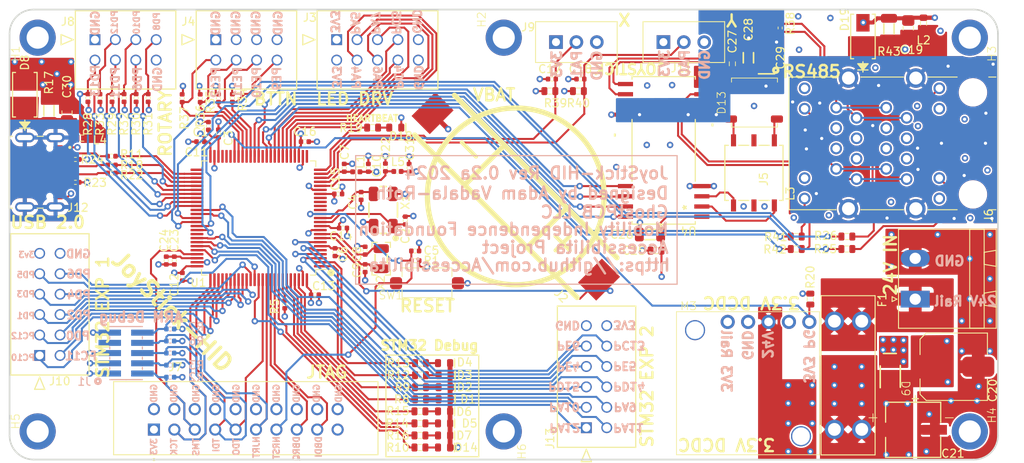
<source format=kicad_pcb>
(kicad_pcb (version 20240108) (generator "pcbnew") (generator_version "8.0")
  (layers (0 "F.Cu" signal) (1 "In1.Cu" signal) (2 "In2.Cu" signal) (31 "B.Cu" signal) (34 "B.Paste" user) (35 "F.Paste" user) (36 "B.SilkS" user "B.Silkscreen") (37 "F.SilkS" user "F.Silkscreen") (38 "B.Mask" user) (39 "F.Mask" user) (44 "Edge.Cuts" user))
  (net 0 "")
  (net 1 "GND")
  (net 2 "/STM32F446RET6-MCU/VBAT")
  (net 3 "/STM32F446RET6-MCU/VDDA")
  (net 4 "/STM32F446RET6-MCU/NRST")
  (net 5 "/STM32F446RET6-MCU/VCAP1")
  (net 6 "+3.3V")
  (net 7 "Earth")
  (net 8 "+5V")
  (net 9 "Net-(D3-Pad1)")
  (net 10 "Net-(D4-Pad1)")
  (net 11 "Net-(D5-Pad1)")
  (net 12 "Net-(D6-Pad1)")
  (net 13 "Net-(D7-Pad1)")
  (net 14 "/STM32F446RET6-MCU/DBG_DBRQ")
  (net 15 "Net-(D13-Pad1)")
  (net 16 "Net-(D13-Pad2)")
  (net 18 "/STM32F446RET6-MCU/LED_DRIVER_XLAT")
  (net 19 "/STM32F446RET6-MCU/LED_DRIVER_SCLK")
  (net 20 "/STM32F446RET6-MCU/LED_DRIVER_BLANK2")
  (net 21 "/STM32F446RET6-MCU/LED_DRIVER_MOSI")
  (net 22 "/STM32F446RET6-MCU/LED_DRIVER_BLANK")
  (net 23 "/STM32F446RET6-MCU/LED_DRIVER_XLAT2")
  (net 24 "/STM32F446RET6-MCU/SWDIO_TMS")
  (net 25 "/STM32F446RET6-MCU/SWCLK_TCK")
  (net 26 "/STM32F446RET6-MCU/SWO_TDO")
  (net 27 "/STM32F446RET6-MCU/SWO_TDI")
  (net 28 "/STM32F446RET6-MCU/NJTRST")
  (net 29 "Net-(U4-ST1)")
  (net 31 "Net-(U4-ST2)")
  (net 33 "/STM32F446RET6-MCU/12V_PG")
  (net 34 "+24V")
  (net 35 "/STM32F446RET6-MCU/5V_PG")
  (net 36 "/Power/3.3V_PG")
  (net 38 "/RS485 To Motor Controller Interface/A_RS485")
  (net 39 "/RS485 To Motor Controller Interface/B_RS485")
  (net 40 "/RS485 To Motor Controller Interface/Z_RS485")
  (net 41 "/RS485 To Motor Controller Interface/Y_RS485")
  (net 43 "/RS485 To Motor Controller Interface/RS485_TXD")
  (net 44 "/RS485 To Motor Controller Interface/RS485_RX_EN")
  (net 45 "/RS485 To Motor Controller Interface/RS485_TX_EN")
  (net 46 "/RS485 To Motor Controller Interface/RS485_RXD")
  (net 47 "/STM32F446RET6-MCU/OSC32_IN")
  (net 48 "/STM32F446RET6-MCU/OSC32_OUT")
  (net 49 "/STM32F446RET6-MCU/OSC_IN")
  (net 50 "/STM32F446RET6-MCU/OSC_OUT")
  (net 51 "/JoyStick Interface/JOYSTICK_Y")
  (net 52 "/JoyStick Interface/JOYSTICK_X")
  (net 54 "/STM32F446RET6-MCU/DBG_DBDI")
  (net 55 "/STM32F446RET6-MCU/PE2")
  (net 56 "/STM32F446RET6-MCU/PE3")
  (net 57 "/STM32F446RET6-MCU/PB8")
  (net 58 "/STM32F446RET6-MCU/PB9")
  (net 59 "/STM32F446RET6-MCU/PB7")
  (net 60 "/STM32F446RET6-MCU/VREF+")
  (net 61 "Net-(J12-CC1)")
  (net 62 "/JoyStick Interface/ROTARY1_POLE1")
  (net 63 "/JoyStick Interface/BUTTON1")
  (net 64 "/JoyStick Interface/BUTTON2")
  (net 65 "/JoyStick Interface/BUTTON3")
  (net 66 "/JoyStick Interface/BUTTON4")
  (net 67 "/JoyStick Interface/ROTARY1_POLE2")
  (net 68 "/JoyStick Interface/ROTARY1_POLE3")
  (net 69 "/JoyStick Interface/ROTARY2_POLE1")
  (net 70 "/JoyStick Interface/ROTARY2_POLE2")
  (net 71 "/JoyStick Interface/ROTARY2_POLE3")
  (net 72 "Net-(U1-BOOT0)")
  (net 73 "Net-(J12-VBUS-Pad11)")
  (net 77 "/STM32F446RET6-MCU/VCAP2")
  (net 83 "/RS485 To Motor Controller Interface/RS485_TX_LED")
  (net 84 "/RS485 To Motor Controller Interface/RS485_RX_LED")
  (net 85 "/RS485 To Motor Controller Interface/RJ45_SHIELD")
  (net 86 "Net-(D1-Pad1)")
  (net 87 "Net-(D2-Pad1)")
  (net 88 "/STM32F446RET6-MCU/PE0")
  (net 89 "/STM32F446RET6-MCU/PE1")
  (net 90 "Net-(D14-Pad1)")
  (net 91 "/STM32F446RET6-MCU/PD7")
  (net 92 "/STM32F446RET6-MCU/PD0")
  (net 93 "/STM32F446RET6-MCU/PD1")
  (net 94 "/STM32F446RET6-MCU/PD2")
  (net 95 "/STM32F446RET6-MCU/PD3")
  (net 96 "/STM32F446RET6-MCU/PD4")
  (net 97 "/STM32F446RET6-MCU/PD5")
  (net 98 "/STM32F446RET6-MCU/PD6")
  (net 99 "/STM32F446RET6-MCU/PC10")
  (net 100 "/STM32F446RET6-MCU/PC11")
  (net 101 "/STM32F446RET6-MCU/PC12")
  (net 102 "Net-(D18-Pad1)")
  (net 103 "/STM32F446RET6-MCU/PA2")
  (net 105 "Net-(J12-CC2)")
  (net 106 "Net-(U1-PB14)")
  (net 107 "Net-(U1-PB15)")
  (net 108 "Net-(C30-Pad1)")
  (net 109 "Net-(U1-PB13)")
  (net 110 "Net-(J12-D+-Pad6)")
  (net 111 "Net-(J12-D--Pad5)")
  (net 112 "Net-(F1-Pad2)")
  (net 113 "Net-(J5-Pad21)")
  (net 114 "Net-(J5-Pad12)")
  (net 115 "Net-(J5-Pad10)")
  (net 116 "Net-(J5-Pad23)")
  (net 117 "/RS485 To Motor Controller Interface/RS485_TX_LED2")
  (net 118 "/RS485 To Motor Controller Interface/RS485_RX_LED2")
  (net 121 "/STM32F446RET6-MCU/PE5")
  (net 122 "/STM32F446RET6-MCU/PE4")
  (net 123 "/STM32F446RET6-MCU/PE6")
  (net 124 "/STM32F446RET6-MCU/PC13")
  (net 125 "/STM32F446RET6-MCU/PA11")
  (net 126 "/STM32F446RET6-MCU/PA9")
  (net 127 "/STM32F446RET6-MCU/PA12")
  (net 128 "/STM32F446RET6-MCU/PA10")
  (net 129 "/STM32F446RET6-MCU/PD14")
  (net 130 "/STM32F446RET6-MCU/PD15")
  (footprint "AVR-KiCAD-Lib-Resistors:R0402" (layer "F.Cu") (at 120.5 85.233 -90)
    (property "Reference" "C23")
    (property "Value" "C0402C104K9PACTU" (hide yes))
  )
  (footprint "AVR-KiCAD-Lib-Resistors:R0603" (layer "F.Cu") (at 197.9 83.8 180)
    (property "Reference" "R42")
    (property "Value" "RC0603FR-07470RL" (hide yes))
  )
  (footprint "AVR-KiCAD-Lib-Resistors:R0402" (layer "F.Cu") (at 136.75 70.443198)
    (property "Reference" "C16")
    (property "Value" "C0402C104K9PACTU" (hide yes))
  )
  (footprint "AVR-KiCAD-Lib-Capacitors:C0402" (layer "F.Cu") (at 149.25 80.253698 90)
    (property "Reference" "C2")
    (property "Value" "GCM1555C1H180GA16D" (hide yes))
  )
  (footprint "AVR-KiCAD-Lib-Resistors:R0402" (layer "F.Cu") (at 127.73 65.016 90)
    (property "Reference" "R34")
    (property "Value" "RC0402FR-072K2L" (hide yes))
  )
  (footprint "AVR-KiCAD-Lib-Resistors:R0402" (layer "F.Cu") (at 123.75 70.443198 180)
    (property "Reference" "C11")
    (property "Value" "C0402C104K9PACTU" (hide yes))
  )
  (footprint "AVR-KiCAD-Lib-Resistors:R0402" (layer "F.Cu") (at 108.2 72.65 180)
    (property "Reference" "R24")
    (property "Value" "RC0402FR-075K1L" (hide yes))
  )
  (footprint "AVR-KiCAD-Lib-Resistors:R0402" (layer "F.Cu") (at 140.9 76.95)
    (property "Reference" "C15")
    (property "Value" "C0402C104K9PACTU" (hide yes))
  )
  (footprint "AVR-KiCAD-Lib-Diodes:SMAJ30CA" (layer "F.Cu") (at 206.2 57.35 90)
    (property "Reference" "D19")
    (property "Value" "SMAJ30CA" (hide yes))
  )
  (footprint "AVR-KiCAD-Lib-Resistors:R0402" (layer "F.Cu") (at 171.04 62.65 180)
    (property "Reference" "C18")
    (property "Value" "C0402C104K9PACTU" (hide yes))
  )
  (footprint "AVR-KiCAD-Lib-Holes_Fasteners:RPI_HAT_HOLE" (layer "F.Cu") (at 103.5 106.5 90)
    (property "Reference" "H5")
    (property "Value" "MountingHole_Pad" (hide yes))
  )
  (footprint "AVR-KiCAD-Lib-Connectors:Shrouded_Pin_Header_Straight_1x03_Pitch2.54mm" (layer "F.Cu") (at 168 58.05 90)
    (property "Reference" "J9")
    (property "Value" "0705430002" (hide yes))
  )
  (footprint "AVR-KiCAD-Lib-Resistors:R0603" (layer "F.Cu") (at 199.65 90.03 90)
    (property "Reference" "R20")
    (property "Value" "RC0603FR-072K2L" (hide yes))
  )
  (footprint "AVR-KiCAD-Lib-Connectors:CON_901301108_MOL" (layer "F.Cu") (at 110.63 57.75)
    (property "Reference" "J8")
    (property "Value" "0901301108" (hide yes))
  )
  (footprint "AVR-KiCAD-Lib-Diodes:LED0603" (layer "F.Cu") (at 154.07 104)
    (property "Reference" "D6")
    (property "Value" "LTST-C194TBKT" (hide yes))
  )
  (footprint "AVR-KiCAD-Lib-ICs:21-0145_W28M&plus_9_MXM" (layer "F.Cu") (at 181.4 71.525 180)
    (property "Reference" "U4")
    (property "Value" "MAX3535ECWI+T" (hide yes))
  )
  (footprint "AVR-KiCAD-Lib-Fuse-Holders:FUSE_3557-2" (layer "F.Cu") (at 204.35 99.515 90)
    (property "Reference" "F1")
    (property "Value" "3557-2" (hide yes))
  )
  (footprint "AVR-KiCAD-Lib-Resistors:R0603" (layer "F.Cu") (at 151.14 102.5)
    (property "Reference" "R8")
    (property "Value" "RC0603FR-07470RL" (hide yes))
  )
  (footprint "AVR-KiCAD-Lib-Diodes:LED0603" (layer "F.Cu") (at 154.14 102.5)
    (property "Reference" "D1")
    (property "Value" "LTST-C194TBKT" (hide yes))
  )
  (footprint "AVR-KiCAD-Lib-Capacitors:C0402" (layer "F.Cu") (at 144.25 86.186698 90)
    (property "Reference" "C9")
    (property "Value" "CL05C090CB5NNNC" (hide yes))
  )
  (footprint "AVR-KiCAD-Lib-Battery-Holders:BU2032SM-JJ-GTR" (layer "F.Cu") (at 163 77.25 135)
    (property "Reference" "J2")
    (property "Value" "BU2032SM-JJ-GTR" (hide yes))
  )
  (footprint "AVR-KiCAD-Lib-Resistors:R0402" (layer "F.Cu") (at 115.75 65 -90)
    (property "Reference" "R30")
    (property "Value" "RC0402FR-072K2L" (hide yes))
  )
  (footprint "AVR-KiCAD-Lib-Capacitors:CP_Elec_8x10" (layer "F.Cu") (at 217.5 98.45)
    (property "Reference" "C20")
    (property "Value" "UUQ1H470MCL1GS" (hide yes))
  )
  (footprint "AVR-KiCAD-Lib-Resistors:R0402" (layer "F.Cu") (at 124.75 68.483 90)
    (property "Reference" "C1")
    (property "Value" "C0402C104K9PACTU" (hide yes))
  )
  (footprint "AVR-KiCAD-Lib-Resistors:R0603" (layer "F.Cu") (at 204.2 82.25 180)
    (property "Reference" "R26")
    (property "Value" "RC0603FR-07470RL" (hide yes))
  )
  (footprint "AVR-KiCAD-Lib-Resistors:R0402" (layer "F.Cu") (at 150.483 84.041)
    (property "Reference" "C5")
    (property "Value" "C0402C104K9PACTU" (hide yes))
  )
  (footprint "AVR-KiCAD-Lib-Resistors:R0402" (layer "F.Cu") (at 112.7 74.35 180)
    (property "Reference" "R22")
    (property "Value" "RC0402FR-0722RL" (hide yes))
  )
  (footprint "AVR-KiCAD-Lib-Resistors:R0402" (layer "F.Cu") (at 117.25 65 -90)
    (property "Reference" "R31")
    (property "Value" "RC0402FR-072K2L" (hide yes))
  )
  (footprint "AVR-KiCAD-Lib-Resistors:R0402" (layer "F.Cu") (at 195.9 56.292 -90)
    (property "Reference" "R38")
    (property "Value" "AC0402FR-07120RL" (hide yes))
  )
  (footprint "AVR-KiCAD-Lib-Resistors:R0402" (layer "F.Cu") (at 112.75 65 -90)
    (property "Reference" "R29")
    (property "Value" "RC0402FR-072K2L" (hide yes))
  )
  (footprint "AVR-KiCAD-Lib-Resistors:R0603" (layer "F.Cu") (at 151.14 101)
    (property "Reference" "R9")
    (property "Value" "RC0603FR-07470RL" (hide yes))
  )
  (footprint "AVR-KiCAD-Lib-Diodes:LED0603" (layer "F.Cu") (at 148 68.693198)
    (property "Reference" "D18")
    (property "Value" "LTST-C194TBKT" (hide yes))
  )
  (footprint "AVR-KiCAD-Lib-Resistors:R0603" (layer "F.Cu") (at 197.9 82.25 180)
    (property "Reference" "R41")
    (property "Value" "RC0603FR-07470RL" (hide yes))
  )
  (footprint "AVR-KiCAD-Lib-Resistors:R0603" (layer "F.Cu") (at 204.2 83.8 180)
    (property "Reference" "R25")
    (property "Value" "RC0603FR-07470RL" (hide yes))
  )
  (footprint "AVR-KiCAD-Lib-Resistors:R0402" (layer "F.Cu") (at 126 65.033 90)
    (property "Reference" "R35")
    (property "Value" "RC0402FR-072K2L" (hide yes))
  )
  (footprint "AVR-KiCAD-Lib-Capacitors:C0805" (layer "F.Cu") (at 211.84 56.315 90)
    (property "Reference" "C19")
    (property "Value" "C0805C103KCRACAUTO" (hide yes))
  )
  (footprint "AVR-KiCAD-Lib-Resistors:R0603" (layer "F.Cu") (at 167.24 64.15 180)
    (property "Reference" "R39")
    (property "Value" "RT0603BRD071ML" (hide yes))
  )
  (footprint "AVR-KiCAD-Lib-Inductors:BLM15HG601SN1D" (layer "F.Cu") (at 143.15 74.193198 180)
    (property "Reference" "L1")
    (property "Value" "BLM15HG601SN1D" (hide yes))
  )
  (footprint "AVR-KiCAD-Lib-Capacitors:C1206" (layer "F.Cu") (at 191.95 60 -90)
    (property "Reference" "C28")
    (property "Value" "CGA5L3X5R1V106K160AB" (hide yes))
  )
  (footprint "AVR-KiCAD-Lib-Diodes:LED0603" (layer "F.Cu") (at 154.14 99.5)
    (property "Reference" "D3")
    (property "Value" "LTST-C194TBKT" (hide yes))
  )
  (footprint "AVR-KiCAD-Lib-Connectors:CON_901301210_MOL" (layer "F.Cu") (at 140.71 57.75)
    (property "Reference" "J3")
    (property "Value" "0901301210" (hide yes))
  )
  (footprint "AVR-KiCAD-Lib-Resistors:R0603" (layer "F.Cu") (at 151.14 98)
    (property "Reference" "R13")
    (property "Value" "RC0603FR-07470RL" (hide yes))
  )
  (footprint "AVR-KiCAD-Lib-Resistors:R0402" (layer "F.Cu") (at 141.65 73.693198 90)
    (property "Reference" "C7")
    (property "Value" "C0402C104K9PACTU" (hide yes))
  )
  (footprint "AVR-KiCAD-Lib-Resistors:R0402" (layer "F.Cu") (at 144.65 73.693198 90)
    (property "Reference" "C10")
    (property "Value" "C0402C104K9PACTU" (hide yes))
  )
  (footprint "AVR-KiCAD-Lib-Resistors:R0402" (layer "F.Cu") (at 123.73 65.033 90)
    (property "Reference" "R36")
    (property "Value" "RC0402FR-072K2L" (hide yes))
  )
  (footprint "AVR-KiCAD-Lib-Resistors:R0402" (layer "F.Cu") (at 109.75 65 -90)
    (property "Reference" "R28")
    (property "Value" "RC0402FR-072K2L" (hide yes))
  )
  (footprint "AVR-KiCAD-Lib-Resistors:R0402" (layer "F.Cu") (at 121.48 65.033 90)
    (property "Reference" "R37")
    (property "Value" "RC0402FR-072K2L" (hide yes))
  )
  (footprint "AVR-KiCAD-Lib-Resistors:R0603" (layer "F.Cu") (at 151.07 104)
    (property "Reference" "R15")
    (property "Value" "RC0603FR-07470RL" (hide yes))
  )
  (footprint "AVR-KiCAD-Lib-Holes_Fasteners:RPI_HAT_HOLE" (layer "F.Cu") (at 219.5 106.5 90)
    (property "Reference" "H4")
    (property "Value" "MountingHole_Pad" (hide yes))
  )
  (footprint "AVR-KiCAD-Lib-Resistors:R0402" (layer "F.Cu") (at 140.5 84.193198 -90)
    (property "Reference" "C6")
    (property "Value" "C0402C104K9PACTU" (hide yes))
  )
  (footprint "AVR-KiCAD-Lib-Capacitors:C0402" (layer "F.Cu") (at 144.25 84.003698 -90)
    (property "Reference" "C8")
    (property "Value" "CL05C090CB5NNNC" (hide yes))
  )
  (footprint "AVR-KiCAD-Lib-Connectors:Shrouded_Pin_Header_Straight_1x03_Pitch2.54mm" (layer "F.Cu") (at 181.37 58.05 90)
    (property "Reference" "J11")
    (property "Value" "0705430002" (hide yes))
  )
  (footprint "AVR-KiCAD-Lib-Transformers:SO6_Q4470-CL_C-SIZE_COC" (layer "F.Cu") (at 192.636196 74.3263 90)
    (property "Reference" "L3")
    (property "Value" "Q4470-CL" (hide yes))
  )
  (footprint "AVR-KiCAD-Lib-Resistors:R0402" (layer "F.Cu") (at 138 89.5)
    (property "Reference" "C13")
    (property "Value" "C0402C104K9PACTU" (hide yes))
  )
  (footprint "AVR-KiCAD-Lib-Capacitors:CAP_UUQ_6P3X5P4_NCH" (layer "F.Cu") (at 212.45 106.3)
    (property "Reference" "C21")
    (property "Value" "UUQ1H100MCL1GB" (hide yes))
  )
  (footprint "AVR-KiCAD-Lib-Resistors:R1206" (layer "F.Cu") (at 209.44 56.415 -90)
    (property "Reference" "R43")
    (property "Value" "RC1206FR-071ML" (hide yes))
  )
  (footprint "AVR-KiCAD-Lib-Resistors:R0402" (layer "F.Cu") (at 141.5 81.193198)
    (property "Reference" "C14")
    (property "Value" "C0402C104K9PACTU" (hide yes))
  )
  (footprint "AVR-KiCAD-Lib-Diodes:SMAJ" (layer "F.Cu") (at 209.55 99.7 -90)
    (property "Reference" "D9")
    (property "Value" "SMAJ24A" (hide yes))
  )
  (footprint "AVR-KiCAD-Lib-Holes_Fasteners:RPI_HAT_HOLE" (layer "F.Cu") (at 219.5 57.5 90)
    (property "Reference" "H3")
    (property "Value" "MountingHole_Pad" (hide yes))
  )
  (footprint "AVR-KiCAD-Lib-Diodes:LED0603" (layer "F.Cu") (at 154.14 101)
    (property "Reference" "D2")
    (property "Value" "LTST-C194TBKT" (hide yes))
  )
  (footprint "AVR-KiCAD-Lib-Connectors:CON_901301108_MOL" (layer "F.Cu") (at 125.67 57.75)
    (property "Reference" "J4")
    (property "Value" "0901301108" (hide yes))
  )
  (footprint "AVR-KiCAD-Lib-Resistors:R0402" (layer "F.Cu") (at 167.49 62.65 180)
    (property "Reference" "C17")
    (property "Value" "C0402C104K9PACTU" (hide yes))
  )
  (footprint "AVR-KiCAD-Lib-Resistors:R0402" (layer "F.Cu") (at 149.725 73.7 90)
    (property "Reference" "C31")
    (property "Value" "C0402C104K9PACTU" (hide yes))
  )
  (footprint "AVR-KiCAD-Lib-Resistors:R0603" (layer "F.Cu") (at 151.07 107)
    (property "Reference" "R16")
    (property "Value" "RC0603FR-07470RL" (hide yes))
  )
  (footprint "AVR-KiCAD-Lib-Resistors:R0402" (layer "F.Cu") (at 112.7 72.25 180)
    (property "Reference" "R11")
    (property "Value" "RC0402FR-0710KL" (hide yes))
  )
  (footprint "AVR-KiCAD-Lib-Resistors:R0402" (layer "F.Cu") (at 111.25 65.017 -90)
    (property "Reference" "R33")
    (property "Value" "RC0402FR-072K2L" (hide yes))
  )
  (footprint "AVR-KiCAD-Lib-Resistors:R0603" (layer "F.Cu") (at 151.14 99.5)
    (property "Reference" "R12")
    (property "Value" "RC0603FR-07470RL" (hide yes))
  )
  (footprint "AVR-KiCAD-Lib-Oscillators:ABS07-32.768KHZ-9-T" (layer "F.Cu") (at 146.25 85.003698 -90)
    (property "Reference" "X2")
    (property "Value" "ABS07-32.768KHZ-9-T" (hide yes))
  )
  (footprint "AVR-KiCAD-Lib-Capacitors:C0805" (layer "F.Cu") (at 107.15 66.85 90)
    (property "Reference" "C30")
    (property "Value" "C0805C103KCRACAUTO" (hide yes))
  )
  (footprint "AVR-KiCAD-Lib-Connectors:PhoenixContact_MSTBA-G_02x5.08mm_Angled" (layer "F.Cu") (at 212.7075 90.04 90)
    (property "Reference" "J6")
    (property "Value" "1757242" (hide yes))
  )
  (footprint "AVR-KiCAD-Lib-Resistors:R0402" (layer "F.Cu") (at 121.5 87.25 -90)
    (property "Reference" "C12")
    (property "Value" "C0402C104K9PACTU" (hide yes))
  )
  (footprint "AVR-KiCAD-Lib-Resistors:R0402" (layer "F.Cu") (at 134.25 90.693198 90)
    (property "Reference" "R5")
    (property "Value" "RC0402FR-0710KL" (hide yes))
  )
  (footprint "AVR-KiCAD-Lib-Capacitors:C0402" (layer "F.Cu") (at 119.5 85.233 -90)
    (property "Reference" "C24")
    (property "Value" "GRM155R60J475ME47D" (hide yes))
  )
  (footprint "AVR-KiCAD-Lib-Resistors:R0402" (layer "F.Cu") (at 114.25 65 -90)
    (property "Reference" "R32")
    (property "Value" "RC0402FR-072K2L" (hide yes))
  )
  (footprint "AVR-KiCAD-Lib-Resistors:R0603" (layer "F.Cu") (at 145.18 68.693198)
    (property "Reference" "R19")
    (property "Value" "RC0603FR-07470RL" (hide yes))
  )
  (footprint "AVR-KiCAD-Lib-Resistors:R0603" (layer "F.Cu") (at 151.07 105.5)
    (property "Reference" "R14")
    (property "Value" "RC0603FR-07470RL" (hide yes))
  )
  (footprint "AVR-KiCAD-Lib-Diodes:LED0603" (layer "F.Cu") (at 154.07 98)
    (property "Reference" "D4")
    (property "Value" "LTST-C194TBKT" (hide yes))
  )
  (footprint "AVR-KiCAD-Lib-Mech-Switches:PTS636 SM43 SMTR LFS" (layer "F.Cu") (at 151.95 88.05 180)
    (property "Reference" "SW1")
    (property "Value" "PTS636 SM43 SMTR LFS" (hide yes))
  )
  (footprint "AVR-KiCAD-Lib-Modules:D24V22F12" (layer "F.Cu") (at 199.53 92.87 180)
    (property "Reference" "M3")
    (property "Value" "D24V22F3" (hide yes))
  )
  (footprint "AVR-KiCAD-Lib-Inductors:BLM15HG601SN1D" (layer "F.Cu") (at 148.275 74.15 180)
    (property "Reference" "L5")
    (property "Value" "BLM15HG601SN1D" (hide yes))
  )
  (footprint "AVR-KiCAD-Lib-Holes_Fasteners:RPI_HAT_HOLE" (layer "F.Cu") (at 161.5 106.5 90)
    (property "Reference" "H6")
    (property "Value" "MountingHole_Pad" (hide yes))
  )
  (footprint "AVR-KiCAD-Lib-Resistors:R0603" (layer "F.Cu") (at 170.79 64.15 180)
    (property "Reference" "R40")
    (property "Value" "RT0603BRD071ML" (hide yes))
  )
  (footprint "AVR-KiCAD-Lib-Capacitors:C0603" (layer "F.Cu") (at 180.45 84)
    (property "Reference" "C25")
    (property "Value" "CL10B104JB8NNNC" (hide yes))
  )
  (footprint "AVR-KiCAD-Lib-Capacitors:C1206" (layer "F.Cu") (at 179.7 82)
    (property "Reference" "C26")
    (property "Value" "CGA5L3X5R1V106K160AB" (hide yes))
  )
  (footprint "AVR-KiCAD-Lib-Connectors:JAE_DX07S016JA1R1500" (layer "F.Cu") (at 105 74.25 -90)
    (property "Reference" "J12")
    (property "Value" "DX07S016JA1R1500" (hide yes))
  )
  (footprint "AVR-KiCAD-Lib-Resistors:R0402" (layer "F.Cu") (at 108.2 75.5 180)
    (property "Reference" "R23")
    (property "Value" "RC0402FR-075K1L" (hide yes))
  )
  (footprint "Package_QFP:LQFP-100_14x14mm_P0.5mm" (layer "F.Cu") (at 131 79.943198 180)
    (property "Reference" "U1")
    (property "Value" "STM32F446VETx" (hide yes))
  )
  (footprint "AVR-KiCAD-Lib-Holes_Fasteners:RPI_HAT_HOLE" (layer "F.Cu") (at 103.5 57.5 90)
    (property "Reference" "H1")
    (property "Value" "MountingHole_Pad" (hide yes))
  )
  (footprint "AVR-KiCAD-Lib-Resistors:R0402" (layer "F.Cu") (at 146.775 73.65 90)
    (property "Reference" "C22")
    (property "Value" "C0402C104K9PACTU" (hide yes))
  )
  (footprint "AVR-KiCAD-Lib-Inductors:MI0603K300R-10" (layer "F.Cu") (at 109 70)
    (property "Reference" "L4")
    (property "Value" "MI0603K300R-10" (hide yes))
  )
  (footprint "AVR-KiCAD-Lib-Connectors:AMPHENOL_RJSAE538A02" (layer "F.Cu") (at 219.89 70.655 90)
    (property "Reference" "J5")
    (property "Value" "RJSAE-538A-02" (hide yes))
  )
  (footprint "AVR-KiCAD-Lib-Capacitors:C0402" (layer "F.Cu") (at 143.75 77.193198 -90)
    (property "Reference" "C4")
    (property "Value" "GCM1555C1H180GA16D" (hide yes))
  )
  (footprint "AVR-KiCAD-Lib-Resistors:R1206" (layer "F.Cu") (at 104.9 66.6 -90)
    (property "Reference" "R17")
    (property "Value" "RC1206FR-071ML" (hide yes))
  )
  (footprint "AVR-KiCAD-Lib-Diodes:LED0603" (layer "F.Cu") (at 154.07 107)
    (property "Reference" "D7")
    (property "Value" "LTST-C194TBKT" (hide yes))
  )
  (footprint "AVR-KiCAD-Lib-Diodes:LED0603" (layer "F.Cu") (at 154.07 105.5)
    (property "Reference" "D5")
    (property "Value" "LTST-C194TBKT" (hide yes))
  )
  (footprint "AVR-KiCAD-Lib-Diodes:SMAJ30CA" (layer "F.Cu") (at 101.9 64.6 90)
    (property "Reference" "D8")
    (property "Value" "SMAJ30CA" (hide yes))
  )
  (footprint "AVR-KiCAD-Lib-Oscillators:ABM3B8.000MHZB2T" (layer "F.Cu") (at 146.5 78.943198 90)
    (property "Reference" "X1")
    (property "Value" "ABM3B-8.000MHZ-B2-T" (hide yes))
  )
  (footprint "AVR-KiCAD-Lib-Diodes:D_SOD-123" (layer "F.Cu") (at 194.2 59.75 90)
    (property "Reference" "C29")
    (property "Value" "C1206C105K3RACAUTO" (hide yes))
  )
  (footprint "AVR-KiCAD-Lib-Connectors:CON_901301212_MOL" (layer "F.Cu") (at 103.75 97.04 90)
    (property "Reference" "J10")
    (property "Value" "0901301212" (hide yes))
  )
  (footprint "AVR-KiCAD-Lib-Inductors:MI0603K300R-10" (layer "F.Cu") (at 213.74 55.715 90)
    (property "Reference" "L2")
    (property "Value" "MI0603K300R-10" (hide yes))
  )
  (footprint "AVR-KiCAD-Lib-Connectors:SULLINS_SBH11-PBPC-D10-ST-BK" (layer "F.Cu") (at 129.4 105)
    (property "Reference" "J7")
    (property "Value" "SBH11-PBPC-D10-ST-BK" (hide yes))
  )
  (footprint "AVR-KiCAD-Lib-Diodes:LED0603" (layer "F.Cu") (at 154.07 108.5)
    (property "Reference" "D14")
    (property "Value" "LTST-C194TBKT" (hide yes))
  )
  (footprint "AVR-KiCAD-Lib-Capacitors:C0402" (layer "F.Cu") (at 126 69.426198 90)
    (property "Reference" "C3")
    (property "Value" "GRM155R60J475ME47D" (hide yes))
  )
  (footprint "AVR-KiCAD-Lib-Diodes:LMB110S-TP" (layer "F.Cu") (at 192.636196 65.5763 -90)
    (property "Reference" "D13")
    (property "Value" "LMB110S-TP" (hide yes))
  )
  (footprint "AVR-KiCAD-Lib-Connectors:CON_901301212_MOL" (layer "F.Cu") (at 171.780002 106.039651 90)
    (property "Reference" "J13")
    (property "Value" "0901301212" (hide yes))
  )
  (footprint "AVR-KiCAD-Lib-Resistors:R0603" (layer "F.Cu") (at 151.07 108.5)
    (property "Reference" "R10")
    (property "Value" "RC0603FR-07470RL" (hide yes))
  )
  (footprint "AVR-KiCAD-Lib-Resistors:R0402" (layer "F.Cu") (at 150.5 85.25 180)
    (property "Reference" "R1")
    (property "Value" "RC0402FR-071KL" (hide yes))
  )
  (footprint "AVR-KiCAD-Lib-Resistors:R0402" (layer "F.Cu") (at 112.7 73.35 180)
    (property "Reference" "R18")
    (property "Value" "RC0402FR-0722RL" (hide yes))
  )
  (footprint "AVR-KiCAD-Lib-Holes_Fasteners:RPI_HAT_HOLE" (layer "F.Cu") (at 161.5 57.5 90)
    (property "Reference" "H2")
    (property "Value" "MountingHole_Pad" (hide yes))
  )
  (footprint "AVR-KiCAD-Lib-Capacitors:C0603" (layer "F.Cu") (at 189.95 60.75 -90)
    (property "Reference" "C27")
    (property "Value" "CL10B104JB8NNNC" (hide yes))
  )
  (footprint "AVR-KiCAD-Lib-Connectors:20021121-00010C4LF" (layer "B.Cu") (at 114.5 96.75)
    (property "Reference" "J1")
    (property "Value" "20021121-00010C4LF" (hide yes))
  )
  (footprint "AVR-KiCAD-Lib-Resistors:R0402" (layer "B.Cu") (at 120 96.75 180)
    (property "Reference" "R4" (hide yes))
    (property "Value" "RC0402FR-071KL" (hide yes))
  )
  (footprint "AVR-KiCAD-Lib-Resistors:R0402" (layer "B.Cu") (at 120 99.75 180)
    (property "Reference" "R2")
    (property "Value" "RC0402FR-071KL" (hide yes))
  )
  (footprint "AVR-KiCAD-Lib-Resistors:R0402" (layer "B.Cu") (at 120 98.25 180)
    (property "Reference" "R3")
    (property "Value" "RC0402FR-071KL" (hide yes))
  )
  (footprint "AVR-KiCAD-Lib-Resistors:R0402" (layer "B.Cu") (at 120 95.25 180)
    (property "Reference" "R6")
    (property "Value" "RC0402FR-071KL" (hide yes))
  )
  (footprint "AVR-KiCAD-Lib-Resistors:R0402" (layer "B.Cu") (at 120 93.75 180)
    (property "Reference" "R7")
    (property "Value" "RC0402FR-071KL" (hide yes))
  )
  (gr_line (start 183.070711 72.179288) (end 143.070711 72.179288) (stroke (width 0.15)) (layer "B.SilkS"))
  (gr_line (start 143.070711 88.179288) (end 183.070711 88.179288) (stroke (width 0.15)) (layer "B.SilkS"))
  (gr_line (start 183.070711 88.179288) (end 183.070711 72.179288) (stroke (width 0.15)) (layer "B.SilkS"))
  (gr_line (start 143.070711 72.179288) (end 143.070711 88.179288) (stroke (width 0.15)) (layer "B.SilkS"))
  (gr_line (start 158.39 107.55) (end 158.39 97) (stroke (width 0.15)) (layer "F.SilkS"))
  (gr_line (start 157.79 97) (end 158.39 97) (stroke (width 0.15)) (layer "F.SilkS"))
  (gr_line (start 158.39 107.55) (end 158.39 109.65) (stroke (width 0.15)) (layer "F.SilkS"))
  (gr_line (start 157.79 97) (end 146.84 97) (stroke (width 0.15)) (layer "F.SilkS"))
  (gr_line (start 146.84 109.65) (end 146.84 97) (stroke (width 0.15)) (layer "F.SilkS"))
  (gr_arc (start 139.75 86.75) (mid 140.25 86.75) (end 139.75 86.75) (stroke (width 0.4)) (layer "F.SilkS"))
  (gr_line (start 158.39 109.65) (end 146.84 109.65) (stroke (width 0.15)) (layer "F.SilkS"))
  (gr_arc (start 100 57) (mid 100.87868 54.87868) (end 103 54) (stroke (width 0.2)) (layer "Edge.Cuts"))
  (gr_line (start 223 107) (end 223 57) (stroke (width 0.2)) (layer "Edge.Cuts"))
  (gr_line (start 100 107) (end 100 57) (stroke (width 0.2)) (layer "Edge.Cuts"))
  (gr_line (start 103 110) (end 220 110) (stroke (width 0.2)) (layer "Edge.Cuts"))
  (gr_arc (start 220 54) (mid 222.12132 54.87868) (end 223 57) (stroke (width 0.2)) (layer "Edge.Cuts"))
  (gr_line (start 103 54) (end 220 54) (stroke (width 0.2)) (layer "Edge.Cuts"))
  (gr_arc (start 223 107) (mid 222.12132 109.12132) (end 220 110) (stroke (width 0.2)) (layer "Edge.Cuts"))
  (gr_arc (start 103 110) (mid 100.87868 109.12132) (end 100 107) (stroke (width 0.2)) (layer "Edge.Cuts"))
  (gr_text "3V3 PG" (at 198.75 100.65 270) (layer "B.SilkS") (effects (font (size 1.2 1.2) (thickness 0.3) (bold yes)) (justify left bottom mirror)))
  (gr_text "PA4" (at 142.5 64 -90) (layer "B.SilkS") (effects (font (size 1 1) (thickness 0.3) (bold yes)) (justify left bottom mirror)))
  (gr_text "GND" (at 123.65 100.5 90) (layer "B.SilkS") (effects (font (size 0.75 0.75) (thickness 0.1875) (bold yes)) (justify left bottom mirror)))
  (gr_text "PD3" (at 103.25 89.85 0) (layer "B.SilkS") (effects (font (size 0.75 0.75) (thickness 0.3) (bold yes)) (justify left bottom mirror)))
  (gr_text "GND" (at 131.25 54 90) (layer "B.SilkS") (effects (font (size 1 1) (thickness 0.25) (bold yes)) (justify left bottom mirror)))
  (gr_text "PC11" (at 111 97.7 0) (layer "B.SilkS") (effects (font (size 1 1) (thickness 0.3) (bold yes)) (justify left bottom mirror)))
  (gr_text "PD13" (at 111.25 60.75 90) (layer "B.SilkS") (effects (font (size 1 1) (thickness 0.25) (bold yes)) (justify left bottom mirror)))
  (gr_text "PD2" (at 110.25 92.6 0) (layer "B.SilkS") (effects (font (size 1 1) (thickness 0.3) (bold yes)) (justify left bottom mirror)))
  (gr_text "PD5" (at 103.25 87.45 0) (layer "B.SilkS") (effects (font (size 0.75 0.75) (thickness 0.3) (bold yes)) (justify left bottom mirror)))
  (gr_text "3V3" (at 118.4 107.25 90) (layer "B.SilkS") (effects (font (size 0.75 0.75) (thickness 0.1875) (bold yes)) (justify left bottom mirror)))
  (gr_text "PD4" (at 110.25 90.1 0) (layer "B.SilkS") (effects (font (size 1 1) (thickness 0.3) (bold yes)) (justify left bottom mirror)))
  (gr_text "TDO\n" (at 128.65 107.25 90) (layer "B.SilkS") (effects (font (size 0.75 0.75) (thickness 0.1875) (bold yes)) (justify left bottom mirror)))
  (gr_text "PC4" (at 147.8 64 -90) (layer "B.SilkS") (effects (font (size 1 1) (thickness 0.3) (bold yes)) (justify left bottom mirror)))
  (gr_text "GND" (at 110.25 85 0) (layer "B.SilkS") (effects (font (size 1 1) (thickness 0.3) (bold yes)) (justify left bottom mirror)))
  (gr_text "3V3" (at 168.8 58.95 90) (layer "B.SilkS") (effects (font (size 1.2 1.2) (thickness 0.3) (bold yes)) (justify left bottom mirror)))
  (gr_text "Accessibilita Project" (at 182.170711 84.479288 0) (layer "B.SilkS") (effects (font (size 1.5 1.5) (thickness 0.3) (bold yes)) (justify left bottom mirror)))
  (gr_text "GND" (at 219 86 0) (layer "B.SilkS") (effects (font (size 1.2 1.2) (thickness 0.3) (bold yes)) (justify left bottom mirror)))
  (gr_text "GND" (at 150.1 57.15 -90) (layer "B.SilkS") (effects (font (size 1 1) (thickness 0.3) (bold yes)) (justify left bottom mirror)))
  (gr_text "GND" (at 126.15 100.5 90) (layer "B.SilkS") (effects (font (size 0.75 0.75) (thickness 0.1875) (bold yes)) (justify left bottom mirror)))
  (gr_text "PA10\n" (at 167 102.85 180) (layer "B.SilkS") (effects (font (size 1 1) (thickness 0.25) (bold yes)) (justify left bottom mirror)))
  (gr_text "Designed by Adam Vadala-Roth" (at 182.170711 77.729288 0) (layer "B.SilkS") (effects (font (size 1.5 1.5) (thickness 0.3) (bold yes)) (justify left bottom mirror)))
  (gr_text "PA7" (at 144.9 57.25 -90) (layer "B.SilkS") (effects (font (size 1 1) (thickness 0.3) (bold yes)) (justify left bottom mirror)))
  (gr_text "PD15" (at 166.9 100.3 180) (layer "B.SilkS") (effects (font (size 1 1) (thickness 0.25) (bold yes)) (justify left bottom mirror)))
  (gr_text "DBDI" (at 138.9 107 90) (layer "B.SilkS") (effects (font (size 0.75 0.75) (thickness 0.1875) (bold yes)) (justify left bottom mirror)))
  (gr_text "3V3" (at 140.1 63.95 -90) (layer "B.SilkS") (effects (font (size 1 1) (thickness 0.3) (bold yes)) (justify left bottom mirror)))
  (gr_text "PA5" (at 142.4 57.25 -90) (layer "B.SilkS") (effects (font (size 1 1) (thickness 0.3) (bold yes)) (justify left bottom mirror)))
  (gr_text "3V3" (at 139.9 57.05 -90) (layer "B.SilkS") (effects (font (size 1 1) (thickness 0.3) (bold yes)) (justify left bottom mirror)))
  (gr_text "PA6" (at 145.2 64 -90) (layer "B.SilkS") (effects (font (size 1 1) (thickness 0.3) (bold yes)) (justify left bottom mirror)))
  (gr_text "PC10" (at 103.25 97.75 0) (layer "B.SilkS") (effects (font (size 0.75 0.75) (thickness 0.3) (bold yes)) (justify left bottom mirror)))
  (gr_text "GND" (at 128.75 54 90) (layer "B.SilkS") (effects (font (size 1 1) (thickness 0.25) (bold yes)) (justify left bottom mirror)))
  (gr_text "PA9" (at 175.05 102.85 180) (layer "B.SilkS") (effects (font (size 1 1) (thickness 0.25) (bold yes)) (justify left bottom mirror)))
  (gr_text "3V3" (at 182.2 58.85 90) (layer "B.SilkS") (effects (font (size 1.2 1.2) (thickness 0.3) (bold yes)) (justify left bottom mirror)))
  (gr_text "PA11" (at 175 105.45 180) (layer "B.SilkS") (effects (font (size 1 1) (thickness 0.25) (bold yes)) (justify left bottom mirror)))
  (gr_text "PE6" (at 167.95 95.2 180) (layer "B.SilkS") (effects (font (size 1 1) (thickness 0.25) (bold yes)) (justify left bottom mirror)))
  (gr_text "GND" (at 118.4 100.5 90) (layer "B.SilkS") (effects (font (size 0.75 0.75) (thickness 0.1875) (bold yes)) (justify left bottom mirror)))
  (gr_text "PD6" (at 110.25 87.5 0) (layer "B.SilkS") (effects (font (size 1 1) (thickness 0.3) (bold yes)) (justify left bottom mirror)))
  (gr_text "GND" (at 167.75 92.7 180) (layer "B.SilkS") (effects (font (size 1 1) (thickness 0.3) (bold yes)) (justify left bottom mirror)))
  (gr_text "NRST" (at 133.65 107 90) (layer "B.SilkS") (effects (font (size 0.75 0.75) (thickness 0.1875) (bold yes)) (justify left bottom mirror)))
  (gr_text "PE9" (at 133.85 61 90) (layer "B.SilkS") (effects (font (size 1 1) (thickness 0.3) (bold yes)) (justify left bottom mirror)))
  (gr_text "PE4" (at 167.95 97.8 180) (layer "B.SilkS") (effects (font (size 1 1) (thickness 0.25) (bold yes)) (justify left bottom mirror)))
  (gr_text "GND" (at 150.3 64.15 -90) (layer "B.SilkS") (effects (font (size 1 1) (thickness 0.3) (bold yes)) (justify left bottom mirror)))
  (gr_text "GND" (at 119 61 90) (layer "B.SilkS") (effects (font (size 1 1) (thickness 0.25) (bold yes)) (justify left bottom mirror)))
  (gr_text "GND" (at 131.15 100.5 90) (layer "B.SilkS") (effects (font (size 0.75 0.75) (thickness 0.1875) (bold yes)) (justify left bottom mirror)))
  (gr_text "PD12" (at 113.5 54 90) (layer "B.SilkS") (effects (font (size 0.75 0.75) (thickness 0.1875) (bold yes)) (justify left bottom mirror)))
  (gr_text "PD11" (at 113.75 61 90) (layer "B.SilkS") (effects (font (size 1 1) (thickness 0.25) (bold yes)) (justify left bottom mirror)))
  (gr_text "GND" (at 120.9 100.5 90) (layer "B.SilkS") (effects (font (size 0.75 0.75) (thickness 0.1875) (bold yes)) (justify left bottom mirror)))
  (gr_text "3V3" (at 175 92.65 180) (layer "B.SilkS") (effects (font (size 1 1) (thickness 0.3) (bold yes)) (justify left bottom mirror)))
  (gr_text "DBRQ" (at 136.15 107 90) (layer "B.SilkS") (effects (font (size 0.75 0.75) (thickness 0.1875) (bold yes)) (justify left bottom mirror)))
  (gr_text "GND" (at 128.65 100.5 90) (layer "B.SilkS") (effects (font (size 0.75 0.75) (thickness 0.1875) (bold yes)) (justify left bottom mirror)))
  (gr_text "PC12" (at 103.25 95.05 0) (layer "B.SilkS") (effects (font (size 0.75 0.75) (thickness 0.3) (bold yes)) (justify left bottom mirror)))
  (gr_text "GND" (at 133.65 100.5 90) (layer "B.SilkS") (effects (font (size 0.75 0.75) (thickness 0.1875) (bold yes)) (justify left bottom mirror)))
  (gr_text "TDI" (at 126.15 107.25 90) (layer "B.SilkS") (effects (font (size 0.75 0.75) (thickness 0.1875) (bold yes)) (justify left bottom mirror)))
  (gr_text "TCK" (at 120.9 107.25 90) (layer "B.SilkS") (effects (font (size 0.75 0.75) (thickness 0.1875) (bold yes)) (justify left bottom mirror)))
  (gr_text "GND" (at 187.2 58.85 90) (layer "B.SilkS") (effects (font (size 1.2 1.2) (thickness 0.3) (bold yes)) (justify left bottom mirror)))
  (gr_text "PE11" (at 128.95 61 90) (layer "B.SilkS") (effects (font (size 1 1) (thickness 0.3) (bold yes)) (justify left bottom mirror)))
  (gr_text "PC5" (at 147.5 57.25 -90) (layer "B.SilkS") (effects (font (size 1 1) (thickness 0.3) (bold yes)) (justify left bottom mirror)))
  (gr_text "PD0" (at 110.15 95.2 0) (layer "B.SilkS") (effects (font (size 1 1) (thickness 0.3) (bold yes)) (justify left bottom mirror)))
  (gr_text "PD1" (at 103.25 92.55 0) (layer "B.SilkS") (effects (font (size 0.75 0.75) (thickness 0.3) (bold yes)) (justify left bottom mirror)))
  (gr_text "ARM Debug" (at 121.75 93 0) (layer "B.SilkS") (effects (font (size 1.25 1.25) (thickness 0.3) (bold yes)) (justify left bottom mirror)))
  (gr_text "PD14" (at 175 100.3 180) (layer "B.SilkS") (effects (font (size 1 1) (thickness 0.25) (bold yes)) (justify left bottom mirror)))
  (gr_text "PD8" (at 118.75 54.25 90) (layer "B.SilkS") (effects (font (size 0.75 0.75) (thickness 0.1875) (bold yes)) (justify left bottom mirror)))
  (gr_text "GND" (at 138.65 100.5 90) (layer "B.SilkS") (effects (font (size 0.75 0.75) (thickness 0.1875) (bold yes)) (justify left bottom mirror)))
  (gr_text "JoyStick-HID Rev 0.2a 2024" (at 182.170711 75.229288 0) (layer "B.SilkS") (effects (font (size 1.5 1.5) (thickness 0.3) (bold yes)) (justify left bottom mirror)))
  (gr_text "24V" (at 193.6 97.6 270) (layer "B.SilkS") (effects (font (size 1.2 1.2) (thickness 0.3) (bold yes)) (justify left bottom mirror)))
  (gr_text "24V Rail" (at 223 91 0) (layer "B.SilkS") (effects (font (size 1.2 1.2) (thickness 0.3) (bold yes)) (justify left bottom mirror)))
  (gr_text "PA0" (at 184.7 58.85 90) (layer "B.SilkS") (effects (font (size 1.2 1.2) (thickness 0.3) (bold yes)) (justify left bottom mirror)))
  (gr_text "GND" (at 126.25 54 90) (layer "B.SilkS") (effects (font (size 1 1) (thickness 0.25) (bold yes)) (justify left bottom mirror)))
  (gr_text "3V3 Rail" (at 188.5 101.8 270) (layer "B.SilkS") (effects (font (size 1.2 1.2) (thickness 0.3) (bold yes)) (justify left bottom mirror)))
  (gr_text "PC13" (at 175 95.2 180) (layer "B.SilkS") (effects (font (size 1 1) (thickness 0.25) (bold yes)) (justify left bottom mirror)))
  (gr_text "https://github.com/Accessibilita" (at 182.370711 86.679288 0) (layer "B.SilkS") (effects (font (size 1.5 1.5) (thickness 0.3) (bold yes)) (justify left bottom mirror)))
  (gr_text "PD10" (at 116.25 54 90) (layer "B.SilkS") (effects (font (size 0.75 0.75) (thickness 0.1875) (bold yes)) (justify left bottom mirror)))
  (gr_text "GND" (at 173.8 58.95 90) (layer "B.SilkS") (effects (font (size 1.2 1.2) (thickness 0.3) (bold yes)) (justify left bottom mirror)))
  (gr_text "TMS" (at 123.65 107.25 90) (layer "B.SilkS") (effects (font (size 0.75 0.75) (thickness 0.1875) (bold yes)) (justify left bottom mirror)))
  (gr_text "PD6" (at 116.5 61 90) (layer "B.SilkS") (effects (font (size 1 1) (thickness 0.25) (bold yes)) (justify left bottom mirror)))
  (gr_text "PE5" (at 175 97.75 180) (layer "B.SilkS") (effects (font (size 1 1) (thickness 0.25) (bold yes)) (justify left bottom mirror)))
  (gr_text "PA1" (at 171.3 58.95 90) (layer "B.SilkS") (effects (font (size 1.2 1.2) (thickness 0.3) (bold yes)) (justify left bottom mirror)))
  (gr_text "PE12" (at 126.25 61 90) (layer "B.SilkS") (effects (font (size 1 1) (thickness 0.3) (bold yes)) (justify left bottom mirror)))
  (gr_text "GND" (at 136.15 100.5 90) (layer "B.SilkS") (effects (font (size 0.75 0.75) (thickness 0.1875) (bold yes)) (justify left bottom mirror)))
  (gr_text "3v3" (at 103.25 84.95 0) (layer "B.SilkS") (effects (font (size 0.75 0.75) (thickness 0.1875) (bold yes)) (justify left bottom mirror)))
  (gr_text "GND" (at 191.1 97.8 270) (layer "B.SilkS") (effects (font (size 1.2 1.2) (thickness 0.3) (bold yes)) (justify left bottom mirror)))
  (gr_text "GND" (at 111.25 54 90) (layer "B.SilkS") (effects (font (size 1 1) (thickness 0.25) (bold yes)) (justify left bottom mirror)))
  (gr_text "GhostPCB LLC" (at 182.170711 80.079288 0) (layer "B.SilkS") (effects (font (size 1.5 1.5) (thickness 0.3) (bold yes)) (justify left bottom mirror)))
  (gr_text "PA12" (at 167.05 105.45 180) (layer "B.SilkS") (effects (font (size 1 1) (thickness 0.25) (bold yes)) (justify left bottom mirror)))
  (gr_text "NJRT" (at 131.15 107 90) (layer "B.SilkS") (effects (font (size 0.75 0.75) (thickness 0.1875) (bold yes)) (justify left bottom mirror)))
  (gr_text "Mobility Independence Foundation " (at 182.170711 82.229288 0) (layer "B.SilkS") (effects (font (size 1.5 1.5) (thickness 0.3) (bold yes)) (justify left bottom mirror)))
  (gr_text "GND" (at 134 54 90) (layer "B.SilkS") (effects (font (size 1 1) (thickness 0.25) (bold yes)) (justify left bottom mirror)))
  (gr_text "GND" (at 141.4 100.5 90) (layer "B.SilkS") (effects (font (size 0.75 0.75) (thickness 0.1875) (bold yes)) (justify left bottom mirror)))
  (gr_text "PE10" (at 131.35 61 90) (layer "B.SilkS") (effects (font (size 1 1) (thickness 0.3) (bold yes)) (justify left bottom mirror)))
  (gr_text "LED DRV" (at 138 66 0) (layer "F.SilkS") (effects (font (size 1.5 1.5) (thickness 0.3) (bold yes)) (justify left bottom)))
  (gr_text "STM32 Debug" (at 146 96.5 0) (layer "F.SilkS") (effects (font (size 1.2 1.2) (thickness 0.3) (bold yes)) (justify left bottom)))
  (gr_text "BTTN" (at 130.25 66 0) (layer "F.SilkS") (effects (font (size 1.5 1.5) (thickness 0.3) (bold yes)) (justify left bottom)))
  (gr_text "STM32 EXP 2" (at 180.2 108.65 90) (layer "F.SilkS") (effects (font (size 1.5 1.5) (thickness 0.3) (bold yes)) (justify left bottom)))
  (gr_text "STM32 EXP 1" (at 112.468 100.052 90) (layer "F.SilkS") (effects (font (size 1.5 1.5) (thickness 0.3) (bold yes)) (justify left bottom)))
  (gr_text "JTAG" (at 136.75 100 0) (layer "F.SilkS") (effects (font (size 1.5 1.5) (thickness 0.3) (bold yes)) (justify left bottom)))
  (gr_text "USB 2.0" (at 99.95 81.36 0) (layer "F.SilkS") (effects (font (size 1.5 1.5) (thickness 0.3) (bold yes)) (justify left bottom)))
  (gr_text "Y" (at 190.7 54.4 180) (layer "F.SilkS") (effects (font (size 1.5 1.5) (thickness 0.3) (bold yes)) (justify left bottom)))
  (gr_text "JoyStick-HID" (at 112.25 85.25 -45) (layer "F.SilkS") (effects (font (size 2 2) (thickness 0.45) (bold yes)) (justify left bottom)))
  (gr_text "24V IN" (at 210.5 89.75 90) (layer "F.SilkS") (effects (font (size 1.5 1.5) (thickness 0.3) (bold yes)) (justify left bottom)))
  (gr_text "ROTARY" (at 120.25 72.5 90) (layer "F.SilkS") (effects (font (size 1.5 1.5) (thickness 0.3) (bold yes)) (justify left bottom)))
  (gr_text "VBAT" (at 157.5 65.5 0) (layer "F.SilkS") (effects (font (size 1.5 1.5) (thickness 0.3) (bold yes)) (justify left bottom)))
  (gr_text "RESET" (at 148.4 91.75 0) (layer "F.SilkS") (effects (font (size 1.5 1.5) (thickness 0.3) (bold yes)) (justify left bottom)))
  (gr_text "JOYSTICK" (at 181.65 60.6 180) (layer "F.SilkS") (effects (font (size 1.27 1.27) (thickness 0.3) (bold yes)) (justify left bottom)))
  (gr_text "3.3V DCDC\n" (at 198.5 89.6 180) (layer "F.SilkS") (effects (font (size 1.5 1.5) (thickness 0.3) (bold yes)) (justify left bottom)))
  (gr_text "3.3V DCDC\n" (at 195.4 107.25 180) (layer "F.SilkS") (effects (font (size 1.5 1.5) (thickness 0.3) (bold yes)) (justify left bottom)))
  (gr_text "RS485" (at 196 62.6 0) (layer "F.SilkS") (effects (font (size 1.5 1.5) (thickness 0.3) (bold yes)) (justify left bottom)))
  (gr_text "HEARTBEAT" (at 141.75 68 0) (layer "F.SilkS") (effects (font (size 0.8 0.8) (thickness 0.2) (bold yes)) (justify left bottom)))
  (gr_text "X" (at 177.425 54.325 180) (layer "F.SilkS") (effects (font (size 1.5 1.5) (thickness 0.3) (bold yes)) (justify left bottom)))
  (segment (start 122.5 87.75) (end 121.517 87.75) (width 0.25) (layer "F.Cu") (net 1))
  (segment (start 178.45 81.925) (end 178.375 82) (width 0.25) (layer "F.Cu") (net 1))
  (segment (start 107.2 77.35) (end 107.65 76.9) (width 0.25) (layer "F.Cu") (net 1))
  (segment (start 124.573009 85.443198) (end 124.58448 85.454669) (width 0.25) (layer "F.Cu") (net 1))
  (segment (start 123.325 85.443198) (end 124.573009 85.443198) (width 0.25) (layer "F.Cu") (net 1))
  (segment (start 137.743198 76.443198) (end 138.675 76.443198) (width 0.25) (layer "F.Cu") (net 1))
  (segment (start 146.775 72.25) (end 146.775 73.167) (width 0.25) (layer "F.Cu") (net 1))
  (segment (start 141.4 76.933) (end 141.383 76.95) (width 0.25) (layer "F.Cu") (net 1))
  (segment (start 109.65 72.65) (end 108.683 72.65) (width 0.25) (layer "F.Cu") (net 1))
  (segment (start 144.16635 83.437048) (end 144.25 83.520698) (width 0.25) (layer "F.Cu") (net 1))
  (segment (start 138.502903 90.5) (end 138.502903 89.519903) (width 0.25) (layer "F.Cu") (net 1))
  (segment (start 149.0775 79.693198) (end 149 79.770698) (width 0.25) (layer "F.Cu") (net 1))
  (segment (start 134.25 92.193198) (end 134.25 91.176198) (width 0.25) (layer "F.Cu") (net 1))
  (segment (start 169.54 62.65) (end 170.557 62.65) (width 0.25) (layer "F.Cu") (net 1))
  (segment (start 142.012299 81.222497) (end 141.983 81.193198) (width 0.25) (layer "F.Cu") (net 1))
  (segment (start 143.268449 83.437048) (end 144.16635 83.437048) (width 0.25) (layer "F.Cu") (net 1))
  (segment (start 124.75 67.960198) (end 123.767 67.960198) (width 0.25) (layer "F.Cu") (net 1))
  (segment (start 136.5 86.65) (end 136.05 86.2) (width 0.25) (layer "F.Cu") (net 1))
  (segment (start 150.966 83.034) (end 150.966 84.041) (width 0.25) (layer "F.Cu") (net 1))
  (segment (start 109.65 75.5) (end 108.683 75.5) (width 0.25) (layer "F.Cu") (net 1))
  (segment (start 157 88.05) (end 155.6 88.05) (width 0.25) (layer "F.Cu") (net 1))
  (segment (start 149.725 72.3) (end 149.725 73.217) (width 0.25) (layer "F.Cu") (net 1))
  (segment (start 144 80.443198) (end 144.8 80.443198) (width 0.25) (layer "F.Cu") (net 1))
  (segment (start 138.25 70.443198) (end 137.233 70.443198) (width 0.25) (layer "F.Cu") (net 1))
  (segment (start 148.75 67.443198) (end 148.75 68.693198) (width 0.25) (layer "F.Cu") (net 1))
  (segment (start 121.517 87.75) (end 121.5 87.733) (width 0.25) (layer "F.Cu") (net 1))
  (segment (start 154.82 98) (end 154.82 108.5) (width 0.6) (layer "F.Cu") (net 1))
  (segment (start 141.44755 85.05245) (end 141.071298 84.676198) (width 0.25) (layer "F.Cu") (net 1))
  (segment (start 118.534 85.716) (end 120.5 85.716) (width 0.25) (layer "F.Cu") (net 1))
  (segment (start 136.5 72.268198) (end 136.5 73.267958) (width 0.25) (layer "F.Cu") (net 1))
  (segment (start 154.579557 68.879557) (end 152.720443 67.020443) (width 0.6) (layer "F.Cu") (net 1))
  (segment (start 144.25 87.693198) (end 144.25 86.669698) (width 0.25) (layer "F.Cu") (net 1))
  (segment (start 144.8 80.443198) (end 145.05 80.693198) (width 0.25) (layer "F.Cu") (net 1))
  (segment (start 142.012299 82.180899) (end 142.012299 81.222497) (width 0.25) (layer "F.Cu") (net 1))
  (segment (start 142.633 73.210198) (end 141.65 73.210198) (width 0.25) (layer "F.Cu") (net 1))
  (segment (start 142.65 73.193198) (end 142.633 73.210198) (width 0.25) (layer "F.Cu") (net 1))
  (segment (start 137.25 75.95) (end 137.743198 76.443198) (width 0.25) (layer "F.Cu") (net 1))
  (segment (start 138.675 81.443198) (end 137.606802 81.443198) (width 0.25) (layer "F.Cu") (net 1))
  (segment (start 178.45 80.5) (end 178.45 81.925) (width 0.25) (layer "F.Cu") (net 1))
  (segment (start 125.5 72.268198) (end 125.5 73.75) (width 0.25) (layer "F.Cu") (net 1))
  (segment (start 122.25 70.443198) (end 123.267 70.443198) (width 0.25) (layer "F.Cu") (net 1))
  (segment (start 186.1498 75.97) (end 184.65 75.97) (width 0.5) (layer "F.Cu") (net 1))
  (segment (start 145.05 80.693198) (end 145.05 80.943198) (width 0.25) (layer "F.Cu") (net 1))
  (segment (start 149.25 76.943198) (end 147.45 76.943198) (width 0.25) (layer "F.Cu") (net 1))
  (segment (start 141.4 76.05) (end 141.4 76.933) (width 0.25) (layer "F.Cu") (net 1))
  (segment (start 136.5 87.618198) (end 136.5 86.65) (width 0.25) (layer "F.Cu") (net 1))
  (segment (start 126 67.943198) (end 126 68.943198) (width 0.25) (layer "F.Cu") (net 1))
  (segment (start 144.65 72.193198) (end 144.65 73.210198) (width 0.25) (layer "F.Cu") (net 1))
  (segment (start 155.82 108.5) (end 154.82 108.5) (width 0.6) (layer "F.Cu") (net 1))
  (segment (start 106.1 77.35) (end 107.2 77.35) (width 0.25) (layer "F.Cu") (net 1))
  (segment (start 143.75 78.693198) (end 143.75 77.676198) (width 0.25) (layer "F.Cu") (net 1))
  (segment (start 106.1 71.15) (end 108.45 71.15) (width 0.25) (layer "F.Cu") (net 1))
  (segment (start 138.502903 89.519903) (end 138.483 89.5) (width 0.25) (layer "F.Cu") (net 1))
  (segment (start 178.75 84) (end 179.77 84) (width 0.25) (layer "F.Cu") (net 1))
  (segment (start 136.5 73.267958) (end 136.10002 73.667938) (width 0.25) (layer "F.Cu") (net 1))
  (segment (start 165.99 62.65) (end 167.007 62.65) (width 0.25) (layer "F.Cu") (net 1))
  (segment (start 150.25 79.693198) (end 149.0775 79.693198) (width 0.25) (layer "F.Cu") (net 1))
  (segment (start 186.1498 75.97) (end 187.65 75.97) (width 0.5) (layer "F.Cu") (net 1))
  (segment (start 137.606802 81.443198) (end 137.2 81.85) (width 0.25) (layer "F.Cu") (net 1))
  (segment (start 141.071298 84.676198) (end 140.5 84.676198) (width 0.25) (layer "F.Cu") (net 1))
  (segment (start 123.767 67.960198) (end 123.75 67.943198) (width 0.25) (layer "F.Cu") (net 1))
  (via (at 122.25 70.443198) (size 0.8) (drill 0.4) (layers "F.Cu" "B.Cu") (net 1))
  (via (at 222 92.75) (size 0.8) (drill 0.4) (layers "F.Cu" "B.Cu") (net 1))
  (via (at 210 96.35) (size 0.8) (drill 0.4) (layers "F.Cu" "B.Cu") (net 1))
  (via (at 187.65 75.97) (size 0.8) (drill 0.4) (layers "F.Cu" "B.Cu") (net 1))
  (via (at 178.45 80.5) (size 0.8) (drill 0.4) (layers "F.Cu" "B.Cu") (net 1))
  (via (at 134.25 92.193198) (size 0.8) (drill 0.4) (layers "F.Cu" "B.Cu") (net 1))
  (via (at 142.012299 82.180899) (size 0.8) (drill 0.4) (layers "F.Cu" "B.Cu") (net 1))
  (via (at 110 96.75) (size 0.8) (drill 0.4) (layers "F.Cu" "B.Cu") (net 1))
  (via (at 218.5 92.75) (size 0.8) (drill 0.4) (layers "F.Cu" "B.Cu") (net 1))
  (via (at 222 82) (size 0.8) (drill 0.4) (layers "F.Cu" "B.Cu") (net 1))
  (via (at 124.58448 85.454669) (size 0.8) (drill 0.4) (layers "F.Cu" "B.Cu") (net 1))
  (via (at 138.25 70.443198) (size 0.8) (drill 0.4) (layers "F.Cu" "B.Cu") (net 1))
  (via (at 150.966 83.034) (size 0.8) (drill 0.4) (layers "F.Cu" "B.Cu") (net 1))
  (via (at 214.1 109) (size 0.8) (drill 0.4) (layers "F.Cu" "B.Cu") (net 1))
  (via (at 110.02 98.02) (size 0.8) (drill 0.4) (layers "F.Cu" "B.Cu") (net 1))
  (via (at 211.25 97.8) (size 0.8) (drill 0.4) (layers "F.Cu" "B.Cu") (net 1))
  (via (at 210 95.1) (size 0.8) (drill 0.4) (layers "F.Cu" "B.Cu") (net 1))
  (via (at 184.65 75.97) (size 0.8) (drill 0.4) (layers "F.Cu" "B.Cu") (net 1))
  (via (at 100.65 60.5) (size 0.8) (drill 0.4) (layers "F.Cu" "B.Cu") (net 1))
  (via (at 136.05 86.2) (size 0.8) (drill 0.4) (layers "F.Cu" "B.Cu") (net 1))
  (via (at 125.5 73.75) (size 0.8) (drill 0.4) (layers "F.Cu" "B.Cu") (net 1))
  (via (at 219.5 85) (size 0.8) (drill 0.4) (layers "F.Cu" "B.Cu") (net 1))
  (via (at 208.7 95.1) (size 0.8) (drill 0.4) (layers "F.Cu" "B.Cu") (net 1))
  (via (at 169.54 62.65) (size 0.8) (drill 0.4) (layers "F.Cu" "B.Cu") (net 1))
  (via (at 144.25 87.693198) (size 0.8) (drill 0.4) (layers "F.Cu" "B.Cu") (net 1))
  (via (at 215.5 82) (size 0.8) (drill 0.4) (layers "F.Cu" "B.Cu") (net 1))
  (via (at 218.5 96.5) (size 0.8) (drill 0.4) (layers "F.Cu" "B.Cu") (net 1))
  (via (at 214.45 104.35) (size 0.8) (drill 0.4) (layers "F.Cu" "B.Cu") (net 1))
  (via (at 109.65 72.65) (size 0.8) (drill 0.4) (layers "F.Cu" "B.Cu") (net 1))
  (via (at 220.4 102.7) (size 0.8) (drill 0.4) (layers "F.Cu" "B.Cu") (net 1))
  (via (at 123.75 67.943198) (size 0.8) (drill 0.4) (layers "F.Cu" "B.Cu") (net 1))
  (via (at 141.4 76.05) (size 0.8) (drill 0.4) (layers "F.Cu" "B.Cu") (net 1))
  (via (at 144.65 72.193198) (size 0.8) (drill 0.4) (layers "F.Cu" "B.Cu") (net 1))
  (via (at 137.25 75.95) (size 0.8) (drill 0.4) (layers "F.Cu" "B.Cu") (net 1))
  (via (at 104.15 63.35) (size 0.8) (drill 0.4) (layers "F.Cu" "B.Cu") (net 1))
  (via (at 209.75 82) (size 0.8) (drill 0.4) (layers "F.Cu" "B.Cu") (net 1))
  (via (at 107.65 60.5) (size 0.8) (drill 0.4) (layers "F.Cu" "B.Cu") (net 1))
  (via (at 155.82 108.5) (size 0.8) (drill 0.4) (layers "F.Cu" "B.Cu") (net 1))
  (via (at 105.9 62) (size 0.8) (drill 0.4) (layers "F.Cu" "B.Cu") (net 1))
  (via (at 208.7 96.35) (size 0.8) (drill 0.4) (layers "F.Cu" "B.Cu") (net 1))
  (via (at 149.725 72.3) (size 0.8) (drill 0.4) (layers "F.Cu" "B.Cu") (net 1))
  (via (at 143.75 78.693198) (size 0.8) (drill 0.4) (layers "F.Cu" "B.Cu") (net 1))
  (via (at 150.25 79.693198) (size 0.8) (drill 0.4) (layers "F.Cu" "B.Cu") (net 1))
  (via (at 146.775 72.25) (size 0.8) (drill 0.4) (layers "F.Cu" "B.Cu") (net 1))
  (via (at 143.268449 83.437048) (size 0.8) (drill 0.4) (layers "F.Cu" "B.Cu") (net 1))
  (via (at 107.65 76.9) (size 0.8) (drill 0.4) (layers "F.Cu" "B.Cu") (net 1))
  (via (at 157 88.05) (size 0.8) (drill 0.4) (layers "F.Cu" "B.Cu") (net 1))
  (via (at 148.75 67.443198) (size 0.8) (drill 0.4) (layers "F.Cu" "B.Cu") (net 1))
  (via (at 138.502903 90.5) (size 0.8) (drill 0.4) (layers "F.Cu" "B.Cu") (net 1))
  (via (at 141.44755 85.05245) (size 0.8) (drill 0.4) (layers "F.Cu" "B.Cu") (net 1))
  (via (at 154.579557 68.879557) (size 0.8) (drill 0.4) (layers "F.Cu" "B.Cu") (net 1))
  (via (at 217.15 102.7) (size 0.8) (drill 0.4) (layers "F.Cu" "B.Cu") (net 1))
  (via (at 209.75 86) (size 0.8) (drill 0.4) (layers "F.Cu" "B.Cu") (net 1))
  (via (at 122.5 87.75) (size 0.8) (drill 0.4) (layers "F.Cu" "B.Cu") (net 1))
  (via (at 108.45 71.15) (size 0.8) (drill 0.4) (layers "F.Cu" "B.Cu") (net 1))
  (via (at 222 96.5) (size 0.8) (drill 0.4) (layers "F.Cu" "B.Cu") (net 1))
  (via (at 110.4 94.2) (size 0.8) (drill 0.4) (layers "F.Cu" "B.Cu") (net 1))
  (via (at 211.25 95.15) (size 0.8) (drill 0.4) (layers "F.Cu" "B.Cu") (net 1))
  (via (at 118.534 85.716) (size 0.8) (drill 0.4) (layers "F.Cu" "B.Cu") (net 1))
  (via (at 137.2 81.85) (size 0.8) (drill 0.4) (layers "F.Cu" "B.Cu") (net 1))
  (via (at 104 60.5) (size 0.8) (drill 0.4) (layers "F.Cu" "B.Cu") (net 1))
  (via (at 149.25 76.943198) (size 0.8) (drill 0.4) (layers "F.Cu" "B.Cu") (net 1))
  (via (at 109.65 75.5) (size 0.8) (drill 0.4) (layers "F.Cu" "B.Cu") (net 1))
  (via (at 144 80.443198) (size 0.8) (drill 0.4) (layers "F.Cu" "B.Cu") (net 1))
  (via (at 178.75 84) (size 0.8) (drill 0.4) (layers "F.Cu" "B.Cu") (net 1))
  (via (at 219.5 90) (size 0.8) (drill 0.4) (layers "F.Cu" "B.Cu") (net 1))
  (via (at 222 87.5) (size 0.8) (drill 0.4) (layers "F.Cu" "B.Cu") (net 1))
  (via (at 220.6 100.9) (size 0.8) (drill 0.4) (layers "F.Cu" "B.Cu") (net 1))
  (via (at 107.65 63.35) (size 0.8) (drill 0.4) (layers "F.Cu" "B.Cu") (net 1))
  (via (at 142.65 73.193198) (size 0.8) (drill 0.4) (layers "F.Cu" "B.Cu") (net 1))
  (via (at 136.10002 73.667938) (size 0.8) (drill 0.4) (layers "F.Cu" "B.Cu") (net 1))
  (via (at 126 67.943198) (size 0.8) (drill 0.4) (layers "F.Cu" "B.Cu") (net 1))
  (via (at 165.99 62.65) (size 0.8) (drill 0.4) (layers "F.Cu" "B.Cu") (net 1))
  (via (at 211.25 96.4) (size 0.8) (drill 0.4) (layers "F.Cu" "B.Cu") (net 1))
  (segment (start 112.22 96.75) (end 110 96.75) (width 0.25) (layer "B.Cu") (net 1))
  (segment (start 112.46 94.2) (end 112.47 94.21) (width 0.25) (layer "B.Cu") (net 1))
  (segment (start 110.02 98.02) (end 112.22 98.02) (width 0.25) (layer "B.Cu") (net 1))
  (segment (start 110.4 94.2) (end 112.46 94.2) (width 0.25) (layer "B.Cu") (net 1))
  (segment (start 140.5 83.710198) (end 141.130604 83.710198) (width 0.25) (layer "F.Cu") (net 2))
  (segment (start 143.525 88.175) (end 144.4 89.05) (width 0.25) (layer "F.Cu") (net 2))
  (segment (start 170.97503 89.993198) (end 173.359114 87.609114) (width 0.25) (layer "F.Cu") (net 2))
  (segment (start 138.675 83.443198) (end 139.75 83.443198) (width 0.25) (layer "F.Cu") (net 2))
  (segment (start 140.017 83.710198) (end 140.5 83.710198) (width 0.25) (layer "F.Cu") (net 2))
  (segment (start 139.75 83.443198) (end 140.017 83.710198) (width 0.25) (layer "F.Cu") (net 2))
  (segment (start 141.130604 83.710198) (end 143.525 86.104594) (width 0.25) (layer "F.Cu") (net 2))
  (segment (start 174.75 89) (end 173.359114 87.609114) (width 0.25) (layer "F.Cu") (net 2))
  (segment (start 143.525 86.104594) (end 143.525 88.175) (width 0.25) (layer "F.Cu") (net 2))
  (via (at 174.75 89) (size 0.8) (drill 0.4) (layers "F.Cu" "B.Cu") (net 2))
  (via (at 144.4 89.05) (size 0.8) (drill 0.4) (layers "F.Cu" "B.Cu") (net 2))
  (segment (start 144.45 89) (end 174.75 89) (width 0.25) (layer "B.Cu") (net 2))
  (segment (start 144.4 89.05) (end 144.45 89) (width 0.25) (layer "B.Cu") (net 2))
  (segment (start 141.065556 74.193198) (end 142.695 74.193198) (width 0.25) (layer "F.Cu") (net 3))
  (segment (start 139.815556 75.443198) (end 141.065556 74.193198) (width 0.25) (layer "F.Cu") (net 3))
  (segment (start 138.675 75.443198) (end 139.815556 75.443198) (width 0.25) (layer "F.Cu") (net 3))
  (segment (start 148.1 88.05) (end 149.4 88.05) (width 0.25) (layer "F.Cu") (net 4))
  (segment (start 145.55 88.5) (end 146 88.05) (width 0.25) (layer "F.Cu") (net 4))
  (segment (start 150 85.233) (end 150.017 85.25) (width 0.25) (layer "F.Cu") (net 4))
  (segment (start 137.420223 79.448468) (end 137.425493 79.443198) (width 0.25) (layer "F.Cu") (net 4))
  (segment (start 146 88.05) (end 148.1 88.05) (width 0.25) (layer "F.Cu") (net 4))
  (segment (start 150 84.041) (end 150 85.233) (width 0.25) (layer "F.Cu") (net 4))
  (segment (start 148.5 85.25) (end 150.017 85.25) (width 0.25) (layer "F.Cu") (net 4))
  (segment (start 150.017 87.433) (end 150.017 85.25) (width 0.25) (layer "F.Cu") (net 4))
  (segment (start 142.15 96.95) (end 145.55 93.55) (width 0.25) (layer "F.Cu") (net 4))
  (segment (start 149.4 88.05) (end 150.017 87.433) (width 0.25) (layer "F.Cu") (net 4))
  (segment (start 145.55 93.55) (end 145.55 88.5) (width 0.25) (layer "F.Cu") (net 4))
  (segment (start 137.425493 79.443198) (end 138.675 79.443198) (width 0.25) (layer "F.Cu") (net 4))
  (via (at 142.15 96.95) (size 0.8) (drill 0.4) (layers "F.Cu" "B.Cu") (net 4))
  (via (at 137.420223 79.448468) (size 0.8) (drill 0.4) (layers "F.Cu" "B.Cu") (net 4))
  (via (at 148.5 85.25) (size 0.8) (drill 0.4) (layers "F.Cu" "B.Cu") (net 4))
  (segment (start 136.6 96.95) (end 134.45 99.1) (width 0.25) (layer "B.Cu") (net 4))
  (segment (start 137.425493 79.443198) (end 141.775305 79.443198) (width 0.25) (layer "B.Cu") (net 4))
  (segment (start 134.45 105.03) (end 133.21 106.27) (width 0.25) (layer "B.Cu") (net 4))
  (segment (start 137.420223 79.448468) (end 137.425493 79.443198) (width 0.25) (layer "B.Cu") (net 4))
  (segment (start 134.45 99.1) (end 134.45 105.03) (width 0.25) (layer "B.Cu") (net 4))
  (segment (start 142.15 96.95) (end 136.6 96.95) (width 0.25) (layer "B.Cu") (net 4))
  (segment (start 137.420223 79.448468) (end 137.414953 79.443198) (width 0.25) (layer "B.Cu") (net 4))
  (segment (start 141.775305 79.443198) (end 147.582107 85.25) (width 0.25) (layer "B.Cu") (net 4))
  (segment (start 147.582107 85.25) (end 148.5 85.25) (width 0.25) (layer "B.Cu") (net 4))
  (segment (start 126 69.909198) (end 126 72.268198) (width 0.25) (layer "F.Cu") (net 5))
  (segment (start 125.216 69.909198) (end 126 69.909198) (width 0.25) (layer "F.Cu") (net 5))
  (segment (start 124.75 68.926198) (end 124.75 69.443198) (width 0.25) (layer "F.Cu") (net 5))
  (segment (start 124.75 69.443198) (end 125.216 69.909198) (width 0.25) (layer "F.Cu") (net 5))
  (segment (start 145.65 74.193198) (end 143.605 74.193198) (width 0.25) (layer "F.Cu") (net 6))
  (segment (start 145.633 74.176198) (end 145.65 74.193198) (width 0.25) (layer "F.Cu") (net 6))
  (segment (start 121.5 86.767) (end 120.5136 86.767) (width 0.25) (layer "F.Cu") (net 6))
  (segment (start 124.75 70.443198) (end 124.233 70.443198) (width 0.25) (layer "F.Cu") (net 6))
  (segment (start 123.75 69.443198) (end 124.233 69.926198) (width 0.25) (layer "F.Cu") (net 6))
  (segment (start 181.13 85.43) (end 181.13 82.105) (width 0.25) (layer "F.Cu") (net 6))
  (segment (start 181.025 80.525) (end 181.77 79.78) (width 0.25) (layer "F.Cu") (net 6))
  (segment (start 109.835 66.5) (end 109.835 65.483) (width 0.25) (layer "F.Cu") (net 6))
  (segment (start 137 87.618198) (end 137 88.5) (width 0.25) (layer "F.Cu") (net 6))
  (segment (start 149.758 74.15) (end 149.725 74.183) (width 0.25) (layer "F.Cu") (net 6))
  (segment (start 125 70.693198) (end 125 72.268198) (width 0.25) (layer "F.Cu") (net 6))
  (segment (start 181.025 82) (end 181.025 80.525) (width 0.25) (layer "F.Cu") (net 6))
  (segment (start 151.216 86.041) (end 150.983 85.808) (width 0.25) (layer "F.Cu") (net 6))
  (segment (start 140.417 77.867) (end 140.417 76.95) (width 0.25) (layer "F.Cu") (net 6))
  (segment (start 150.983 85.808) (end 150.983 85.25) (width 0.25) (layer "F.Cu") (net 6))
  (segment (start 149.692 74.15) (end 149.725 74.183) (width 0.25) (layer "F.Cu") (net 6))
  (segment (start 125.659 63.516) (end 125.659 64.548) (width 0.25) (layer "F.Cu") (net 6))
  (segment (start 137.517 89.5) (end 137.517 90.4864) (width 0.25) (layer "F.Cu") (net 6))
  (segment (start 117.335 66.5) (end 117.335 65.483) (width 0.25) (layer "F.Cu") (net 6))
  (segment (start 139.75 80.943198) (end 138.675 80.943198) (width 0.25) (layer "F.Cu") (net 6))
  (segment (start 111.335 66.5) (end 111.335 65.483) (width 0.25) (layer "F.Cu") (net 6))
  (segment (start 165.49 64.15) (end 166.56 64.15) (width 0.25) (layer "F.Cu") (net 6))
  (segment (start 140 81.193198) (end 139.75 80.943198) (width 0.25) (layer "F.Cu") (net 6))
  (segment (start 137.517 89.017) (end 137.517 89.5) (width 0.25) (layer "F.Cu") (net 6))
  (segment (start 151.966 86.041) (end 151.216 86.041) (width 0.25) (layer "F.Cu") (net 6))
  (segment (start 121.5 86.443198) (end 121.5 86.767) (width 0.25) (layer "F.Cu") (net 6))
  (segment (start 169.04 64.15) (end 170.11 64.15) (width 0.25) (layer "F.Cu") (net 6))
  (segment (start 125 70.693198) (end 124.75 70.443198) (width 0.25) (layer "F.Cu") (net 6))
  (segment (start 124.233 69.926198) (end 124.233 70.443198) (width 0.25) (layer "F.Cu") (net 6))
  (segment (start 181.15 87.25) (end 181.13 87.23) (width 0.25) (layer "F.Cu") (net 6))
  (segment (start 140 81.193198) (end 141.017 81.193198) (width 0.25) (layer "F.Cu") (net 6))
  (segment (start 144.65 74.176198) (end 145.633 74.176198) (width 0.25) (layer "F.Cu") (net 6))
  (segment (start 136.267 70.926198) (end 136.267 70.443198) (width 0.25) (layer "F.Cu") (net 6))
  (segment (start 138.681802 76.95) (end 140.417 76.95) (width 0.25) (layer "F.Cu") (net 6))
  (segment (start 141.5 80.193198) (end 141.017 80.676198) (width 0.25) (layer "F.Cu") (net 6))
  (segment (start 136 71.193198) (end 136.267 70.926198) (width 0.25) (layer "F.Cu") (net 6))
  (segment (start 127.7 63.516) (end 127.7 64.548) (width 0.25) (layer "F.Cu") (net 6))
  (segment (start 148.73 74.15) (end 149.692 74.15) (width 0.25) (layer "F.Cu") (net 6))
  (segment (start 137.5034 90.5) (end 137.5034 90.7194) (width 0.25) (layer "F.Cu") (net 6))
  (segment (start 122 85.943198) (end 121.5 86.443198) (width 0.25) (layer "F.Cu") (net 6))
  (segment (start 136 72.268198) (end 136 71.193198) (width 0.25) (layer "F.Cu") (net 6))
  (segment (start 123.618 64.548) (end 123.618 63.516) (width 0.25) (layer "F.Cu") (net 6))
  (segment (start 141.017 80.676198) (end 141.017 81.193198) (width 0.25) (layer "F.Cu") (net 6))
  (segment (start 123.325 85.943198) (end 122 85.943198) (width 0.25) (layer "F.Cu") (net 6))
  (segment (start 181.13 85.43) (end 181.13 84) (width 0.25) (layer "F.Cu") (net 6))
  (segment (start 136.25 69.443198) (end 136.25 70.426198) (width 0.25) (layer "F.Cu") (net 6))
  (segment (start 198.7 89.35) (end 199.72 89.35) (width 0.25) (layer "F.Cu") (net 6))
  (segment (start 136.25 70.426198) (end 136.267 70.443198) (width 0.25) (layer "F.Cu") (net 6))
  (segment (start 112.835 66.5) (end 112.835 65.483) (width 0.25) (layer "F.Cu") (net 6))
  (segment (start 181.77 79.78) (end 186.1498 79.78) (width 0.25) (layer "F.Cu") (net 6))
  (segment (start 137 88.5) (end 137.517 89.017) (width 0.25) (layer "F.Cu") (net 6))
  (segment (start 137.517 90.4864) (end 137.5034 90.5) (width 0.25) (layer "F.Cu") (net 6))
  (segment (start 181.13 87.23) (end 181.13 85.43) (width 0.25) (layer "F.Cu") (net 6))
  (segment (start 138.675 76.943198) (end 138.681802 76.95) (width 0.25) (layer "F.Cu") (net 6))
  (segment (start 121.577 63.516) (end 121.577 64.548) (width 0.25) (layer "F.Cu") (net 6))
  (segment (start 150.625 74.15) (end 149.758 74.15) (width 0.25) (layer "F.Cu") (net 6))
  (segment (start 137.5034 90.7194) (end 137.517 90.733) (width 0.25) (layer "F.Cu") (net 6))
  (segment (start 114.335 66.5) (end 114.335 65.483) (width 0.25) (layer "F.Cu") (net 6))
  (segment (start 115.822701 66.487701) (end 115.822701 65.495299) (width 0.25) (layer "F.Cu") (net 6))
  (segment (start 181.13 82.105) (end 181.025 82) (width 0.25) (layer "F.Cu") (net 6))
  (via (at 121.5 96.75) (size 0.8) (drill 0.4) (layers "F.Cu" "B.Cu") (net 6))
  (via (at 117.335 66.5) (size 0.8) (drill 0.4) (layers "F.Cu" "B.Cu") (net 6))
  (via (at 123.75 69.443198) (size 0.8) (drill 0.4) (layers "F.Cu" "B.Cu") (net 6))
  (via (at 127.7 63.516) (size 0.8) (drill 0.4) (layers "F.Cu" "B.Cu") (net 6))
  (via (at 123.618 63.516) (size 0.8) (drill 0.4) (layers "F.Cu" "B.Cu") (net 6))
  (via (at 151.966 86.041) (size 0.8) (drill 0.4) (layers "F.Cu" "B.Cu") (net 6))
  (via (at 121.5 99.75) (size 0.8) (drill 0.4) (layers "F.Cu" "B.Cu") (net 6))
  (via (at 169.04 64.15) (size 0.8) (drill 0.4) (layers "F.Cu" "B.Cu") (net 6))
  (via (at 137.5034 90.5) (size 0.8) (drill 0.4) (layers "F.Cu" "B.Cu") (net 6))
  (via (at 136.25 69.443198) (size 0.8) (drill 0.4) (layers "F.Cu" "B.Cu") (net 6))
  (via (at 120.5 86.7534) (size 0.8) (drill 0.4) (layers "F.Cu" "B.Cu") (net 6))
  (via (at 110 99.29) (size 0.8) (drill 0.4) (layers "F.Cu" "B.Cu") (net 6))
  (via (at 109.835 66.5) (size 0.8) (drill 0.4) (layers "F.Cu" "B.Cu") (net 6))
  (via (at 198.7 89.35) (size 0.8) (drill 0.4) (layers "F.Cu" "B.Cu") (net 6))
  (via (at 141.5 80.193198) (size 0.8) (drill 0.4) (layers "F.Cu" "B.Cu") (net 6))
  (via (at 145.65 74.193198) (size 0.8) (drill 0.4) (layers "F.Cu" "B.Cu") (net 6))
  (via (at 114.335 66.5) (size 0.8) (drill 0.4) (layers "F.Cu" "B.Cu") (net 6))
  (via (at 111.335 66.5) (size 0.8) (drill 0.4) (layers "F.Cu" "B.Cu") (net 6))
  (via (at 121.5 98.25) (size 0.8) (drill 0.4) (layers "F.Cu" "B.Cu") (net 6))
  (via (at 115.822701 66.487701) (size 0.8) (drill 0.4) (layers "F.Cu" "B.Cu") (net 6))
  (via (at 121.5 95.25) (size 0.8) (drill 0.4) (layers "F.Cu" "B.Cu") (net 6))
  (via (at 140.417 77.867) (size 0.8) (drill 0.4) (layers "F.Cu" "B.Cu") (net 6))
  (via (at 150.625 74.15) (size 0.8) (drill 0.4) (layers "F.Cu" "B.Cu") (net 6))
  (via (at 181.15 87.25) (size 0.8) (drill 0.4) (layers "F.Cu" "B.Cu") (net 6))
  (via (at 165.49 64.15) (size 0.8) (drill 0.4) (layers "F.Cu" "B.Cu") (net 6))
  (via (at 121.577 63.516) (size 0.8) (drill 0.4) (layers "F.Cu" "B.Cu") (net 6))
  (via (at 112.835 66.5) (size 0.8) (drill 0.4) (layers "F.Cu" "B.Cu") (net 6))
  (via (at 121.5 93.75) (size 0.8) (drill 0.4) (layers "F.Cu" "B.Cu") (net 6))
  (via (at 125.659 63.516) (size 0.8) (drill 0.4) (layers "F.Cu" "B.Cu") (net 6))
  (segment (start 120.483 93.75) (end 121.5 93.75) (width 0.25) (layer "B.Cu") (net 6))
  (segment (start 120.483 96.75) (end 121.5 96.75) (width 0.25) (layer "B.Cu") (net 6))
  (segment (start 120.483 98.25) (end 121.5 98.25) (width 0.25) (layer "B.Cu") (net 6))
  (segment (start 120.483 99.75) (end 121.5 99.75) (width 0.25) (layer "B.Cu") (net 6))
  (segment (start 120.483 95.25) (end 121.5 95.25) (width 0.25) (layer "B.Cu") (net 6))
  (segment (start 110 99.29) (end 112.22 99.29) (width 0.25) (layer "B.Cu") (net 6))
  (segment (start 213.74 55.015) (end 215.14 55.015) (width 0.5) (layer "F.Cu") (net 7))
  (segment (start 195.494896 63.525) (end 195.496196 63.5263) (width 0.25) (layer "F.Cu") (net 7))
  (segment (start 211.565 55.09) (end 211.84 55.365) (width 0.25) (layer "F.Cu") (net 7))
  (segment (start 194.136396 63.525) (end 195.494896 63.525) (width 0.25) (layer "F.Cu") (net 7))
  (segment (start 176.6502 67.08) (end 178.4 67.08) (width 0.5) (layer "F.Cu") (net 7))
  (segment (start 207.4418 55.6132) (end 207.965 55.09) (width 0.5) (layer "F.Cu") (net 7))
  (segment (start 186.1498 67.08) (end 184.455 67.08) (width 0.5) (layer "F.Cu") (net 7))
  (segment (start 212.19 55.015) (end 211.84 55.365) (width 0.25) (layer "F.Cu") (net 7))
  (segment (start 206.24 55.6132) (end 207.4418 55.6132) (width 0.5) (layer "F.Cu") (net 7))
  (segment (start 176.6502 67.08) (end 174.9 67.08) (width 0.5) (layer "F.Cu") (net 7))
  (segment (start 209.44 55.09) (end 211.565 55.09) (width 0.5) (layer "F.Cu") (net 7))
  (segment (start 207.965 55.09) (end 209.44 55.09) (width 0.5) (layer "F.Cu") (net 7))
  (segment (start 195.497496 63.525) (end 195.496196 63.5263) (width 0.25) (layer "F.Cu") (net 7))
  (segment (start 186.1498 67.08) (end 187.955 67.08) (width 0.5) (layer "F.Cu") (net 7))
  (segment (start 195.45 58.0495) (end 194.2505 58.0495) (width 0.5) (layer "F.Cu") (net 7))
  (segment (start 215.14 55.015) (end 212.19 55.015) (width 0.5) (layer "F.Cu") (net 7))
  (via (at 178.4 67.08) (size 0.8) (drill 0.4) (layers "F.Cu" "B.Cu") (net 7))
  (via (at 215.85 56.65) (size 0.8) (drill 0.4) (layers "F.Cu" "B.Cu") (net 7))
  (via (at 187.955 67.08) (size 0.8) (drill 0.4) (layers "F.Cu" "B.Cu") (net 7))
  (via (at 207.75 61.25) (size 0.8) (drill 0.4) (layers "F.Cu" "B.Cu") (net 7))
  (via (at 198.25 59) (size 0.8) (drill 0.4) (layers "F.Cu" "B.Cu") (net 7))
  (via (at 184.455 67.08) (size 0.8) (drill 0.4) (layers "F.Cu" "B.Cu") (net 7))
  (via (at 213.05 68.5) (size 0.8) (drill 0.4) (layers "F.Cu" "B.Cu") (net 7))
  (via (at 218.85 67.65) (size 0.8) (drill 0.4) (layers "F.Cu" "B.Cu") (net 7))
  (via (at 175.5 73.6) (size 0.8) (drill 0.4) (layers "F.Cu" "B.Cu") (net 7))
  (via (at 209.7 77.95) (size 0.8) (drill 0.4) (layers "F.Cu" "B.Cu") (net 7))
  (via (at 201.95 79.6) (size 0.8) (drill 0.4) (layers "F.Cu" "B.Cu") (net 7))
  (via (at 212.95 66) (size 0.8) (drill 0.4) (layers "F.Cu" "B.Cu") (net 7))
  (via (at 182.45 63.4) (size 0.8) (drill 0.4) (layers "F.Cu" "B.Cu") (net 7))
  (via (at 179.3 70.85) (size 0.8) (drill 0.4) (layers "F.Cu" "B.Cu") (net 7))
  (via (at 182.2 70.85) (size 0.8) (drill 0.4) (layers "F.Cu" "B.Cu") (net 7))
  (via (at 194.136396 63.525) (size 0.8) (drill 0.4) (layers "F.Cu" "B.Cu") (net 7))
  (via (at 195.45 58.0495) (size 0.8) (drill 0.4) (layers "F.Cu" "B.Cu") (net 7))
  (via (at 206.24 55.6132) (size 0.8) (drill 0.4) (layers "F.Cu" "B.Cu") (net 7))
  (via (at 202.15 55.05) (size 0.8) (drill 0.4) (layers "F.Cu" "B.Cu") (net 7))
  (via (at 193.95 78.5) (size 0.8) (drill 0.4) (layers "F.Cu" "B.Cu") (net 7))
  (via (at 215.14 55.015) (size 0.8) (drill 0.4) (layers "F.Cu" "B.Cu") (net 7))
  (via (at 198.15 54.85) (size 0.8) (drill 0.4) (layers "F.Cu" "B.Cu") (net 7))
  (via (at 174.9 67.08) (size 0.8) (drill 0.4) (layers "F.Cu" "B.Cu") (net 7))
  (via (at 197.6 79.9) (size 0.8) (drill 0.4) (layers "F.Cu" "B.Cu") (net 7))
  (via (at 191.983604 57.55) (size 0.8) (drill 0.4) (layers "F.Cu" "B.Cu") (net 7))
  (via (at 192.65 66) (size 0.8) (drill 0.4) (layers "F.Cu" "B.Cu") (net 7))
  (via (at 221.7 74) (size 0.8) (drill 0.4) (layers "F.Cu" "B.Cu") (net 7))
  (via (at 219.55 79.95) (size 0.8) (drill 0.4) (layers "F.Cu" "B.Cu") (net 7))
  (via (at 218.9 72.5) (size 0.8) (drill 0.4) (layers "F.Cu" "B.Cu") (net 7))
  (via (at 191.35 78.5) (size 0.8) (drill 0.4) (layers "F.Cu" "B.Cu") (net 7))
  (via (at 211.45 58.95) (size 0.8) (drill 0.4) (layers "F.Cu" "B.Cu") (net 7))
  (via (at 179.35 63.45) (size 0.8) (drill 0.4) (layers "F.Cu" "B.Cu") (net 7))
  (segment (start 188.137696 63.5263) (end 189.776196 63.5263) (width 0.5) (layer "F.Cu") (net 8))
  (segment (start 187.895 63.27) (end 188.1513 63.5263) (width 0.5) (layer "F.Cu") (net 8))
  (segment (start 194.2 61.4) (end 194.1 61.5) (width 0.5) (layer "F.Cu") (net 8))
  (segment (start 194.1 61.5) (end 189.88 61.5) (width 0.5) (layer "F.Cu") (net 8))
  (segment (start 186.1498 63.27) (end 187.895 63.27) (width 0.5) (layer "F.Cu") (net 8))
  (segment (start 151.82 99.5) (end 153.39 99.5) (width 0.25) (layer "F.Cu") (net 9))
  (segment (start 151.82 98) (end 153.32 98) (width 0.25) (layer "F.Cu") (net 10))
  (segment (start 151.75 105.5) (end 153.32 105.5) (width 0.25) (layer "F.Cu") (net 11))
  (segment (start 151.75 104) (end 153.25 104) (width 0.25) (layer "F.Cu") (net 12))
  (segment (start 151.75 107) (end 153.32 107) (width 0.25) (layer "F.Cu") (net 13))
  (segment (start 137 105.02) (end 135.75 106.27) (width 0.25) (layer "F.Cu") (net 14))
  (segment (start 137 102.75) (end 137 105.02) (width 0.25) (layer "F.Cu") (net 14))
  (segment (start 132.5 87.618198) (end 132.5 98.25) (width 0.25) (layer "F.Cu") (net 14))
  (segment (start 132.5 98.25) (end 137 102.75) (width 0.25) (layer "F.Cu") (net 14))
  (segment (start 195.176196 70.275) (end 195.176196 67.6602) (width 0.25) (layer "F.Cu") (net 15))
  (segment (start 195.176196 67.9463) (end 195.496196 67.6263) (width 0.25) (layer "F.Cu") (net 15))
  (segment (start 190.096196 70.275) (end 190.096196 67.9463) (width 0.25) (layer "F.Cu") (net 16))
  (segment (start 190.096196 67.9463) (end 189.776196 67.6263) (width 0.25) (layer "F.Cu") (net 16))
  (segment (start 135.5 69.167893) (end 136.024695 68.643198) (width 0.25) (layer "F.Cu") (net 18))
  (segment (start 143.128401 68.643198) (end 148.329188 63.442411) (width 0.25) (layer "F.Cu") (net 18))
  (segment (start 150.892792 54.75) (end 144.12 54.75) (width 0.25) (layer "F.Cu") (net 18))
  (segment (start 135.5 72.268198) (end 135.5 69.167893) (width 0.25) (layer "F.Cu") (net 18))
  (segment (start 144.12 54.75) (end 142.12 56.75) (width 0.25) (layer "F.Cu") (net 18))
  (segment (start 153.12 56.977208) (end 150.892792 54.75) (width 0.25) (layer "F.Cu") (net 18))
  (segment (start 148.329188 63.442411) (end 151.200381 63.442411) (width 0.25) (layer "F.Cu") (net 18))
  (segment (start 142.12 56.75) (end 142.12 59.16) (width 0.25) (layer "F.Cu") (net 18))
  (segment (start 153.12 61.522792) (end 153.12 56.977208) (width 0.25) (layer "F.Cu") (net 18))
  (segment (start 151.200381 63.442411) (end 153.12 61.522792) (width 0.25) (layer "F.Cu") (net 18))
  (segment (start 136.024695 68.643198) (end 143.128401 68.643198) (width 0.25) (layer "F.Cu") (net 18))
  (segment (start 142.12 59.16) (end 143.25 60.29) (width 0.25) (layer "F.Cu") (net 18))
  (segment (start 135 69.031497) (end 135.838299 68.193198) (width 0.25) (layer "F.Cu") (net 19))
  (segment (start 142.942005 68.193198) (end 148.142792 62.992411) (width 0.25) (layer "F.Cu") (net 19))
  (segment (start 150.756396 55.25) (end 145.75 55.25) (width 0.25) (layer "F.Cu") (net 19))
  (segment (start 151.013985 62.992411) (end 152.62 61.386396) (width 0.25) (layer "F.Cu") (net 19))
  (segment (start 148.142792 62.992411) (end 151.013985 62.992411) (width 0.25) (layer "F.Cu") (net 19))
  (segment (start 152.62 57.113604) (end 150.756396 55.25) (width 0.25) (layer "F.Cu") (net 19))
  (segment (start 135 72.268198) (end 135 69.031497) (width 0.25) (layer "F.Cu") (net 19))
  (segment (start 145.75 55.25) (end 143.25 57.75) (width 0.25) (layer "F.Cu") (net 19))
  (segment (start 152.62 61.386396) (end 152.62 57.113604) (width 0.25) (layer "F.Cu") (net 19))
  (segment (start 135.838299 68.193198) (end 142.942005 68.193198) (width 0.25) (layer "F.Cu") (net 19))
  (segment (start 147.956396 62.542411) (end 150.827589 62.542411) (width 0.25) (layer "F.Cu") (net 20))
  (segment (start 144.62 59.12) (end 145.79 60.29) (width 0.25) (layer "F.Cu") (net 20))
  (segment (start 152.12 61.25) (end 152.12 57.25) (width 0.25) (layer "F.Cu") (net 20))
  (segment (start 150.62 55.75) (end 146.12 55.75) (width 0.25) (layer "F.Cu") (net 20))
  (segment (start 152.12 57.25) (end 150.62 55.75) (width 0.25) (layer "F.Cu") (net 20))
  (segment (start 134.5 72.268198) (end 134.5 68.895101) (width 0.25) (layer "F.Cu") (net 20))
  (segment (start 142.755609 67.743198) (end 147.956396 62.542411) (width 0.25) (layer "F.Cu") (net 20))
  (segment (start 134.5 68.895101) (end 135.651903 67.743198) (width 0.25) (layer "F.Cu") (net 20))
  (segment (start 135.651903 67.743198) (end 142.755609 67.743198) (width 0.25) (layer "F.Cu") (net 20))
  (segment (start 150.827589 62.542411) (end 152.12 61.25) (width 0.25) (layer "F.Cu") (net 20))
  (segment (start 144.62 57.25) (end 144.62 59.12) (width 0.25) (layer "F.Cu") (net 20))
  (segment (start 146.12 55.75) (end 144.62 57.25) (width 0.25) (layer "F.Cu") (net 20))
  (segment (start 134 72.268198) (end 134 68.758705) (width 0.25) (layer "F.Cu") (net 21))
  (segment (start 149.12 56.25) (end 147.29 56.25) (width 0.25) (layer "F.Cu") (net 21))
  (segment (start 135.465507 67.293198) (end 142.569213 67.293198) (width 0.25) (layer "F.Cu") (net 21))
  (segment (start 134 68.758705) (end 135.465507 67.293198) (width 0.25) (layer "F.Cu") (net 21))
  (segment (start 142.569213 67.293198) (end 147.77 62.092411) (width 0.25) (layer "F.Cu") (net 21))
  (segment (start 147.29 56.25) (end 145.79 57.75) (width 0.25) (layer "F.Cu") (net 21))
  (segment (start 149.62 56.75) (end 149.12 56.25) (width 0.25) (layer "F.Cu") (net 21))
  (segment (start 149.62 61.13) (end 149.62 56.75) (width 0.25) (layer "F.Cu") (net 21))
  (segment (start 148.657589 62.092411) (end 149.62 61.13) (width 0.25) (layer "F.Cu") (net 21))
  (segment (start 147.77 62.092411) (end 148.657589 62.092411) (width 0.25) (layer "F.Cu") (net 21))
  (segment (start 133.5 68.622309) (end 135.279111 66.843198) (width 0.25) (layer "F.Cu") (net 22))
  (segment (start 147.32 61.3) (end 148.33 60.29) (width 0.25) (layer "F.Cu") (net 22))
  (segment (start 133.5 72.268198) (end 133.5 68.622309) (width 0.25) (layer "F.Cu") (net 22))
  (segment (start 135.279111 66.843198) (end 142.382817 66.843198) (width 0.25) (layer "F.Cu") (net 22))
  (segment (start 142.382817 66.843198) (end 147.32 61.906015) (width 0.25) (layer "F.Cu") (net 22))
  (segment (start 147.32 61.906015) (end 147.32 61.3) (width 0.25) (layer "F.Cu") (net 22))
  (segment (start 133 72.268198) (end 133 68.485913) (width 0.25) (layer "F.Cu") (net 23))
  (segment (start 135.092715 66.393198) (end 141.25 66.393198) (width 0.25) (layer "F.Cu") (net 23))
  (segment (start 146.87 61.719619) (end 142.196421 66.393198) (width 0.25) (layer "F.Cu") (net 23))
  (segment (start 142.196421 66.393198) (end 141.25 66.393198) (width 0.25) (layer "F.Cu") (net 23))
  (segment (start 148.33 57.75) (end 146.87 59.21) (width 0.25) (layer "F.Cu") (net 23))
  (segment (start 133 68.485913) (end 135.092715 66.393198) (width 0.25) (layer "F.Cu") (net 23))
  (segment (start 146.87 59.21) (end 146.87 61.719619) (width 0.25) (layer "F.Cu") (net 23))
  (segment (start 141.25 66.393198) (end 141.356802 66.393198) (width 0.25) (layer "F.Cu") (net 23))
  (segment (start 121.25 84) (end 118.7 84) (width 0.25) (layer "F.Cu") (net 24))
  (segment (start 118.25 99.5) (end 121.75 103) (width 0.25) (layer "F.Cu") (net 24))
  (segment (start 118.7 84) (end 117.6 85.1) (width 0.25) (layer "F.Cu") (net 24))
  (segment (start 118.25 87.5) (end 118.25 99.5) (width 0.25) (layer "F.Cu") (net 24))
  (segment (start 117.6 85.1) (end 117.6 86.85) (width 0.25) (layer "F.Cu") (net 24))
  (segment (start 121.693198 84.443198) (end 121.25 84) (width 0.25) (layer "F.Cu") (net 24))
  (segment (start 123.325 84.443198) (end 121.693198 84.443198) (width 0.25) (layer "F.Cu") (net 24))
  (segment (start 121.75 104.97) (end 123.05 106.27) (width 0.25) (layer "F.Cu") (net 24))
  (segment (start 117.6 86.85) (end 118.25 87.5) (width 0.25) (layer "F.Cu") (net 24))
  (segment (start 121.75 103) (end 121.75 104.97) (width 0.25) (layer "F.Cu") (net 24))
  (segment (start 119.517 99.75) (end 119.517 100.767) (width 0.25) (layer "B.Cu") (net 24))
  (segment (start 119.517 100.767) (end 121.75 103) (width 0.25) (layer "B.Cu") (net 24))
  (segment (start 118.5 99.75) (end 119.517 99.75) (width 0.25) (layer "B.Cu") (net 24))
  (segment (start 121.75 104.97) (end 123.05 106.27) (width 0.25) (layer "B.Cu") (net 24))
  (segment (start 116.28 99.29) (end 118.04 99.29) (width 0.25) (layer "B.Cu") (net 24))
  (segment (start 121.75 103) (end 121.75 104.97) (width 0.25) (layer "B.Cu") (net 24))
  (segment (start 118.04 99.29) (end 118.5 99.75) (width 0.25) (layer "B.Cu") (net 24))
  (segment (start 124.4 102.15) (end 124.4 106.75) (width 0.25) (layer "F.Cu") (net 25))
  (segment (start 124.4 106.75) (end 123.65 107.5) (width 0.25) (layer "F.Cu") (net 25))
  (segment (start 125 87.618198) (end 125 88.5) (width 0.25) (layer "F.Cu") (net 25))
  (segment (start 122.5 91) (end 122.5 100.25) (width 0.25) (layer "F.Cu") (net 25))
  (segment (start 121.74 107.5) (end 120.51 106.27) (width 0.25) (layer "F.Cu") (net 25))
  (segment (start 122.5 100.25) (end 124.4 102.15) (width 0.25) (layer "F.Cu") (net 25))
  (segment (start 125 88.5) (end 122.5 91) (width 0.25) (layer "F.Cu") (net 25))
  (segment (start 123.65 107.5) (end 121.74 107.5) (width 0.25) (layer "F.Cu") (net 25))
  (segment (start 121.800305 97.525) (end 122.5 98.224695) (width 0.25) (layer "B.Cu") (net 25))
  (segment (start 124.375 102.125) (end 124.375 106.775) (width 0.25) (layer "B.Cu") (net 25))
  (segment (start 119.517 98.25) (end 120.242 97.525) (width 0.25) (layer "B.Cu") (net 25))
  (segment (start 122.5 100.25) (end 124.375 102.125) (width 0.25) (layer "B.Cu") (net 25))
  (segment (start 123.65 107.5) (end 121.74 107.5) (width 0.25) (layer "B.Cu") (net 25))
  (segment (start 122.5 98.224695) (end 122.5 100.25) (width 0.25) (layer "B.Cu") (net 25))
  (segment (start 121.74 107.5) (end 120.51 106.27) (width 0.25) (layer "B.Cu") (net 25))
  (segment (start 116.28 98.02) (end 118.52 98.02) (width 0.25) (layer "B.Cu") (net 25))
  (segment (start 124.375 106.775) (end 123.65 107.5) (width 0.25) (layer "B.Cu") (net 25))
  (segment (start 118.75 98.25) (end 119.517 98.25) (width 0.25) (layer "B.Cu") (net 25))
  (segment (start 118.52 98.02) (end 118.75 98.25) (width 0.25) (layer "B.Cu") (net 25))
  (segment (start 120.242 97.525) (end 121.800305 97.525) (width 0.25) (layer "B.Cu") (net 25))
  (segment (start 131.5 87.618198) (end 131.5 97.75) (width 0.25) (layer "F.Cu") (net 26))
  (segment (start 131.5 97.75) (end 129.4 99.85) (width 0.25) (layer "F.Cu") (net 26))
  (segment (start 129.4 105) (end 128.13 106.27) (width 0.25) (layer "F.Cu") (net 26))
  (segment (start 129.4 99.85) (end 129.4 105) (width 0.25) (layer "F.Cu") (net 26))
  (segment (start 126 102.25) (end 126.75 103) (width 0.25) (layer "B.Cu") (net 26))
  (segment (start 123.25 97.25) (end 123.25 99.503396) (width 0.25) (layer "B.Cu") (net 26))
  (segment (start 125.996604 102.25) (end 126 102.25) (width 0.25) (layer "B.Cu") (net 26))
  (segment (start 126.75 104.89) (end 128.13 106.27) (width 0.25) (layer "B.Cu") (net 26))
  (segment (start 126.75 103) (end 126.75 104.89) (width 0.25) (layer "B.Cu") (net 26))
  (segment (start 122 96) (end 123.25 97.25) (width 0.25) (layer "B.Cu") (net 26))
  (segment (start 119.517 96.233) (end 119.75 96) (width 0.25) (layer "B.Cu") (net 26))
  (segment (start 119.75 96) (end 122 96) (width 0.25) (layer "B.Cu") (net 26))
  (segment (start 119.517 96.75) (end 119.517 96.233) (width 0.25) (layer "B.Cu") (net 26))
  (segment (start 123.25 99.503396) (end 125.996604 102.25) (width 0.25) (layer "B.Cu") (net 26))
  (segment (start 116.28 96.75) (end 119.517 96.75) (width 0.25) (layer "B.Cu") (net 26))
  (segment (start 123.25 90.886396) (end 125.5 88.636396) (width 0.25) (layer "F.Cu") (net 27))
  (segment (start 123.25 98.75) (end 123.25 90.886396) (width 0.25) (layer "F.Cu") (net 27))
  (segment (start 125.59 106.27) (end 126.75 105.11) (width 0.25) (layer "F.Cu") (net 27))
  (segment (start 125.5 88.636396) (end 125.5 87.618198) (width 0.25) (layer "F.Cu") (net 27))
  (segment (start 126.75 105.11) (end 126.75 102.25) (width 0.25) (layer "F.Cu") (net 27))
  (segment (start 126.75 102.25) (end 123.25 98.75) (width 0.25) (layer "F.Cu") (net 27))
  (segment (start 126.693198 102.306802) (end 126.7 102.3) (width 0.25) (layer "B.Cu") (net 27))
  (segment (start 122.5 95.224695) (end 121.775305 94.5) (width 0.25) (layer "B.Cu") (net 27))
  (segment (start 129.4 107) (end 129.4 103) (width 0.25) (layer "B.Cu") (net 27))
  (segment (start 123.8 99.413604) (end 126.693198 102.306802) (width 0.25) (layer "B.Cu") (net 27))
  (segment (start 116.28 95.48) (end 118.52 95.48) (width 0.25) (layer "B.Cu") (net 27))
  (segment (start 119.75 94.5) (end 119.517 94.733) (width 0.25) (layer "B.Cu") (net 27))
  (segment (start 123.8 97.044695) (end 123.8 99.413604) (width 0.25) (layer "B.Cu") (net 27))
  (segment (start 126.82 107.5) (end 128.9 107.5) (width 0.25) (layer "B.Cu") (net 27))
  (segment (start 122.505305 95.75) (end 122.5 95.75) (width 0.25) (layer "B.Cu") (net 27))
  (segment (start 129.4 103) (end 128.7 102.3) (width 0.25) (layer "B.Cu") (net 27))
  (segment (start 126.7 102.3) (end 128.7 102.3) (width 0.25) (layer "B.Cu") (net 27))
  (segment (start 122.5 95.75) (end 122.5 95.224695) (width 0.25) (layer "B.Cu") (net 27))
  (segment (start 118.52 95.48) (end 118.75 95.25) (width 0.25) (layer "B.Cu") (net 27))
  (segment (start 119.517 94.733) (end 119.517 95.25) (width 0.25) (layer "B.Cu") (net 27))
  (segment (start 121.775305 94.5) (end 119.75 94.5) (width 0.25) (layer "B.Cu") (net 27))
  (segment (start 125.59 106.27) (end 126.82 107.5) (width 0.25) (layer "B.Cu") (net 27))
  (segment (start 128.9 107.5) (end 129.4 107) (width 0.25) (layer "B.Cu") (net 27))
  (segment (start 118.75 95.25) (end 119.517 95.25) (width 0.25) (layer "B.Cu") (net 27))
  (segment (start 123.8 97.044695) (end 122.505305 95.75) (width 0.25) (layer "B.Cu") (net 27))
  (segment (start 132 87.618198) (end 132 104.94) (width 0.25) (layer "F.Cu") (net 28))
  (segment (start 131.9 105.04) (end 130.67 106.27) (width 0.25) (layer "F.Cu") (net 28))
  (segment (start 132 104.94) (end 131.595 105.345) (width 0.25) (layer "F.Cu") (net 28))
  (segment (start 123.25 95.858299) (end 123.25 94.474695) (width 0.25) (layer "B.Cu") (net 28))
  (segment (start 119.517 93.233) (end 119.517 93.75) (width 0.25) (layer "B.Cu") (net 28))
  (segment (start 124.25 99) (end 124.25 96.858299) (width 0.25) (layer "B.Cu") (net 28))
  (segment (start 120 92.75) (end 119.517 93.233) (width 0.25) (layer "B.Cu") (net 28))
  (segment (start 123.25 94.474695) (end 121.525305 92.75) (width 0.25) (layer "B.Cu") (net 28))
  (segment (start 118.04 94.21) (end 118.5 93.75) (width 0.25) (layer "B.Cu") (net 28))
  (segment (start 124.25 96.858299) (end 123.25 95.858299) (width 0.25) (layer "B.Cu") (net 28))
  (segment (start 132 103.1) (end 130.65 101.75) (width 0.25) (layer "B.Cu") (net 28))
  (segment (start 132 104.94) (end 132 103.1) (width 0.25) (layer "B.Cu") (net 28))
  (segment (start 130.67 106.27) (end 132 104.94) (width 0.25) (layer "B.Cu") (net 28))
  (segment (start 127 101.75) (end 124.25 99) (width 0.25) (layer "B.Cu") (net 28))
  (segment (start 130.65 101.75) (end 127 101.75) (width 0.25) (layer "B.Cu") (net 28))
  (segment (start 118.5 93.75) (end 119.517 93.75) (width 0.25) (layer "B.Cu") (net 28))
  (segment (start 116.28 94.21) (end 118.04 94.21) (width 0.25) (layer "B.Cu") (net 28))
  (segment (start 121.525305 92.75) (end 120 92.75) (width 0.25) (layer "B.Cu") (net 28))
  (segment (start 187.385 78.51) (end 189.15 80.275) (width 0.25) (layer "F.Cu") (net 29))
  (segment (start 195.176196 79.2352) (end 195.176196 78.3776) (width 0.25) (layer "F.Cu") (net 29))
  (segment (start 186.1498 78.51) (end 187.385 78.51) (width 0.25) (layer "F.Cu") (net 29))
  (segment (start 189.136396 80.275) (end 194.136396 80.275) (width 0.25) (layer "F.Cu") (net 29))
  (segment (start 194.136396 80.275) (end 195.176196 79.2352) (width 0.25) (layer "F.Cu") (net 29))
  (segment (start 187.935 77.24) (end 186.1498 77.24) (width 0.25) (layer "F.Cu") (net 31))
  (segment (start 190.096196 77.4848) (end 189.386396 76.775) (width 0.25) (layer "F.Cu") (net 31))
  (segment (start 188.4 76.775) (end 187.935 77.24) (width 0.25) (layer "F.Cu") (net 31))
  (segment (start 189.386396 76.775) (end 188.386396 76.775) (width 0.25) (layer "F.Cu") (net 31))
  (segment (start 190.096196 78.3776) (end 190.096196 77.4848) (width 0.25) (layer "F.Cu") (net 31))
  (via (at 199.9 100.75) (size 0.8) (drill 0.4) (layers "F.Cu" "B.Cu") (net 34))
  (via (at 196.9 105.5) (size 0.8) (drill 0.4) (layers "F.Cu" "B.Cu") (net 34))
  (via (at 216.75 100.35) (size 0.8) (drill 0.4) (layers "F.Cu" "B.Cu") (net 34))
  (via (at 202.65 103.05) (size 0.8) (drill 0.4) (layers "F.Cu" "B.Cu") (net 34))
  (via (at 206.05 98.45) (size 0.8) (drill 0.4) (layers "F.Cu" "B.Cu") (net 34))
  (via (at 211.75 103.05) (size 0.8) (drill 0.4) (layers "F.Cu" "B.Cu") (net 34))
  (via (at 202.65 98.45) (size 0.8) (drill 0.4) (layers "F.Cu" "B.Cu") (net 34))
  (via (at 202.65 100.75) (size 0.8) (drill 0.4) (layers "F.Cu" "B.Cu") (net 34))
  (via (at 206.05 103.05) (size 0.8) (drill 0.4) (layers "F.Cu" "B.Cu") (net 34))
  (via (at 211.9 109.4) (size 0.8) (drill 0.4) (layers "F.Cu" "B.Cu") (net 34))
  (via (at 199.65 109) (size 0.8) (drill 0.4) (layers "F.Cu" "B.Cu") (net 34))
  (via (at 196.9 103) (size 0.8) (drill 0.4) (layers "F.Cu" "B.Cu") (net 34))
  (via (at 209.1 103.05) (size 0.8) (drill 0.4) (layers "F.Cu" "B.Cu") (net 34))
  (via (at 209.1 109.4) (size 0.8) (drill 0.4) (layers "F.Cu" "B.Cu") (net 34))
  (via (at 196.9 109) (size 0.8) (drill 0.4) (layers "F.Cu" "B.Cu") (net 34))
  (via (at 206.05 100.8) (size 0.8) (drill 0.4) (layers "F.Cu" "B.Cu") (net 34))
  (via (at 216.65 95.25) (size 0.8) (drill 0.4) (layers "F.Cu" "B.Cu") (net 34))
  (via (at 196.9 100.75) (size 0.8) (drill 0.4) (layers "F.Cu" "B.Cu") (net 34))
  (via (at 199.9 105.5) (size 0.8) (drill 0.4) (layers "F.Cu" "B.Cu") (net 34))
  (via (at 199.9 103) (size 0.8) (drill 0.4) (layers "F.Cu" "B.Cu") (net 34))
  (segment (start 127.625 69.568198) (end 128 69.943198) (width 0.25) (layer "F.Cu") (net 36))
  (segment (start 128 69.943198) (end 128 72.268198) (width 0.25) (layer "F.Cu") (net 36))
  (segment (start 199.53 90.9) (end 199.53 92.87) (width 0.25) (layer "F.Cu") (net 36))
  (via (at 127.625 69.568198) (size 0.8) (drill 0.4) (layers "F.Cu" "B.Cu") (net 36))
  (segment (start 127.625 69.568198) (end 129.225 71.168198) (width 0.25) (layer "B.Cu") (net 36))
  (segment (start 179.996396 90.85) (end 198.11 90.85) (width 0.25) (layer "B.Cu") (net 36))
  (segment (start 129.225 71.168198) (end 139.331802 71.168198) (width 0.25) (layer "B.Cu") (net 36))
  (segment (start 198.11 90.85) (end 200.13 92.87) (width 0.25) (layer "B.Cu") (net 36))
  (segment (start 139.331802 71.168198) (end 140.5 70) (width 0.25) (layer "B.Cu") (net 36))
  (segment (start 140.5 70) (end 159.146396 70) (width 0.25) (layer "B.Cu") (net 36))
  (segment (start 159.146396 70) (end 179.996396 90.85) (width 0.25) (layer "B.Cu") (net 36))
  (segment (start 175.415 64.54) (end 174.65 63.775) (width 0.25) (layer "F.Cu") (net 38))
  (segment (start 174.65 61.25) (end 175.8 60.1) (width 0.25) (layer "F.Cu") (net 38))
  (segment (start 204.3 65.65) (end 204.3 66.37) (width 0.25) (layer "F.Cu") (net 38))
  (segment (start 186.95 60.1) (end 191.275 55.775) (width 0.25) (layer "F.Cu") (net 38))
  (segment (start 176.6502 64.54) (end 175.415 64.54) (width 0.25) (layer "F.Cu") (net 38))
  (segment (start 175.8 60.1) (end 186.95 60.1) (width 0.25) (layer "F.Cu") (net 38))
  (segment (start 198.595 55.775) (end 201.4 58.58) (width 0.25) (layer "F.Cu") (net 38))
  (segment (start 204.3 66.37) (end 205.41 67.48) (width 0.25) (layer "F.Cu") (net 38))
  (segment (start 174.65 63.775) (end 174.65 61.25) (width 0.25) (layer "F.Cu") (net 38))
  (segment (start 191.275 55.775) (end 198.595 55.775) (width 0.25) (layer "F.Cu") (net 38))
  (segment (start 201.4 58.58) (end 201.4 62.75) (width 0.25) (layer "F.Cu") (net 38))
  (segment (start 201.4 62.75) (end 204.3 65.65) (width 0.25) (layer "F.Cu") (net 38))
  (segment (start 205.41 67.48) (end 212.06 67.48) (width 0.25) (layer "B.Cu") (net 38))
  (segment (start 175.15 61.386396) (end 175.15 63.025) (width 0.25) (layer "F.Cu") (net 39))
  (segment (start 202.87 64.856396) (end 200.9 62.886396) (width 0.25) (layer "F.Cu") (net 39))
  (segment (start 175.15 63.025) (end 175.395 63.27) (width 0.25) (layer "F.Cu") (net 39))
  (segment (start 175.395 63.27) (end 176.6502 63.27) (width 0.25) (layer "F.Cu") (net 39))
  (segment (start 198.958604 56.775) (end 190.911396 56.775) (width 0.25) (layer "F.Cu") (net 39))
  (segment (start 200.9 62.886396) (end 200.9 58.716396) (width 0.25) (layer "F.Cu") (net 39))
  (segment (start 190.911396 56.775) (end 187.136396 60.55) (width 0.25) (layer "F.Cu") (net 39))
  (segment (start 202.87 66.21) (end 202.87 64.856396) (width 0.25) (layer "F.Cu") (net 39))
  (segment (start 187.136396 60.55) (end 175.986396 60.55) (width 0.25) (layer "F.Cu") (net 39))
  (segment (start 200.9 58.716396) (end 198.958604 56.775) (width 0.25) (layer "F.Cu") (net 39))
  (segment (start 175.986396 60.55) (end 175.15 61.386396) (width 0.25) (layer "F.Cu") (net 39))
  (segment (start 202.87 66.21) (end 209.1 66.21) (width 0.25) (layer "B.Cu") (net 39))
  (segment (start 183.65 69.525) (end 187.025 72.9) (width 0.25) (layer "F.Cu") (net 40))
  (segment (start 183.65 66.525) (end 183.65 69.525) (width 0.25) (layer "F.Cu") (net 40))
  (segment (start 184.365 65.81) (end 183.65 66.525) (width 0.25) (layer "F.Cu") (net 40))
  (segment (start 201.94 72.9) (end 187.025 72.9) (width 0.25) (layer "F.Cu") (net 40))
  (segment (start 186.1498 65.81) (end 184.365 65.81) (width 0.25) (layer "F.Cu") (net 40))
  (segment (start 202.87 73.83) (end 201.94 72.9) (width 0.25) (layer "F.Cu") (net 40))
  (segment (start 202.87 73.83) (end 209.1 73.83) (width 0.25) (layer "B.Cu") (net 40))
  (segment (start 183.2 69.711396) (end 186.838604 73.35) (width 0.25) (layer "F.Cu") (net 41))
  (segment (start 201.9 75.1) (end 205.41 75.1) (width 0.25) (layer "F.Cu") (net 41))
  (segment (start 186.838604 73.35) (end 200.15 73.35) (width 0.25) (layer "F.Cu") (net 41))
  (segment (start 186.1498 64.54) (end 184.735 64.54) (width 0.25) (layer "F.Cu") (net 41))
  (segment (start 200.15 73.35) (end 201.9 75.1) (width 0.25) (layer "F.Cu") (net 41))
  (segment (start 183.2 66.075) (end 183.2 69.711396) (width 0.25) (layer "F.Cu") (net 41))
  (segment (start 184.735 64.54) (end 183.2 66.075) (width 0.25) (layer "F.Cu") (net 41))
  (segment (start 205.41 75.1) (end 211.64 75.1) (width 0.25) (layer "B.Cu") (net 41))
  (segment (start 131.75 65.843198) (end 131.75 68.043198) (width 0.25) (layer "F.Cu") (net 43))
  (segment (start 131.75 68.043198) (end 131 68.793198) (width 0.25) (layer "F.Cu") (net 43))
  (segment (start 170.95 75.97) (end 176.6502 75.97) (width 0.25) (layer "F.Cu") (net 43))
  (segment (start 131 68.793198) (end 131 72.268198) (width 0.25) (layer "F.Cu") (net 43))
  (via (at 131.75 65.843198) (size 0.8) (drill 0.4) (layers "F.Cu" "B.Cu") (net 43))
  (via (at 170.95 75.97) (size 0.8) (drill 0.4) (layers "F.Cu" "B.Cu") (net 43))
  (segment (start 170.95 75.97) (end 168.934772 75.97) (width 0.25) (layer "B.Cu") (net 43))
  (segment (start 168.934772 75.97) (end 156.90797 63.943198) (width 0.25) (layer "B.Cu") (net 43))
  (segment (start 156.90797 63.943198) (end 133.65 63.943198) (width 0.25) (layer "B.Cu") (net 43))
  (segment (start 133.65 63.943198) (end 131.75 65.843198) (width 0.25) (layer "B.Cu") (net 43))
  (segment (start 125 81.75) (end 124.693198 81.443198) (width 0.25) (layer "F.Cu") (net 44))
  (segment (start 124.693198 81.443198) (end 123.325 81.443198) (width 0.25) (layer "F.Cu") (net 44))
  (segment (start 171 77.275) (end 176.6152 77.275) (width 0.25) (layer "F.Cu") (net 44))
  (segment (start 176.6152 77.275) (end 176.6502 77.24) (width 0.25) (layer "F.Cu") (net 44))
  (via (at 171 77.275) (size 0.8) (drill 0.4) (layers "F.Cu" "B.Cu") (net 44))
  (via (at 125 81.75) (size 0.8) (drill 0.4) (layers "F.Cu" "B.Cu") (net 44))
  (segment (start 128.625 66.568198) (end 132.988604 66.568198) (width 0.25) (layer "B.Cu") (net 44))
  (segment (start 124 80.75) (end 124 71.193198) (width 0.25) (layer "B.Cu") (net 44))
  (segment (start 169.603376 77.275) (end 171 77.275) (width 0.25) (layer "B.Cu") (net 44))
  (segment (start 124 71.193198) (end 128.625 66.568198) (width 0.25) (layer "B.Cu") (net 44))
  (segment (start 156.721574 64.393198) (end 169.603376 77.275) (width 0.25) (layer "B.Cu") (net 44))
  (segment (start 132.988604 66.568198) (end 135.163604 64.393198) (width 0.25) (layer "B.Cu") (net 44))
  (segment (start 125 81.75) (end 124 80.75) (width 0.25) (layer "B.Cu") (net 44))
  (segment (start 135.163604 64.393198) (end 156.721574 64.393198) (width 0.25) (layer "B.Cu") (net 44))
  (segment (start 124.756802 80.943198) (end 123.325 80.943198) (width 0.25) (layer "F.Cu") (net 45))
  (segment (start 125.075 80.625) (end 124.756802 80.943198) (width 0.25) (layer "F.Cu") (net 45))
  (segment (start 176.6352 78.525) (end 176.6502 78.51) (width 0.25) (layer "F.Cu") (net 45))
  (segment (start 171 78.525) (end 176.6352 78.525) (width 0.25) (layer "F.Cu") (net 45))
  (via (at 125.075 80.625) (size 0.8) (drill 0.4) (layers "F.Cu" "B.Cu") (net 45))
  (via (at 171 78.525) (size 0.8) (drill 0.4) (layers "F.Cu" "B.Cu") (net 45))
  (segment (start 125.075 80.625) (end 125 80.55) (width 0.25) (layer "B.Cu") (net 45))
  (segment (start 124.5 74.25) (end 124.5 71.443198) (width 0.25) (layer "B.Cu") (net 45))
  (segment (start 128.925 67.018198) (end 133.175 67.018198) (width 0.25) (layer "B.Cu") (net 45))
  (segment (start 125 80.55) (end 125 74.75) (width 0.25) (layer "B.Cu") (net 45))
  (segment (start 124.5 71.443198) (end 128.925 67.018198) (width 0.25) (layer "B.Cu") (net 45))
  (segment (start 135.35 64.843198) (end 156.535178 64.843198) (width 0.25) (layer "B.Cu") (net 45))
  (segment (start 133.175 67.018198) (end 135.35 64.843198) (width 0.25) (layer "B.Cu") (net 45))
  (segment (start 156.535178 64.843198) (end 170.21698 78.525) (width 0.25) (layer "B.Cu") (net 45))
  (segment (start 170.21698 78.525) (end 171 78.525) (width 0.25) (layer "B.Cu") (net 45))
  (segment (start 125 74.75) (end 124.5 74.25) (width 0.25) (layer "B.Cu") (net 45))
  (segment (start 131.025 67.743198) (end 130.5 68.268198) (width 0.25) (layer "F.Cu") (net 46))
  (segment (start 130.5 68.268198) (end 130.5 72.268198) (width 0.25) (layer "F.Cu") (net 46))
  (segment (start 175.15 79.78) (end 176.6502 79.78) (width 0.25) (layer "F.Cu") (net 46))
  (via (at 175.15 79.78) (size 0.8) (drill 0.4) (layers "F.Cu" "B.Cu") (net 46))
  (via (at 131.025 67.743198) (size 0.8) (drill 0.4) (layers "F.Cu" "B.Cu") (net 46))
  (segment (start 156.348782 65.293198) (end 135.536396 65.293198) (width 0.25) (layer "B.Cu") (net 46))
  (segment (start 135.536396 65.293198) (end 133.086396 67.743198) (width 0.25) (layer "B.Cu") (net 46))
  (segment (start 133.086396 67.743198) (end 131.025 67.743198) (width 0.25) (layer "B.Cu") (net 46))
  (segment (start 175.15 79.78) (end 170.835584 79.78) (width 0.25) (layer "B.Cu") (net 46))
  (segment (start 175.15 79.775) (end 175.15 79.78) (width 0.25) (layer "B.Cu") (net 46))
  (segment (start 170.835584 79.78) (end 156.348782 65.293198) (width 0.25) (layer "B.Cu") (net 46))
  (segment (start 146.1895 86.193198) (end 145.229 86.193198) (width 0.25) (layer "F.Cu") (net 47))
  (segment (start 145.229 86.193198) (end 144.7395 85.703698) (width 0.25) (layer "F.Cu") (net 47))
  (segment (start 144.25 85.703698) (end 143.7605 85.703698) (width 0.25) (layer "F.Cu") (net 47))
  (segment (start 146.25 86.253698) (end 146.1895 86.193198) (width 0.25) (layer "F.Cu") (net 47))
  (segment (start 144.7395 85.703698) (end 144.25 85.703698) (width 0.25) (layer "F.Cu") (net 47))
  (segment (start 140.5 82.443198) (end 138.675 82.443198) (width 0.25) (layer "F.Cu") (net 47))
  (segment (start 143.7605 85.703698) (end 140.5 82.443198) (width 0.25) (layer "F.Cu") (net 47))
  (segment (start 138.675 81.943198) (end 140.75 81.943198) (width 0.25) (layer "F.Cu") (net 48))
  (segment (start 145.1895 83.753698) (end 146.25 83.753698) (width 0.25) (layer "F.Cu") (net 48))
  (segment (start 144.25 84.486698) (end 144.4565 84.486698) (width 0.25) (layer "F.Cu") (net 48))
  (segment (start 140.75 81.943198) (end 143.2935 84.486698) (width 0.25) (layer "F.Cu") (net 48))
  (segment (start 143.2935 84.486698) (end 144.25 84.486698) (width 0.25) (layer "F.Cu") (net 48))
  (segment (start 144.4565 84.486698) (end 145.1895 83.753698) (width 0.25) (layer "F.Cu") (net 48))
  (segment (start 147.467 80.736698) (end 147.45 80.753698) (width 0.25) (layer "F.Cu") (net 49))
  (segment (start 146.1395 79.443198) (end 141.136396 79.443198) (width 0.25) (layer "F.Cu") (net 49))
  (segment (start 147.45 80.753698) (end 146.1395 79.443198) (width 0.25) (layer "F.Cu") (net 49))
  (segment (start 140.136396 80.443198) (end 138.675 80.443198) (width 0.25) (layer "F.Cu") (net 49))
  (segment (start 149 80.736698) (end 147.467 80.736698) (width 0.25) (layer "F.Cu") (net 49))
  (segment (start 141.136396 79.443198) (end 140.136396 80.443198) (width 0.25) (layer "F.Cu") (net 49))
  (segment (start 142.65 77.8) (end 141.456802 78.993198) (width 0.25) (layer "F.Cu") (net 50))
  (segment (start 142.65 77.25) (end 142.65 77.8) (width 0.25) (layer "F.Cu") (net 50))
  (segment (start 145.05 76.753698) (end 145.0065 76.710198) (width 0.25) (layer "F.Cu") (net 50))
  (segment (start 143.189802 76.710198) (end 142.65 77.25) (width 0.25) (layer "F.Cu") (net 50))
  (segment (start 141.456802 78.993198) (end 140.95 78.993198) (width 0.25) (layer "F.Cu") (net 50))
  (segment (start 140 79.943198) (end 138.675 79.943198) (width 0.25) (layer "F.Cu") (net 50))
  (segment (start 145.0065 76.710198) (end 143.189802 76.710198) (width 0.25) (layer "F.Cu") (net 50))
  (segment (start 140.95 78.993198) (end 140 79.943198) (width 0.25) (layer "F.Cu") (net 50))
  (segment (start 150.9 70.15) (end 151.3 70.55) (width 0.25) (layer "F.Cu") (net 51))
  (segment (start 142.522792 70.15) (end 150.9 70.15) (width 0.25) (layer "F.Cu") (net 51))
  (segment (start 139.67916 74.943198) (end 140.85 73.772358) (width 0.25) (layer "F.Cu") (net 51))
  (segment (start 138.675 74.943198) (end 139.67916 74.943198) (width 0.25) (layer "F.Cu") (net 51))
  (segment (start 167.95 70.55) (end 171.523 66.977) (width 0.25) (layer "F.Cu") (net 51))
  (segment (start 140.85 73.772358) (end 140.85 71.822792) (width 0.25) (layer "F.Cu") (net 51))
  (segment (start 171.523 66.977) (end 171.523 62.65) (width 0.25) (layer "F.Cu") (net 51))
  (segment (start 171.523 60.917) (end 172.79 59.65) (width 0.25) (layer "F.Cu") (net 51))
  (segment (start 171.523 62.65) (end 171.523 60.917) (width 0.25) (layer "F.Cu") (net 51))
  (segment (start 182.31 59.65) (end 183.91 58.05) (width 0.25) (layer "F.Cu") (net 51))
  (segment (start 140.85 71.822792) (end 142.522792 70.15) (width 0.25) (layer "F.Cu") (net 51))
  (segment (start 151.3 70.55) (end 167.95 70.55) (width 0.25) (layer "F.Cu") (net 51))
  (segment (start 172.79 59.65) (end 182.31 59.65) (width 0.25) (layer "F.Cu") (net 51))
  (segment (start 167.92 67.38) (end 167.92 64.15) (width 0.25) (layer "F.Cu") (net 52))
  (segment (start 151.95 70.1) (end 165.2 70.1) (width 0.25) (layer "F.Cu") (net 52))
  (segment (start 167.973 62.65) (end 167.973 60.617) (width 0.25) (layer "F.Cu") (net 52))
  (segment (start 167.92 62.703) (end 167.973 62.65) (width 0.25) (layer "F.Cu") (net 52))
  (segment (start 140.4 71.636396) (end 142.336396 69.7) (width 0.25) (layer "F.Cu") (net 52))
  (segment (start 142.336396 69.7) (end 151.55 69.7) (width 0.25) (layer "F.Cu") (net 52))
  (segment (start 139.542764 74.443198) (end 140.4 73.585962) (width 0.25) (layer "F.Cu") (net 52))
  (segment (start 167.973 60.617) (end 170.54 58.05) (width 0.25) (layer "F.Cu") (net 52))
  (segment (start 165.2 70.1) (end 167.92 67.38) (width 0.25) (layer "F.Cu") (net 52))
  (segment (start 151.55 69.7) (end 151.95 70.1) (width 0.25) (layer "F.Cu") (net 52))
  (segment (start 167.92 64.15) (end 167.92 62.703) (width 0.25) (layer "F.Cu") (net 52))
  (segment (start 138.675 74.443198) (end 139.542764 74.443198) (width 0.25) (layer "F.Cu") (net 52))
  (segment (start 140.4 73.585962) (end 140.4 71.636396) (width 0.25) (layer "F.Cu") (net 52))
  (segment (start 133 98.113604) (end 137.136396 102.25) (width 0.25) (layer "F.Cu") (net 54))
  (segment (start 137.136396 102.25) (end 138.75 102.25) (width 0.25) (layer "F.Cu") (net 54))
  (segment (start 138.75 102.25) (end 139.5 103) (width 0.25) (layer "F.Cu") (net 54))
  (segment (start 139.5 105.06) (end 138.29 106.27) (width 0.25) (layer "F.Cu") (net 54))
  (segment (start 133 87.618198) (end 133 98.113604) (width 0.25) (layer "F.Cu") (net 54))
  (segment (start 139.5 103) (end 139.5 105.06) (width 0.25) (layer "F.Cu") (net 54))
  (segment (start 138.675 85.943198) (end 140.306802 85.943198) (width 0.25) (layer "F.Cu") (net 55))
  (segment (start 140.306802 85.943198) (end 140.85 86.486396) (width 0.25) (layer "F.Cu") (net 55))
  (segment (start 140.85 97.406624) (end 142.943376 99.5) (width 0.25) (layer "F.Cu") (net 55))
  (segment (start 140.85 86.486396) (end 140.85 97.406624) (width 0.25) (layer "F.Cu") (net 55))
  (segment (start 142.943376 99.5) (end 150.46 99.5) (width 0.25) (layer "F.Cu") (net 55))
  (segment (start 142.079772 98) (end 150.46 98) (width 0.25) (layer "F.Cu") (net 56))
  (segment (start 141.3 97.220228) (end 142.079772 98) (width 0.25) (layer "F.Cu") (net 56))
  (segment (start 138.675 85.443198) (end 140.443198 85.443198) (width 0.25) (layer "F.Cu") (net 56))
  (segment (start 140.443198 85.443198) (end 141.3 86.3) (width 0.25) (layer "F.Cu") (net 56))
  (segment (start 141.3 86.3) (end 141.3 97.220228) (width 0.25) (layer "F.Cu") (net 56))
  (segment (start 134.5 87.618198) (end 134.5 89.034188) (width 0.25) (layer "F.Cu") (net 57))
  (segment (start 146.397792 105.5) (end 150.39 105.5) (width 0.25) (layer "F.Cu") (net 57))
  (segment (start 135.4 89.934188) (end 135.4 94.502208) (width 0.25) (layer "F.Cu") (net 57))
  (segment (start 134.5 89.034188) (end 135.4 89.934188) (width 0.25) (layer "F.Cu") (net 57))
  (segment (start 135.4 94.502208) (end 146.397792 105.5) (width 0.25) (layer "F.Cu") (net 57))
  (segment (start 135 88.897792) (end 135.85 89.747792) (width 0.25) (layer "F.Cu") (net 58))
  (segment (start 135.85 89.747792) (end 135.85 94.315812) (width 0.25) (layer "F.Cu") (net 58))
  (segment (start 145.534188 104) (end 150.39 104) (width 0.25) (layer "F.Cu") (net 58))
  (segment (start 135.85 94.315812) (end 145.534188 104) (width 0.25) (layer "F.Cu") (net 58))
  (segment (start 135 87.618198) (end 135 88.897792) (width 0.25) (layer "F.Cu") (net 58))
  (segment (start 134.45 93.418503) (end 134.45 94.188604) (width 0.25) (layer "F.Cu") (net 59))
  (segment (start 133.5 87.618198) (end 133.5 92.468503) (width 0.25) (layer "F.Cu") (net 59))
  (segment (start 134.45 94.188604) (end 146.211396 105.95) (width 0.25) (layer "F.Cu") (net 59))
  (segment (start 149.524416 107) (end 150.39 107) (width 0.25) (layer "F.Cu") (net 59))
  (segment (start 133.5 92.468503) (end 134.45 93.418503) (width 0.25) (layer "F.Cu") (net 59))
  (segment (start 146.211396 105.95) (end 148.474416 105.95) (width 0.25) (layer "F.Cu") (net 59))
  (segment (start 148.474416 105.95) (end 149.524416 107) (width 0.25) (layer "F.Cu") (net 59))
  (segment (start 138.675 75.943198) (end 140.206802 75.943198) (width 0.25) (layer "F.Cu") (net 60))
  (segment (start 146.225 75.2) (end 146.775 74.65) (width 0.25) (layer "F.Cu") (net 60))
  (segment (start 146.775 74.133) (end 147.803 74.133) (width 0.25) (layer "F.Cu") (net 60))
  (segment (start 140.95 75.2) (end 146.225 75.2) (width 0.25) (layer "F.Cu") (net 60))
  (segment (start 146.775 74.65) (end 146.775 74.133) (width 0.25) (layer "F.Cu") (net 60))
  (segment (start 147.803 74.133) (end 147.82 74.15) (width 0.25) (layer "F.Cu") (net 60))
  (segment (start 140.206802 75.943198) (end 140.95 75.2) (width 0.25) (layer "F.Cu") (net 60))
  (segment (start 106.95 72.5) (end 107.1 72.65) (width 0.25) (layer "F.Cu") (net 61))
  (segment (start 107.1 72.65) (end 107.717 72.65) (width 0.25) (layer "F.Cu") (net 61))
  (segment (start 106.1 72.5) (end 106.95 72.5) (width 0.25) (layer "F.Cu") (net 61))
  (segment (start 116.843 64.517) (end 117.25 64.517) (width 0.25) (layer "F.Cu") (net 62))
  (segment (start 116.61 67.25) (end 116.61 64.75) (width 0.25) (layer "F.Cu") (net 62))
  (segment (start 121.75 75.94381) (end 121.750612 75.943198) (width 0.25) (layer "F.Cu") (net 62))
  (segment (start 116.61 64.75) (end 116.843 64.517) (width 0.25) (layer "F.Cu") (net 62))
  (segment (start 121.750612 75.943198) (end 123.325 75.943198) (width 0.25) (layer "F.Cu") (net 62))
  (segment (start 116.995 61.985) (end 117.25 62.24) (width 0.25) (layer "F.Cu") (net 62))
  (segment (start 119.643504 75.94381) (end 121.75 75.94381) (width 0.25) (layer "F.Cu") (net 62))
  (segment (start 116.995 58.955) (end 116.995 61.985) (width 0.25) (layer "F.Cu") (net 62))
  (segment (start 118.25 57.7) (end 116.995 58.955) (width 0.25) (layer "F.Cu") (net 62))
  (segment (start 119.062653 75.362959) (end 119.643504 75.94381) (width 0.25) (layer "F.Cu") (net 62))
  (segment (start 117.25 62.24) (end 117.25 64.517) (width 0.25) (layer "F.Cu") (net 62))
  (via (at 116.61 67.25) (size 0.8) (drill 0.4) (layers "F.Cu" "B.Cu") (net 62))
  (via (at 119.062653 75.362959) (size 0.8) (drill 0.4) (layers "F.Cu" "B.Cu") (net 62))
  (segment (start 116.61 71.11) (end 116.61 67.25) (width 0.25) (layer "B.Cu") (net 62))
  (segment (start 119.062653 73.562653) (end 119.062653 75.362959) (width 0.25) (layer "B.Cu") (net 62))
  (segment (start 116.61 71.11) (end 119.062653 73.562653) (width 0.25) (layer "B.Cu") (net 62))
  (segment (start 129.248 64.498) (end 129.752 64.498) (width 0.25) (layer "F.Cu") (net 63))
  (segment (start 128.232 65.514) (end 129.248 64.498) (width 0.25) (layer "F.Cu") (net 63))
  (segment (start 127.73 66.48) (end 127.73 65.499) (width 0.25) (layer "F.Cu") (net 63))
  (segment (start 130 68.75) (end 127.73 66.48) (width 0.25) (layer "F.Cu") (net 63))
  (segment (start 130.25 64) (end 130.25 63.33) (width 0.25) (layer "F.Cu") (net 63))
  (segment (start 127.7 65.514) (end 128.232 65.514) (width 0.25) (layer "F.Cu") (net 63))
  (segment (start 129.752 64.498) (end 130.25 64) (width 0.25) (layer "F.Cu") (net 63))
  (segment (start 130 72.268198) (end 130 68.75) (width 0.25) (layer "F.Cu") (net 63))
  (segment (start 129.248 64.498) (end 129.123 64.623) (width 0.25) (layer "F.Cu") (net 63))
  (segment (start 130.25 63.33) (end 133.29 60.29) (width 0.25) (layer "F.Cu") (net 63))
  (segment (start 126 66) (end 126 65.516) (width 0.25) (layer "F.Cu") (net 64))
  (segment (start 126.484 65.516) (end 126.75 65.25) (width 0.25) (layer "F.Cu") (net 64))
  (segment (start 126.75 65.25) (end 126.78035 65.21965) (width 0.25) (layer "F.Cu") (net 64))
  (segment (start 126.822792 66.3) (end 126.3 66.3) (width 0.25) (layer "F.Cu") (net 64))
  (segment (start 128 61.5) (end 129.54 61.5) (width 0.25) (layer "F.Cu") (net 64))
  (segment (start 129.5 68.977208) (end 126.822792 66.3) (width 0.25) (layer "F.Cu") (net 64))
  (segment (start 126.8 65.2) (end 126.8 62.7) (width 0.25) (layer "F.Cu") (net 64))
  (segment (start 126.8 62.7) (end 128 61.5) (width 0.25) (layer "F.Cu") (net 64))
  (segment (start 129.54 61.5) (end 130.75 60.29) (width 0.25) (layer "F.Cu") (net 64))
  (segment (start 126.75 65.25) (end 126.8 65.2) (width 0.25) (layer "F.Cu") (net 64))
  (segment (start 126.3 66.3) (end 126 66) (width 0.25) (layer "F.Cu") (net 64))
  (segment (start 126 65.516) (end 126.484 65.516) (width 0.25) (layer "F.Cu") (net 64))
  (segment (start 129.5 72.268198) (end 129.5 68.977208) (width 0.25) (layer "F.Cu") (net 64))
  (segment (start 127 61.5) (end 128.21 60.29) (width 0.25) (layer "F.Cu") (net 65))
  (segment (start 124.73 65.016) (end 124.73 62.27) (width 0.25) (layer "F.Cu") (net 65))
  (segment (start 125.5 61.5) (end 127 61.5) (width 0.25) (layer "F.Cu") (net 65))
  (segment (start 124.73 62.27) (end 125.5 61.5) (width 0.25) (layer "F.Cu") (net 65))
  (segment (start 126.636396 66.75) (end 124.3 66.75) (width 0.25) (layer "F.Cu") (net 65))
  (segment (start 123.618 65.514) (end 124.232 65.514) (width 0.25) (layer "F.Cu") (net 65))
  (segment (start 124.3 66.75) (end 123.73 66.18) (width 0.25) (layer "F.Cu") (net 65))
  (segment (start 129 69.113604) (end 126.636396 66.75) (width 0.25) (layer "F.Cu") (net 65))
  (segment (start 123.73 66.18) (end 123.73 65.516) (width 0.25) (layer "F.Cu") (net 65))
  (segment (start 129 72.268198) (end 129 69.113604) (width 0.25) (layer "F.Cu") (net 65))
  (segment (start 124.232 65.514) (end 124.73 65.016) (width 0.25) (layer "F.Cu") (net 65))
  (segment (start 124.46 60.29) (end 125.67 60.29) (width 0.25) (layer "F.Cu") (net 66))
  (segment (start 121.577 65.514) (end 122.232 65.514) (width 0.25) (layer "F.Cu") (net 66))
  (segment (start 128.5 72.268198) (end 128.5 69.25) (width 0.25) (layer "F.Cu") (net 66))
  (segment (start 122.468198 67.218198) (end 121.48 66.23) (width 0.25) (layer "F.Cu") (net 66))
  (segment (start 128.5 69.25) (end 126.468198 67.218198) (width 0.25) (layer "F.Cu") (net 66))
  (segment (start 122.76 61.99) (end 124.46 60.29) (width 0.25) (layer "F.Cu") (net 66))
  (segment (start 122.232 65.514) (end 122.76 64.986) (width 0.25) (layer "F.Cu") (net 66))
  (segment (start 122.76 64.986) (end 122.76 61.99) (width 0.25) (layer "F.Cu") (net 66))
  (segment (start 121.48 66.23) (end 121.48 65.516) (width 0.25) (layer "F.Cu") (net 66))
  (segment (start 126.468198 67.218198) (end 122.468198 67.218198) (width 0.25) (layer "F.Cu") (net 66))
  (segment (start 113.605 67.25) (end 113.605 64.645) (width 0.25) (layer "F.Cu") (net 67))
  (segment (start 115.71 57.7) (end 114.445 58.965) (width 0.25) (layer "F.Cu") (net 67))
  (segment (start 121.750612 76.943198) (end 123.325 76.943198) (width 0.25) (layer "F.Cu") (net 67))
  (segment (start 113.733 64.517) (end 114.25 64.517) (width 0.25) (layer "F.Cu") (net 67))
  (segment (start 113.605 64.645) (end 113.733 64.517) (width 0.25) (layer "F.Cu") (net 67))
  (segment (start 120.882236 76.94381) (end 121.75 76.94381) (width 0.25) (layer "F.Cu") (net 67))
  (segment (start 114.25 63.452) (end 114.25 64.517) (width 0.25) (layer "F.Cu") (net 67))
  (segment (start 114.445 58.965) (end 114.445 63.257) (width 0.25) (layer "F.Cu") (net 67))
  (segment (start 120.832236 76.99381) (end 120.882236 76.94381) (width 0.25) (layer "F.Cu") (net 67))
  (segment (start 121.75 76.94381) (end 121.750612 76.943198) (width 0.25) (layer "F.Cu") (net 67))
  (segment (start 114.445 63.257) (end 114.25 63.452) (width 0.25) (layer "F.Cu") (net 67))
  (segment (start 118.431802 76.99381) (end 120.832236 76.99381) (width 0.25) (layer "F.Cu") (net 67))
  (via (at 113.605 67.25) (size 0.8) (drill 0.4) (layers "F.Cu" "B.Cu") (net 67))
  (via (at 118.431802 76.99381) (size 0.8) (drill 0.4) (layers "F.Cu" "B.Cu") (net 67))
  (segment (start 113.605 72.167008) (end 118.431802 76.99381) (width 0.25) (layer "B.Cu") (net 67))
  (segment (start 113.605 67.25) (end 113.605 72.167008) (width 0.25) (layer "B.Cu") (net 67))
  (segment (start 118.418198 76.99381) (end 118.431802 76.99381) (width 0.25) (layer "B.Cu") (net 67))
  (segment (start 111.895 58.975) (end 111.895 60.975) (width 0.25) (layer "F.Cu") (net 68))
  (segment (start 121.75 77.94381) (end 121.750612 77.943198) (width 0.25) (layer "F.Cu") (net 68))
  (segment (start 121.750612 77.943198) (end 123.325 77.943198) (width 0.25) (layer "F.Cu") (net 68))
  (segment (start 111.25 61.62) (end 111.25 64.534) (width 0.25) (layer "F.Cu") (net 68))
  (segment (start 119.675 78.500612) (end 120.231802 77.94381) (width 0.25) (layer "F.Cu") (net 68))
  (segment (start 120.231802 77.94381) (end 121.75 77.94381) (width 0.25) (layer "F.Cu") (net 68))
  (segment (start 110.56 67.25) (end 110.56 64.69) (width 0.25) (layer "F.Cu") (net 68))
  (segment (start 110.716 64.534) (end 111.25 64.534) (width 0.25) (layer "F.Cu") (net 68))
  (segment (start 111.895 60.975) (end 111.25 61.62) (width 0.25) (layer "F.Cu") (net 68))
  (segment (start 110.56 64.69) (end 110.716 64.534) (width 0.25) (layer "F.Cu") (net 68))
  (segment (start 113.17 57.7) (end 111.895 58.975) (width 0.25) (layer "F.Cu") (net 68))
  (via (at 119.675 78.500612) (size 0.8) (drill 0.4) (layers "F.Cu" "B.Cu") (net 68))
  (via (at 110.56 67.25) (size 0.8) (drill 0.4) (layers "F.Cu" "B.Cu") (net 68))
  (segment (start 110.825 72.225) (end 110.825 72.163299) (width 0.25) (layer "B.Cu") (net 68))
  (segment (start 117.525 78.925) (end 110.825 72.225) (width 0.25) (layer "B.Cu") (net 68))
  (segment (start 119.675 78.500612) (end 119.250612 78.925) (width 0.25) (layer "B.Cu") (net 68))
  (segment (start 119.250612 78.925) (end 117.525 78.925) (width 0.25) (layer "B.Cu") (net 68))
  (segment (start 110.825 72.163299) (end 110.56 71.898299) (width 0.25) (layer "B.Cu") (net 68))
  (segment (start 110.56 71.898299) (end 110.56 67.25) (width 0.25) (layer "B.Cu") (net 68))
  (segment (start 110.63 60.24) (end 110.63 61.99) (width 0.25) (layer "F.Cu") (net 69))
  (segment (start 121.750612 78.443198) (end 123.325 78.443198) (width 0.25) (layer "F.Cu") (net 69))
  (segment (start 121.75 78.44381) (end 121.750612 78.443198) (width 0.25) (layer "F.Cu") (net 69))
  (segment (start 120.757107 78.44381) (end 121.75 78.44381) (width 0.25) (layer "F.Cu") (net 69))
  (segment (start 118.725 79.650612) (end 119.550305 79.650612) (width 0.25) (layer "F.Cu") (net 69))
  (segment (start 119.550305 79.650612) (end 120.757107 78.44381) (width 0.25) (layer "F.Cu") (net 69))
  (segment (start 110.63 61.99) (end 109.75 62.87) (width 0.25) (layer "F.Cu") (net 69))
  (segment (start 109.75 62.87) (end 109.75 64.517) (width 0.25) (layer "F.Cu") (net 69))
  (segment (start 108.767 64.517) (end 109.75 64.517) (width 0.25) (layer "F.Cu") (net 69))
  (via (at 108.767 64.517) (size 0.8) (drill 0.4) (layers "F.Cu" "B.Cu") (net 69))
  (via (at 118.725 79.650612) (size 0.8) (drill 0.4) (layers "F.Cu" "B.Cu") (net 69))
  (segment (start 110.375 72.625) (end 110.375 72.349695) (width 0.25) (layer "B.Cu") (net 69))
  (segment (start 108.767 67.017) (end 108.767 64.517) (width 0.25) (layer "B.Cu") (net 69))
  (segment (start 109.75 71.925) (end 109.75 68) (width 0.25) (layer "B.Cu") (net 69))
  (segment (start 110.375 72.349695) (end 109.950305 71.925) (width 0.25) (layer "B.Cu") (net 69))
  (segment (start 118.725 79.650612) (end 117.400612 79.650612) (width 0.25) (layer "B.Cu") (net 69))
  (segment (start 109.75 68) (end 108.767 67.017) (width 0.25) (layer "B.Cu") (net 69))
  (segment (start 117.400612 79.650612) (end 110.375 72.625) (width 0.25) (layer "B.Cu") (net 69))
  (segment (start 109.950305 71.925) (end 109.75 71.925) (width 0.25) (layer "B.Cu") (net 69))
  (segment (start 112.75 64.517) (end 112.75 62.035) (width 0.25) (layer "F.Cu") (net 70))
  (segment (start 121.75 77.44381) (end 121.750612 77.443198) (width 0.25) (layer "F.Cu") (net 70))
  (segment (start 118.675 78.2) (end 119.43119 77.44381) (width 0.25) (layer "F.Cu") (net 70))
  (segment (start 112.105 64.645) (end 112.233 64.517) (width 0.25) (layer "F.Cu") (net 70))
  (segment (start 113.17 61.615) (end 113.17 60.24) (width 0.25) (layer "F.Cu") (net 70))
  (segment (start 121.750612 77.443198) (end 123.325 77.443198) (width 0.25) (layer "F.Cu") (net 70))
  (segment (start 112.75 62.035) (end 113.17 61.615) (width 0.25) (layer "F.Cu") (net 70))
  (segment (start 112.105 67.25) (end 112.105 64.645) (width 0.25) (layer "F.Cu") (net 70))
  (segment (start 119.43119 77.44381) (end 121.75 77.44381) (width 0.25) (layer "F.Cu") (net 70))
  (segment (start 112.233 64.517) (end 112.75 64.517) (width 0.25) (layer "F.Cu") (net 70))
  (via (at 118.675 78.2) (size 0.8) (drill 0.4) (layers "F.Cu" "B.Cu") (net 70))
  (via (at 112.105 67.25) (size 0.8) (drill 0.4) (layers "F.Cu" "B.Cu") (net 70))
  (segment (start 118.675 78.2) (end 118.425 78.2) (width 0.25) (layer "B.Cu") (net 70))
  (segment (start 112.105 72.605) (end 117.7 78.2) (width 0.25) (layer "B.Cu") (net 70))
  (segment (start 112.105 67.25) (end 112.105 72.605) (width 0.25) (layer "B.Cu") (net 70))
  (segment (start 117.7 78.2) (end 118.675 78.2) (width 0.25) (layer "B.Cu") (net 70))
  (segment (start 115.695 64.462) (end 115.75 64.517) (width 0.25) (layer "F.Cu") (net 71))
  (segment (start 115.097701 67.25) (end 115.097701 64.669299) (width 0.25) (layer "F.Cu") (net 71))
  (segment (start 115.88 60.41) (end 115.71 60.24) (width 0.25) (layer "F.Cu") (net 71))
  (segment (start 121.750612 76.443198) (end 123.325 76.443198) (width 0.25) (layer "F.Cu") (net 71))
  (segment (start 119.118198 76.44381) (end 121.75 76.44381) (width 0.25) (layer "F.Cu") (net 71))
  (segment (start 118.05 75.375612) (end 119.118198 76.44381) (width 0.25) (layer "F.Cu") (net 71))
  (segment (start 115.71 60.24) (end 115.695 60.255) (width 0.25) (layer "F.Cu") (net 71))
  (segment (start 115.097701 64.669299) (end 115.25 64.517) (width 0.25) (layer "F.Cu") (net 71))
  (segment (start 121.75 76.44381) (end 121.750612 76.443198) (width 0.25) (layer "F.Cu") (net 71))
  (segment (start 115.695 60.255) (end 115.695 64.462) (width 0.25) (layer "F.Cu") (net 71))
  (segment (start 115.25 64.517) (end 115.75 64.517) (width 0.25) (layer "F.Cu") (net 71))
  (via (at 115.097701 67.25) (size 0.8) (drill 0.4) (layers "F.Cu" "B.Cu") (net 71))
  (via (at 118.05 75.375612) (size 0.8) (drill 0.4) (layers "F.Cu" "B.Cu") (net 71))
  (segment (start 115.097701 72.423313) (end 118.05 75.375612) (width 0.25) (layer "B.Cu") (net 71))
  (segment (start 115.097701 67.25) (end 115.097701 72.423313) (width 0.25) (layer "B.Cu") (net 71))
  (segment (start 134.25 89.443198) (end 134.25 90.210198) (width 0.25) (layer "F.Cu") (net 72))
  (segment (start 134 89.193198) (end 134.25 89.443198) (width 0.25) (layer "F.Cu") (net 72))
  (segment (start 134 87.618198) (end 134 89.193198) (width 0.25) (layer "F.Cu") (net 72))
  (segment (start 104.9 76.6) (end 106.1 76.6) (width 0.25) (layer "F.Cu") (net 73))
  (segment (start 110.7 71.9) (end 111.05 72.25) (width 0.25) (layer "F.Cu") (net 73))
  (segment (start 106.1 71.9) (end 110.7 71.9) (width 0.25) (layer "F.Cu") (net 73))
  (segment (start 104.9 71.9) (end 104.05 72.75) (width 0.25) (layer "F.Cu") (net 73))
  (segment (start 111.05 72.25) (end 112.217 72.25) (width 0.25) (layer "F.Cu") (net 73))
  (segment (start 104.05 72.75) (end 104.05 75.75) (width 0.25) (layer "F.Cu") (net 73))
  (segment (start 104.05 75.75) (end 104.9 76.6) (width 0.25) (layer "F.Cu") (net 73))
  (segment (start 106.1 71.9) (end 104.9 71.9) (width 0.25) (layer "F.Cu") (net 73))
  (segment (start 119.5 84.75) (end 121.25 84.75) (width 0.25) (layer "F.Cu") (net 77))
  (segment (start 121.25 84.75) (end 121.443198 84.943198) (width 0.25) (layer "F.Cu") (net 77))
  (segment (start 121.443198 84.943198) (end 123.325 84.943198) (width 0.25) (layer "F.Cu") (net 77))
  (segment (start 131.55 69.268504) (end 131.912653 68.905851) (width 0.25) (layer "F.Cu") (net 83))
  (segment (start 132 72.268198) (end 132 70.993198) (width 0.25) (layer "F.Cu") (net 83))
  (segment (start 131.55 70.543198) (end 131.55 69.268504) (width 0.25) (layer "F.Cu") (net 83))
  (segment (start 195.9 82.25) (end 197.22 82.25) (width 0.25) (layer "F.Cu") (net 83))
  (segment (start 132 70.993198) (end 131.55 70.543198) (width 0.25) (layer "F.Cu") (net 83))
  (via (at 131.912653 68.905851) (size 0.8) (drill 0.4) (layers "F.Cu" "B.Cu") (net 83))
  (via (at 195.9 82.25) (size 0.8) (drill 0.4) (layers "F.Cu" "B.Cu") (net 83))
  (segment (start 195.2 81.55) (end 195.9 82.25) (width 0.25) (layer "B.Cu") (net 83))
  (segment (start 135.722792 65.743198) (end 156.162386 65.743198) (width 0.25) (layer "B.Cu") (net 83))
  (segment (start 132.560139 68.905851) (end 135.722792 65.743198) (width 0.25) (layer "B.Cu") (net 83))
  (segment (start 131.912653 68.905851) (end 132.560139 68.905851) (width 0.25) (layer "B.Cu") (net 83))
  (segment (start 156.162386 65.743198) (end 171.969188 81.55) (width 0.25) (layer "B.Cu") (net 83))
  (segment (start 171.969188 81.55) (end 195.2 81.55) (width 0.25) (layer "B.Cu") (net 83))
  (segment (start 132.275 69.943198) (end 132.275 70.631802) (width 0.25) (layer "F.Cu") (net 84))
  (segment (start 132.5 70.856802) (end 132.5 72.268198) (width 0.25) (layer "F.Cu") (net 84))
  (segment (start 132.275 70.631802) (end 132.5 70.856802) (width 0.25) (layer "F.Cu") (net 84))
  (segment (start 195.8 83.8) (end 197.22 83.8) (width 0.25) (layer "F.Cu") (net 84))
  (via (at 195.8 83.8) (size 0.8) (drill 0.4) (layers "F.Cu" "B.Cu") (net 84))
  (via (at 132.275 69.943198) (size 0.8) (drill 0.4) (layers "F.Cu" "B.Cu") (net 84))
  (segment (start 155.97599 66.193198) (end 171.782792 82) (width 0.25) (layer "B.Cu") (net 84))
  (segment (start 132.275 69.943198) (end 136.025 66.193198) (width 0.25) (layer "B.Cu") (net 84))
  (segment (start 194 82) (end 195.8 83.8) (width 0.25) (layer "B.Cu") (net 84))
  (segment (start 136.025 66.193198) (end 155.97599 66.193198) (width 0.25) (layer "B.Cu") (net 84))
  (segment (start 171.782792 82) (end 194 82) (width 0.25) (layer "B.Cu") (net 84))
  (via (at 199.02 68.99) (size 0.8) (drill 0.4) (layers "F.Cu" "B.Cu") (net 85))
  (via (at 209.2 79.95) (size 0.8) (drill 0.4) (layers "F.Cu" "B.Cu") (net 85))
  (via (at 213 71.25) (size 0.8) (drill 0.4) (layers "F.Cu" "B.Cu") (net 85))
  (via (at 215.97 70.64) (size 0.8) (drill 0.4) (layers "F.Cu" "B.Cu") (net 85))
  (via (at 221.5 66.9) (size 0.8) (drill 0.4) (layers "F.Cu" "B.Cu") (net 85))
  (via (at 221.45 70.64) (size 0.8) (drill 0.4) (layers "F.Cu" "B.Cu") (net 85))
  (via (at 218.8 74.65) (size 0.8) (drill 0.4) (layers "F.Cu" "B.Cu") (net 85))
  (via (at 207.42 68.44) (size 0.8) (drill 0.4) (layers "F.Cu" "B.Cu") (net 85))
  (via (at 208.15 63.45) (size 0.8) (drill 0.4) (layers "F.Cu" "B.Cu") (net 85))
  (via (at 201.07 70.04) (size 0.8) (drill 0.4) (layers "F.Cu" "B.Cu") (net 85))
  (via (at 200.82 65.64) (size 0.8) (drill 0.4) (layers "F.Cu" "B.Cu") (net 85))
  (via (at 216.8 61.05) (size 0.8) (drill 0.4) (layers "F.Cu" "B.Cu") (net 85))
  (via (at 199.17 71.34) (size 0.8) (drill 0.4) (layers "F.Cu" "B.Cu") (net 85))
  (via (at 222.25 80) (size 0.8) (drill 0.4) (layers "F.Cu" "B.Cu") (net 85))
  (via (at 197.45 65.5) (size 0.8) (drill 0.4) (layers "F.Cu" "B.Cu") (net 85))
  (via (at 217.55 80) (size 0.8) (drill 0.4) (layers "F.Cu" "B.Cu") (net 85))
  (via (at 222.4 60.8) (size 0.8) (drill 0.4) (layers "F.Cu" "B.Cu") (net 85))
  (via (at 200.4 76.9) (size 0.8) (drill 0.4) (layers "F.Cu" "B.Cu") (net 85))
  (via (at 213.05 73.9) (size 0.8) (drill 0.4) (layers "F.Cu" "B.Cu") (net 85))
  (segment (start 151.82 102.5) (end 153.39 102.5) (width 0.25) (layer "F.Cu") (net 86))
  (segment (start 151.82 101) (end 153.39 101) (width 0.25) (layer "F.Cu") (net 87))
  (segment (start 136.3 89.561396) (end 136.3 94.129416) (width 0.25) (layer "F.Cu") (net 88))
  (segment (start 135.5 87.618198) (end 135.5 88.761396) (width 0.25) (layer "F.Cu") (net 88))
  (segment (start 135.5 88.761396) (end 136.3 89.561396) (width 0.25) (layer "F.Cu") (net 88))
  (segment (start 136.3 94.129416) (end 144.670584 102.5) (width 0.25) (layer "F.Cu") (net 88))
  (segment (start 144.670584 102.5) (end 150.46 102.5) (width 0.25) (layer "F.Cu") (net 88))
  (segment (start 143.80698 101) (end 150.46 101) (width 0.25) (layer "F.Cu") (net 89))
  (segment (start 136 87.618198) (end 136 88.625) (width 0.25) (layer "F.Cu") (net 89))
  (segment (start 136.75 89.375) (end 136.75 93.94302) (width 0.25) (layer "F.Cu") (net 89))
  (segment (start 136.75 93.94302) (end 143.80698 101) (width 0.25) (layer "F.Cu") (net 89))
  (segment (start 136 88.625) (end 136.75 89.375) (width 0.25) (layer "F.Cu") (net 89))
  (segment (start 151.75 108.5) (end 153.32 108.5) (width 0.25) (layer "F.Cu") (net 90))
  (segment (start 149.07 107.18198) (end 149.07 107.75) (width 0.25) (layer "F.Cu") (net 91))
  (segment (start 148.28802 106.4) (end 149.07 107.18198) (width 0.25) (layer "F.Cu") (net 91))
  (segment (start 130.525 92.775) (end 130.525 90.281802) (width 0.25) (layer "F.Cu") (net 91))
  (segment (start 149.82 108.5) (end 150.39 108.5) (width 0.25) (layer "F.Cu") (net 91))
  (segment (start 146.025 106.4) (end 148.28802 106.4) (width 0.25) (layer "F.Cu") (net 91))
  (segment (start 133.725 94.1) (end 146.025 106.4) (width 0.25) (layer "F.Cu") (net 91))
  (segment (start 149.07 107.75) (end 149.82 108.5) (width 0.25) (layer "F.Cu") (net 91))
  (segment (start 131 89.806802) (end 131 87.618198) (width 0.25) (layer "F.Cu") (net 91))
  (segment (start 130.525 90.281802) (end 131 89.806802) (width 0.25) (layer "F.Cu") (net 91))
  (via (at 133.725 94.1) (size 0.8) (drill 0.4) (layers "F.Cu" "B.Cu") (net 91))
  (via (at 130.525 92.775) (size 0.8) (drill 0.4) (layers "F.Cu" "B.Cu") (net 91))
  (segment (start 133.725 94.1) (end 132.4 92.775) (width 0.25) (layer "B.Cu") (net 91))
  (segment (start 132.4 92.775) (end 130.525 92.775) (width 0.25) (layer "B.Cu") (net 91))
  (segment (start 126.5 91.5) (end 126.5 91.75) (width 0.25) (layer "F.Cu") (net 92))
  (segment (start 126.949695 89.775) (end 126.5 90.224695) (width 0.25) (layer "F.Cu") (net 92))
  (segment (start 127.5 89.25) (end 126.975 89.775) (width 0.25) (layer "F.Cu") (net 92))
  (segment (start 127.5 87.618198) (end 127.5 89.25) (width 0.25) (layer "F.Cu") (net 92))
  (segment (start 126.5 90.224695) (end 126.5 91.5) (width 0.25) (layer "F.Cu") (net 92))
  (segment (start 126.975 89.775) (end 126.949695 89.775) (width 0.25) (layer "F.Cu") (net 92))
  (via (at 126.5 91.5) (size 0.8) (drill 0.4) (layers "F.Cu" "B.Cu") (net 92))
  (segment (start 106.29 94.5) (end 109.84 90.95) (width 0.25) (layer "B.Cu") (net 92))
  (segment (start 124.95 90.95) (end 125.5 91.5) (width 0.25) (layer "B.Cu") (net 92))
  (segment (start 109.84 90.95) (end 124.95 90.95) (width 0.25) (layer "B.Cu") (net 92))
  (segment (start 125.5 91.5) (end 126.5 91.5) (width 0.25) (layer "B.Cu") (net 92))
  (segment (start 128 89.75) (end 128 87.618198) (width 0.25) (layer "F.Cu") (net 93))
  (segment (start 127.25 90.5) (end 128 89.75) (width 0.25) (layer "F.Cu") (net 93))
  (via (at 127.25 90.5) (size 0.8) (drill 0.4) (layers "F.Cu" "B.Cu") (net 93))
  (segment (start 104.79 93) (end 103.75 91.96) (width 0.25) (layer "B.Cu") (net 93))
  (segment (start 127.25 90.5) (end 109.653604 90.5) (width 0.25) (layer "B.Cu") (net 93))
  (segment (start 107.153604 93) (end 104.79 93) (width 0.25) (layer "B.Cu") (net 93))
  (segment (start 109.653604 90.5) (end 107.153604 93) (width 0.25) (layer "B.Cu") (net 93))
  (segment (start 128.5 89.773151) (end 128.5 87.618198) (width 0.25) (layer "F.Cu") (net 94))
  (segment (start 128.75 90.75) (end 128.75 90.023151) (width 0.25) (layer "F.Cu") (net 94))
  (segment (start 128.75 90.023151) (end 128.5 89.773151) (width 0.25) (layer "F.Cu") (net 94))
  (via (at 128.75 90.75) (size 0.8) (drill 0.4) (layers "F.Cu" "B.Cu") (net 94))
  (segment (start 127.775 89.775) (end 128.75 90.75) (width 0.25) (layer "B.Cu") (net 94))
  (segment (start 107.557208 91.96) (end 109.467208 90.05) (width 0.25) (layer "B.Cu") (net 94))
  (segment (start 126.674695 90.05) (end 126.949695 89.775) (width 0.25) (layer "B.Cu") (net 94))
  (segment (start 109.467208 90.05) (end 126.674695 90.05) (width 0.25) (layer "B.Cu") (net 94))
  (segment (start 126.949695 89.775) (end 127.775 89.775) (width 0.25) (layer "B.Cu") (net 94))
  (segment (start 106.29 91.96) (end 107.557208 91.96) (width 0.25) (layer "B.Cu") (net 94))
  (segment (start 129 89.636755) (end 129.695298 90.332053) (width 0.25) (layer "F.Cu") (net 95))
  (segment (start 129 87.618198) (end 129 89.636755) (width 0.25) (layer "F.Cu") (net 95))
  (via (at 129.695298 90.332053) (size 0.8) (drill 0.4) (layers "F.Cu" "B.Cu") (net 95))
  (segment (start 128.688245 89.325) (end 126.763299 89.325) (width 0.25) (layer "B.Cu") (net 95))
  (segment (start 108.130812 90.75) (end 105.08 90.75) (width 0.25) (layer "B.Cu") (net 95))
  (segment (start 126.763299 89.325) (end 126.488299 89.6) (width 0.25) (layer "B.Cu") (net 95))
  (segment (start 126.488299 89.6) (end 109.280812 89.6) (width 0.25) (layer "B.Cu") (net 95))
  (segment (start 109.280812 89.6) (end 108.130812 90.75) (width 0.25) (layer "B.Cu") (net 95))
  (segment (start 129.695298 90.332053) (end 128.688245 89.325) (width 0.25) (layer "B.Cu") (net 95))
  (segment (start 105.08 90.75) (end 103.75 89.42) (width 0.25) (layer "B.Cu") (net 95))
  (segment (start 129.5 88.75) (end 130.25 89.5) (width 0.25) (layer "F.Cu") (net 96))
  (segment (start 129.5 87.618198) (end 129.5 88.75) (width 0.25) (layer "F.Cu") (net 96))
  (via (at 130.25 89.5) (size 0.8) (drill 0.4) (layers "F.Cu" "B.Cu") (net 96))
  (segment (start 106.29 89.42) (end 108.58 89.42) (width 0.25) (layer "B.Cu") (net 96))
  (segment (start 126.576903 88.875) (end 129.625 88.875) (width 0.25) (layer "B.Cu") (net 96))
  (segment (start 129.625 88.875) (end 130.25 89.5) (width 0.25) (layer "B.Cu") (net 96))
  (segment (start 108.85 89.15) (end 126.301903 89.15) (width 0.25) (layer "B.Cu") (net 96))
  (segment (start 126.301903 89.15) (end 126.576903 88.875) (width 0.25) (layer "B.Cu") (net 96))
  (segment (start 108.58 89.42) (end 108.85 89.15) (width 0.25) (layer "B.Cu") (net 96))
  (segment (start 130 87.618198) (end 130 86.75) (width 0.25) (layer "F.Cu") (net 97))
  (segment (start 130 86.75) (end 129 85.75) (width 0.25) (layer "F.Cu") (net 97))
  (via (at 129 85.75) (size 0.8) (drill 0.4) (layers "F.Cu" "B.Cu") (net 97))
  (segment (start 126.05 88.7) (end 129 85.75) (width 0.25) (layer "B.Cu") (net 97))
  (segment (start 109.95 88.7) (end 126.05 88.7) (width 0.25) (layer "B.Cu") (net 97))
  (segment (start 109.25 88) (end 109.95 88.7) (width 0.25) (layer "B.Cu") (net 97))
  (segment (start 103.75 86.88) (end 104.87 88) (width 0.25) (layer "B.Cu") (net 97))
  (segment (start 104.87 88) (end 109.25 88) (width 0.25) (layer "B.Cu") (net 97))
  (segment (start 130.5 86) (end 130.5 87.618198) (width 0.25) (layer "F.Cu") (net 98))
  (via (at 130.5 86) (size 0.8) (drill 0.4) (layers "F.Cu" "B.Cu") (net 98))
  (segment (start 108.88 86.88) (end 110.25 88.25) (width 0.25) (layer "B.Cu") (net 98))
  (segment (start 120.974695 88.25) (end 122.474695 86.75) (width 0.25) (layer "B.Cu") (net 98))
  (segment (start 129.525 85.025) (end 130.5 86) (width 0.25) (layer "B.Cu") (net 98))
  (segment (start 110.25 88.25) (end 120.974695 88.25) (width 0.25) (layer "B.Cu") (net 98))
  (segment (start 126.975 85.025) (end 129.525 85.025) (width 0.25) (layer "B.Cu") (net 98))
  (segment (start 106.29 86.88) (end 108.88 86.88) (width 0.25) (layer "B.Cu") (net 98))
  (segment (start 125.25 86.75) (end 126.975 85.025) (width 0.25) (layer "B.Cu") (net 98))
  (segment (start 122.474695 86.75) (end 125.25 86.75) (width 0.25) (layer "B.Cu") (net 98))
  (segment (start 124.25 90.565507) (end 126 88.815507) (width 0.25) (layer "F.Cu") (net 99))
  (segment (start 124.25 94.75) (end 124.25 90.565507) (width 0.25) (layer "F.Cu") (net 99))
  (segment (start 126 88.815507) (end 126 87.618198) (width 0.25) (layer "F.Cu") (net 99))
  (via (at 124.25 94.75) (size 0.8) (drill 0.4) (layers "F.Cu" "B.Cu") (net 99))
  (segment (start 106.75 98.5) (end 104.75 98.5) (width 0.25) (layer "B.Cu") (net 99))
  (segment (start 107.775 97.475) (end 106.75 98.5) (width 0.25) (layer "B.Cu") (net 99))
  (segment (start 121.8 92.3) (end 110.399188 92.3) (width 0.25) (layer "B.Cu") (net 99))
  (segment (start 104.75 98.5) (end 103.75 97.5) (width 0.25) (layer "B.Cu") (net 99))
  (segment (start 110.399188 92.3) (end 109 93.699188) (width 0.25) (layer "B.Cu") (net 99))
  (segment (start 107.775 96.449695) (end 107.775 97.475) (width 0.25) (layer "B.Cu") (net 99))
  (segment (start 124.25 94.75) (end 121.8 92.3) (width 0.25) (layer "B.Cu") (net 99))
  (segment (start 109 93.699188) (end 109 95.224695) (width 0.25) (layer "B.Cu") (net 99))
  (segment (start 109 95.224695) (end 107.775 96.449695) (width 0.25) (layer "B.Cu") (net 99))
  (segment (start 103.75 97.5) (end 103.75 97.04) (width 0.25) (layer "B.Cu") (net 99))
  (segment (start 126.5 88.951903) (end 125.3 90.151903) (width 0.25) (layer "F.Cu") (net 100))
  (segment (start 125 92.3) (end 125 94) (width 0.25) (layer "F.Cu") (net 100))
  (segment (start 125.3 92) (end 125 92.3) (width 0.25) (layer "F.Cu") (net 100))
  (segment (start 125.3 90.151903) (end 125.3 92) (width 0.25) (layer "F.Cu") (net 100))
  (segment (start 126.5 87.618198) (end 126.5 88.951903) (width 0.25) (layer "F.Cu") (net 100))
  (via (at 125 94) (size 0.8) (drill 0.4) (layers "F.Cu" "B.Cu") (net 100))
  (segment (start 122.85 91.85) (end 110.212792 91.85) (width 0.25) (layer "B.Cu") (net 100))
  (segment (start 108.3 95.03) (end 106.29 97.04) (width 0.25) (layer "B.Cu") (net 100))
  (segment (start 110.212792 91.85) (end 108.3 93.762792) (width 0.25) (layer "B.Cu") (net 100))
  (segment (start 108.3 93.762792) (end 108.3 95.03) (width 0.25) (layer "B.Cu") (net 100))
  (segment (start 125 94) (end 122.85 91.85) (width 0.25) (layer "B.Cu") (net 100))
  (segment (start 125.75 90.338299) (end 127 89.088299) (width 0.25) (layer "F.Cu") (net 101))
  (segment (start 125.75 92.75) (end 125.75 90.338299) (width 0.25) (layer "F.Cu") (net 101))
  (segment (start 127 89.088299) (end 127 87.618198) (width 0.25) (layer "F.Cu") (net 101))
  (via (at 125.75 92.75) (size 0.8) (drill 0.4) (layers "F.Cu" "B.Cu") (net 101))
  (segment (start 107.193604 95.5) (end 107.85 94.843604) (width 0.25) (layer "B.Cu") (net 101))
  (segment (start 103.75 94.5) (end 104.75 95.5) (width 0.25) (layer "B.Cu") (net 101))
  (segment (start 124.4 91.4) (end 125.75 92.75) (width 0.25) (layer "B.Cu") (net 101))
  (segment (start 110.026396 91.4) (end 124.4 91.4) (width 0.25) (layer "B.Cu") (net 101))
  (segment (start 107.85 93.576396) (end 110.026396 91.4) (width 0.25) (layer "B.Cu") (net 101))
  (segment (start 104.75 95.5) (end 107.193604 95.5) (width 0.25) (layer "B.Cu") (net 101))
  (segment (start 107.85 93.576396) (end 107.85 94.843604) (width 0.25) (layer "B.Cu") (net 101))
  (segment (start 147.25 68.693198) (end 145.86 68.693198) (width 0.25) (layer "F.Cu") (net 102))
  (segment (start 142.306802 69.093198) (end 139.95 71.45) (width 0.25) (layer "F.Cu") (net 103))
  (segment (start 139.95 73.399566) (end 139.406368 73.943198) (width 0.25) (layer "F.Cu") (net 103))
  (segment (start 143.75 68.693198) (end 143.35 69.093198) (width 0.25) (layer "F.Cu") (net 103))
  (segment (start 139.406368 73.943198) (end 138.675 73.943198) (width 0.25) (layer "F.Cu") (net 103))
  (segment (start 139.95 71.45) (end 139.95 73.399566) (width 0.25) (layer "F.Cu") (net 103))
  (segment (start 144.5 68.693198) (end 143.75 68.693198) (width 0.25) (layer "F.Cu") (net 103))
  (segment (start 143.35 69.093198) (end 142.306802 69.093198) (width 0.25) (layer "F.Cu") (net 103))
  (segment (start 107.717 75.5) (end 106.1 75.5) (width 0.25) (layer "F.Cu") (net 105))
  (segment (start 120.305205 74.94381) (end 118.805698 73.444302) (width 0.25) (layer "F.Cu") (net 106))
  (segment (start 118.805698 73.444302) (end 118.711396 73.35) (width 0.25) (layer "F.Cu") (net 106))
  (segment (start 121.75 74.94381) (end 121.750612 74.943198) (width 0.25) (layer "F.Cu") (net 106))
  (segment (start 118.805698 73.444302) (end 118.712007 73.350612) (width 0.25) (layer "F.Cu") (net 106))
  (segment (start 121.750612 74.943198) (end 123.325 74.943198) (width 0.25) (layer "F.Cu") (net 106))
  (segment (start 118.711396 73.35) (end 113.183 73.35) (width 0.25) (layer "F.Cu") (net 106))
  (segment (start 121.75 74.94381) (end 120.305205 74.94381) (width 0.25) (layer "F.Cu") (net 106))
  (segment (start 123.325 75.443198) (end 121.750612 75.443198) (width 0.25) (layer "F.Cu") (net 107))
  (segment (start 121.750612 75.443198) (end 121.75 75.44381) (width 0.25) (layer "F.Cu") (net 107))
  (segment (start 120.168809 75.44381) (end 119.074999 74.35) (width 0.25) (layer "F.Cu") (net 107))
  (segment (start 119.074999 74.35) (end 113.183 74.35) (width 0.25) (layer "F.Cu") (net 107))
  (segment (start 121.75 75.44381) (end 120.168809 75.44381) (width 0.25) (layer "F.Cu") (net 107))
  (segment (start 121.75 74.44381) (end 120.441601 74.44381) (width 0.25) (layer "F.Cu") (net 109))
  (segment (start 121.750612 74.443198) (end 121.75 74.44381) (width 0.25) (layer "F.Cu") (net 109))
  (segment (start 118.247791 72.25) (end 113.183 72.25) (width 0.25) (layer "F.Cu") (net 109))
  (segment (start 123.325 74.443198) (end 121.750612 74.443198) (width 0.25) (layer "F.Cu") (net 109))
  (segment (start 120.441601 74.44381) (end 118.247791 72.25) (width 0.25) (layer "F.Cu") (net 109))
  (segment (start 106.1 74.5) (end 110.85 74.5) (width 0.25) (layer "F.Cu") (net 110))
  (segment (start 110.85 74.5) (end 111 74.35) (width 0.25) (layer "F.Cu") (net 110))
  (segment (start 106.1 74) (end 106.1 74.5) (width 0.25) (layer "F.Cu") (net 110))
  (segment (start 111 74.35) (end 112.217 74.35) (width 0.25) (layer "F.Cu") (net 110))
  (segment (start 110.8 73.5) (end 110.95 73.35) (width 0.25) (layer "F.Cu") (net 111))
  (segment (start 104.65 73.85) (end 104.65 74.6) (width 0.25) (layer "F.Cu") (net 111))
  (segment (start 110.95 73.35) (end 112.217 73.35) (width 0.25) (layer "F.Cu") (net 111))
  (segment (start 105 73.5) (end 104.65 73.85) (width 0.25) (layer "F.Cu") (net 111))
  (segment (start 104.65 74.6) (end 105.05 75) (width 0.25) (layer "F.Cu") (net 111))
  (segment (start 106.1 73.5) (end 110.8 73.5) (width 0.25) (layer "F.Cu") (net 111))
  (segment (start 105.05 75) (end 106.1 75) (width 0.25) (layer "F.Cu") (net 111))
  (segment (start 106.1 73.5) (end 105 73.5) (width 0.25) (layer "F.Cu") (net 111))
  (segment (start 207.55 81.513604) (end 207.55 77.45) (width 0.25) (layer "F.Cu") (net 113))
  (segment (start 204.88 82.25) (end 206.813604 82.25) (width 0.25) (layer "F.Cu") (net 113))
  (segment (start 208.3 76.7) (end 212.15 76.7) (width 0.25) (layer "F.Cu") (net 113))
  (segment (start 212.15 76.7) (end 214.25 74.6) (width 0.25) (layer "F.Cu") (net 113))
  (segment (start 207.55 77.45) (end 208.3 76.7) (width 0.25) (layer "F.Cu") (net 113))
  (segment (start 214.25 65.247) (end 215.7 63.797) (width 0.25) (layer "F.Cu") (net 113))
  (segment (start 214.25 74.6) (end 214.25 65.247) (width 0.25) (layer "F.Cu") (net 113))
  (segment (start 206.813604 82.25) (end 207.55 81.513604) (width 0.25) (layer "F.Cu") (net 113))
  (segment (start 198.6 77.853) (end 198.94 77.513) (width 0.25) (layer "F.Cu") (net 114))
  (segment (start 198.94 77.513) (end 198.94 80.71) (width 0.25) (layer "F.Cu") (net 114))
  (segment (start 198.94 80.71) (end 198.58 81.07) (width 0.25) (layer "F.Cu") (net 114))
  (segment (start 198.58 81.07) (end 198.58 82.25) (width 0.25) (layer "F.Cu") (net 114))
  (segment (start 206.25 76.7) (end 207.4 75.55) (width 0.25) (layer "F.Cu") (net 115))
  (segment (start 199.55 79.25) (end 202.1 76.7) (width 0.25) (layer "F.Cu") (net 115))
  (segment (start 202.1 76.7) (end 206.25 76.7) (width 0.25) (layer "F.Cu") (net 115))
  (segment (start 199.2 83.8) (end 199.55 83.45) (width 0.25) (layer "F.Cu") (net 115))
  (segment (start 203.75 67.5) (end 200.103 67.5) (width 0.25) (layer "F.Cu") (net 115))
  (segment (start 207.4 75.55) (end 207.4 69.95) (width 0.25) (layer "F.Cu") (net 115))
  (segment (start 207.4 69.95) (end 206.2 68.75) (width 0.25) (layer "F.Cu") (net 115))
  (segment (start 199.55 83.45) (end 199.55 79.25) (width 0.25) (layer "F.Cu") (net 115))
  (segment (start 205 68.75) (end 203.75 67.5) (width 0.25) (layer "F.Cu") (net 115))
  (segment (start 206.2 68.75) (end 205 68.75) (width 0.25) (layer "F.Cu") (net 115))
  (segment (start 198.58 83.8) (end 199.2 83.8) (width 0.25) (layer "F.Cu") (net 115))
  (segment (start 200.103 67.5) (end 198.94 66.337) (width 0.25) (layer "F.Cu") (net 115))
  (segment (start 217.35 78.6) (end 217.35 76.623) (width 0.25) (layer "F.Cu") (net 116))
  (segment (start 205.9 83.8) (end 208.75 80.95) (width 0.25) (layer "F.Cu") (net 116))
  (segment (start 204.88 83.8) (end 205.9 83.8) (width 0.25) (layer "F.Cu") (net 116))
  (segment (start 217.35 76.623) (end 215.7 74.973) (width 0.25) (layer "F.Cu") (net 116))
  (segment (start 215 80.95) (end 217.35 78.6) (width 0.25) (layer "F.Cu") (net 116))
  (segment (start 208.75 80.95) (end 215 80.95) (width 0.25) (layer "F.Cu") (net 116))
  (segment (start 121.543198 79.943198) (end 120.95 79.35) (width 0.25) (layer "F.Cu") (net 117))
  (segment (start 203.52 83.8) (end 201.6 83.8) (width 0.25) (layer "F.Cu") (net 117))
  (segment (start 123.325 79.943198) (end 121.543198 79.943198) (width 0.25) (layer "F.Cu") (net 117))
  (via (at 120.95 79.35) (size 0.8) (drill 0.4) (layers "F.Cu" "B.Cu") (net 117))
  (via (at 201.6 83.8) (size 0.8) (drill 0.4) (layers "F.Cu" "B.Cu") (net 117))
  (segment (start 176.475 79.775) (end 194.475 79.775) (width 0.25) (layer "B.Cu") (net 117))
  (segment (start 129.85 66) (end 132.4 63.45) (width 0.25) (layer "B.Cu") (net 117))
  (segment (start 132.4 63.45) (end 160.15 63.45) (width 0.25) (layer "B.Cu") (net 117))
  (segment (start 120.95 73.268503) (end 125.275 68.943503) (width 0.25) (layer "B.Cu") (net 117))
  (segment (start 198.5 83.8) (end 201.6 83.8) (width 0.25) (layer "B.Cu") (net 117))
  (segment (start 125.275 67.575) (end 126.85 66) (width 0.25) (layer "B.Cu") (net 117))
  (segment (start 126.85 66) (end 129.85 66) (width 0.25) (layer "B.Cu") (net 117))
  (segment (start 160.15 63.45) (end 176.475 79.775) (width 0.25) (layer "B.Cu") (net 117))
  (segment (start 120.95 79.35) (end 120.95 73.268503) (width 0.25) (layer "B.Cu") (net 117))
  (segment (start 194.475 79.775) (end 198.5 83.8) (width 0.25) (layer "B.Cu") (net 117))
  (segment (start 125.275 68.943503) (end 125.275 67.575) (width 0.25) (layer "B.Cu") (net 117))
  (segment (start 121.506802 80.443198) (end 121 80.95) (width 0.25) (layer "F.Cu") (net 118))
  (segment (start 203.52 82.25) (end 201.8 82.25) (width 0.25) (layer "F.Cu") (net 118))
  (segment (start 123.325 80.443198) (end 121.506802 80.443198) (width 0.25) (layer "F.Cu") (net 118))
  (via (at 201.8 82.25) (size 0.8) (drill 0.4) (layers "F.Cu" "B.Cu") (net 118))
  (via (at 121 80.95) (size 0.8) (drill 0.4) (layers "F.Cu" "B.Cu") (net 118))
  (segment (start 194.661396 79.325) (end 197.586396 82.25) (width 0.25) (layer "B.Cu") (net 118))
  (segment (start 121 80.95) (end 120.225 80.175) (width 0.25) (layer "B.Cu") (net 118))
  (segment (start 120.5 78.75) (end 120.5 70.167893) (width 0.25) (layer "B.Cu") (net 118))
  (segment (start 131.35 63) (end 160.336396 63) (width 0.25) (layer "B.Cu") (net 118))
  (segment (start 120.225 80.175) (end 120.225 79.025) (width 0.25) (layer "B.Cu") (net 118))
  (segment (start 125.117893 65.55) (end 128.8 65.55) (width 0.25) (layer "B.Cu") (net 118))
  (segment (start 120.225 79.025) (end 120.5 78.75) (width 0.25) (layer "B.Cu") (net 118))
  (segment (start 128.8 65.55) (end 131.35 63) (width 0.25) (layer "B.Cu") (net 118))
  (segment (start 176.661396 79.325) (end 194.661396 79.325) (width 0.25) (layer "B.Cu") (net 118))
  (segment (start 120.5 70.167893) (end 125.117893 65.55) (width 0.25) (layer "B.Cu") (net 118))
  (segment (start 197.586396 82.25) (end 201.8 82.25) (width 0.25) (layer "B.Cu") (net 118))
  (segment (start 160.336396 63) (end 176.661396 79.325) (width 0.25) (layer "B.Cu") (net 118))
  (segment (start 138.675 84.443198) (end 138.656802 84.425) (width 0.25) (layer "F.Cu") (net 121))
  (segment (start 138.656802 84.425) (end 135.575 84.425) (width 0.25) (layer "F.Cu") (net 121))
  (via (at 135.575 84.425) (size 0.8) (drill 0.4) (layers "F.Cu" "B.Cu") (net 121))
  (segment (start 167.277208 99.85) (end 170.027208 97.1) (width 0.25) (layer "B.Cu") (net 121))
  (segment (start 152.275305 99.85) (end 167.277208 99.85) (width 0.25) (layer "B.Cu") (net 121))
  (segment (start 173.000351 97.1) (end 174.320002 98.419651) (width 0.25) (layer "B.Cu") (net 121))
  (segment (start 135.575 84.425) (end 136.850305 84.425) (width 0.25) (layer "B.Cu") (net 121))
  (segment (start 170.027208 97.1) (end 173.000351 97.1) (width 0.25) (layer "B.Cu") (net 121))
  (segment (start 136.850305 84.425) (end 152.275305 99.85) (width 0.25) (layer "B.Cu") (net 121))
  (segment (start 136.756802 84.943198) (end 136.55 85.15) (width 0.25) (layer "F.Cu") (net 122))
  (segment (start 138.675 84.943198) (end 136.756802 84.943198) (width 0.25) (layer "F.Cu") (net 122))
  (via (at 136.55 85.15) (size 0.8) (drill 0.4) (layers "F.Cu" "B.Cu") (net 122))
  (segment (start 151.7 100.3) (end 136.55 85.15) (width 0.25) (layer "B.Cu") (net 122))
  (segment (start 169.343953 98.419651) (end 167.463604 100.3) (width 0.25) (layer "B.Cu") (net 122))
  (segment (start 167.463604 100.3) (end 151.7 100.3) (width 0.25) (layer "B.Cu") (net 122))
  (segment (start 171.780002 98.419651) (end 169.343953 98.419651) (width 0.25) (layer "B.Cu") (net 122))
  (segment (start 138.675 83.943198) (end 137.807236 83.943198) (width 0.25) (layer "F.Cu") (net 123))
  (segment (start 137.564038 83.7) (end 136.591727 83.7) (width 0.25) (layer "F.Cu") (net 123))
  (segment (start 137.807236 83.943198) (end 137.564038 83.7) (width 0.25) (layer "F.Cu") (net 123))
  (via (at 136.591727 83.7) (size 0.8) (drill 0.4) (layers "F.Cu" "B.Cu") (net 123))
  (segment (start 136.591727 83.7) (end 137.1 83.7) (width 0.25) (layer "B.Cu") (net 123))
  (segment (start 137.1 83.7) (end 152.8 99.4) (width 0.25) (layer "B.Cu") (net 123))
  (segment (start 167.090812 99.4) (end 170.611161 95.879651) (width 0.25) (layer "B.Cu") (net 123))
  (segment (start 152.8 99.4) (end 167.090812 99.4) (width 0.25) (layer "B.Cu") (net 123))
  (segment (start 137.1 83.7) (end 137.2 83.7) (width 0.25) (layer "B.Cu") (net 123))
  (segment (start 170.611161 95.879651) (end 171.780002 95.879651) (width 0.25) (layer "B.Cu") (net 123))
  (segment (start 135.556802 82.943198) (end 135.55 82.95) (width 0.25) (layer "F.Cu") (net 124))
  (segment (start 138.675 82.943198) (end 135.556802 82.943198) (width 0.25) (layer "F.Cu") (net 124))
  (via (at 135.55 82.95) (size 0.8) (drill 0.4) (layers "F.Cu" "B.Cu") (net 124))
  (segment (start 169.6 96.254416) (end 166.904416 98.95) (width 0.25) (layer "B.Cu") (net 124))
  (segment (start 149.643198 95.506802) (end 137.086396 82.95) (width 0.25) (layer "B.Cu") (net 124))
  (segment (start 149.643198 95.606802) (end 149.643198 95.506802) (width 0.25) (layer "B.Cu") (net 124))
  (segment (start 135.55 82.95) (end 135.5 82.95) (width 0.25) (layer "B.Cu") (net 124))
  (segment (start 174.320002 95.879651) (end 172.990351 94.55) (width 0.25) (layer "B.Cu") (net 124))
  (segment (start 137.086396 82.95) (end 135.55 82.95) (width 0.25) (layer "B.Cu") (net 124))
  (segment (start 171.304416 94.55) (end 169.477208 96.377208) (width 0.25) (layer "B.Cu") (net 124))
  (segment (start 152.986396 98.95) (end 149.643198 95.606802) (width 0.25) (layer "B.Cu") (net 124))
  (segment (start 172.990351 94.55) (end 171.304416 94.55) (width 0.25) (layer "B.Cu") (net 124))
  (segment (start 166.904416 98.95) (end 152.986396 98.95) (width 0.25) (layer "B.Cu") (net 124))
  (segment (start 124.82029 83.443198) (end 123.325 83.443198) (width 0.25) (layer "F.Cu") (net 125))
  (segment (start 125.513546 84.136454) (end 124.82029 83.443198) (width 0.25) (layer "F.Cu") (net 125))
  (via (at 125.513546 84.136454) (size 0.8) (drill 0.4) (layers "F.Cu" "B.Cu") (net 125))
  (segment (start 130.911396 84.125) (end 132.65 85.863604) (width 0.25) (layer "B.Cu") (net 125))
  (segment (start 125.513546 84.136454) (end 125.525 84.125) (width 0.25) (layer "B.Cu") (net 125))
  (segment (start 171.263604 104.7) (end 172.980351 104.7) (width 0.25) (layer "B.Cu") (net 125))
  (segment (start 136.35 92.7) (end 139.936396 92.7) (width 0.25) (layer "B.Cu") (net 125))
  (segment (start 139.936396 92.7) (end 149.986396 102.75) (width 0.25) (layer "B.Cu") (net 125))
  (segment (start 132.65 85.863604) (end 132.65 89) (width 0.25) (layer "B.Cu") (net 125))
  (segment (start 169.313604 102.75) (end 171.263604 104.7) (width 0.25) (layer "B.Cu") (net 125))
  (segment (start 132.65 89) (end 136.35 92.7) (width 0.25) (layer "B.Cu") (net 125))
  (segment (start 125.525 84.125) (end 130.911396 84.125) (width 0.25) (layer "B.Cu") (net 125))
  (segment (start 149.986396 102.75) (end 169.313604 102.75) (width 0.25) (layer "B.Cu") (net 125))
  (segment (start 172.980351 104.7) (end 174.320002 106.039651) (width 0.25) (layer "B.Cu") (net 125))
  (segment (start 124.643198 82.443198) (end 124.693198 82.493198) (width 0.25) (layer "F.Cu") (net 126))
  (segment (start 123.325 82.443198) (end 124.643198 82.443198) (width 0.25) (layer "F.Cu") (net 126))
  (segment (start 125.7 82.3) (end 126.475 82.3) (width 0.25) (layer "F.Cu") (net 126))
  (segment (start 125.506802 82.493198) (end 125.7 82.3) (width 0.25) (layer "F.Cu") (net 126))
  (segment (start 124.693198 82.493198) (end 125.506802 82.493198) (width 0.25) (layer "F.Cu") (net 126))
  (via (at 126.475 82.3) (size 0.8) (drill 0.4) (layers "F.Cu" "B.Cu") (net 126))
  (segment (start 150.359188 101.85) (end 169.7 101.85) (width 0.25) (layer "B.Cu") (net 126))
  (segment (start 131.284188 83.225) (end 133.55 85.490812) (width 0.25) (layer "B.Cu") (net 126))
  (segment (start 140.309188 91.8) (end 150.359188 101.85) (width 0.25) (layer "B.Cu") (net 126))
  (segment (start 173.020351 102.2) (end 174.320002 103.499651) (width 0.25) (layer "B.Cu") (net 126))
  (segment (start 136.722792 91.8) (end 140.309188 91.8) (width 0.25) (layer "B.Cu") (net 126))
  (segment (start 127.4 83.225) (end 131.284188 83.225) (width 0.25) (layer "B.Cu") (net 126))
  (segment (start 133.55 88.627208) (end 136.722792 91.8) (width 0.25) (layer "B.Cu") (net 126))
  (segment (start 170.05 102.2) (end 173.020351 102.2) (width 0.25) (layer "B.Cu") (net 126))
  (segment (start 169.7 101.85) (end 170.05 102.2) (width 0.25) (layer "B.Cu") (net 126))
  (segment (start 133.55 85.490812) (end 133.55 88.627208) (width 0.25) (layer "B.Cu") (net 126))
  (segment (start 126.475 82.3) (end 127.4 83.225) (width 0.25) (layer "B.Cu") (net 126))
  (segment (start 125.551413 85.199627) (end 124.294984 83.943198) (width 0.25) (layer "F.Cu") (net 127))
  (segment (start 124.294984 83.943198) (end 123.325 83.943198) (width 0.25) (layer "F.Cu") (net 127))
  (via (at 125.551413 85.199627) (size 0.8) (drill 0.4) (layers "F.Cu" "B.Cu") (net 127))
  (segment (start 149.8 103.2) (end 167.35 103.2) (width 0.25) (layer "B.Cu") (net 127))
  (segment (start 126.17604 84.575) (end 130.725 84.575) (width 0.25) (layer "B.Cu") (net 127))
  (segment (start 132.2 86.05) (end 132.2 91.938604) (width 0.25) (layer "B.Cu") (net 127))
  (segment (start 132.2 91.938604) (end 133.411396 93.15) (width 0.25) (layer "B.Cu") (net 127))
  (segment (start 170.189651 106.039651) (end 171.780002 106.039651) (width 0.25) (layer "B.Cu") (net 127))
  (segment (start 139.75 93.15) (end 149.8 103.2) (width 0.25) (layer "B.Cu") (net 127))
  (segment (start 125.551413 85.199627) (end 126.17604 84.575) (width 0.25) (layer "B.Cu") (net 127))
  (segment (start 133.411396 93.15) (end 139.75 93.15) (width 0.25) (layer "B.Cu") (net 127))
  (segment (start 167.35 103.2) (end 170.189651 106.039651) (width 0.25) (layer "B.Cu") (net 127))
  (segment (start 130.725 84.575) (end 132.2 86.05) (width 0.25) (layer "B.Cu") (net 127))
  (segment (start 125.474695 83.35) (end 125.067893 82.943198) (width 0.25) (layer "F.Cu") (net 128))
  (segment (start 125.067893 82.943198) (end 123.325 82.943198) (width 0.25) (layer "F.Cu") (net 128))
  (segment (start 126.2 83.35) (end 125.474695 83.35) (width 0.25) (layer "F.Cu") (net 128))
  (via (at 126.2 83.35) (size 0.8) (drill 0.4) (layers "F.Cu" "B.Cu") (net 128))
  (segment (start 127.175 83.675) (end 126.85 83.35) (width 0.25) (layer "B.Cu") (net 128))
  (segment (start 126.85 83.35) (end 126.2 83.35) (width 0.25) (layer "B.Cu") (net 128))
  (segment (start 131.097792 83.675) (end 127.175 83.675) (width 0.25) (layer "B.Cu") (net 128))
  (segment (start 169.5 102.3) (end 150.172792 102.3) (width 0.25) (layer "B.Cu") (net 128))
  (segment (start 133.1 88.813604) (end 133.1 85.677208) (width 0.25) (layer "B.Cu") (net 128))
  (segment (start 140.122792 92.25) (end 136.536396 92.25) (width 0.25) (layer "B.Cu") (net 128))
  (segment (start 150.172792 102.3) (end 140.122792 92.25) (width 0.25) (layer "B.Cu") (net 128))
  (segment (start 170.699651 103.499651) (end 169.5 102.3) (width 0.25) (layer "B.Cu") (net 128))
  (segment (start 133.1 85.677208) (end 131.097792 83.675) (width 0.25) (layer "B.Cu") (net 128))
  (segment (start 136.536396 92.25) (end 133.1 88.813604) (width 0.25) (layer "B.Cu") (net 128))
  (segment (start 171.780002 103.499651) (end 170.699651 103.499651) (width 0.25) (layer "B.Cu") (net 128))
  (segment (start 126.106802 78.943198) (end 123.325 78.943198) (width 0.25) (layer "F.Cu") (net 129))
  (segment (start 126.5 78.55) (end 126.106802 78.943198) (width 0.25) (layer "F.Cu") (net 129))
  (via (at 126.5 78.55) (size 0.8) (drill 0.4) (layers "F.Cu" "B.Cu") (net 129))
  (segment (start 127.75 79.8) (end 127.75 81.8) (width 0.25) (layer "B.Cu") (net 129))
  (segment (start 139.775 89.775) (end 150.75 100.75) (width 0.25) (layer "B.Cu") (net 129))
  (segment (start 135.970584 89.775) (end 139.775 89.775) (width 0.25) (layer "B.Cu") (net 129))
  (segment (start 131.63198 82.3) (end 134.45 85.11802) (width 0.25) (layer "B.Cu") (net 129))
  (segment (start 134.45 85.11802) (end 134.45 88.254416) (width 0.25) (layer "B.Cu") (net 129))
  (segment (start 173.110351 99.75) (end 174.320002 100.959651) (width 0.25) (layer "B.Cu") (net 129))
  (segment (start 150.75 100.75) (end 167.65 100.75) (width 0.25) (layer "B.Cu") (net 129))
  (segment (start 128.25 82.3) (end 131.63198 82.3) (width 0.25) (layer "B.Cu") (net 129))
  (segment (start 126.5 78.55) (end 127.75 79.8) (width 0.25) (layer "B.Cu") (net 129))
  (segment (start 167.65 100.75) (end 168.65 99.75) (width 0.25) (layer "B.Cu") (net 129))
  (segment (start 168.65 99.75) (end 173.110351 99.75) (width 0.25) (layer "B.Cu") (net 129))
  (segment (start 127.75 81.8) (end 128.25 82.3) (width 0.25) (layer "B.Cu") (net 129))
  (segment (start 134.45 88.254416) (end 135.970584 89.775) (width 0.25) (layer "B.Cu") (net 129))
  (segment (start 125.193198 79.443198) (end 125.4 79.65) (width 0.25) (layer "F.Cu") (net 130))
  (segment (start 123.325 79.443198) (end 125.193198 79.443198) (width 0.25) (layer "F.Cu") (net 130))
  (segment (start 125.4 79.65) (end 126.35 79.65) (width 0.25) (layer "F.Cu") (net 130))
  (via (at 126.35 79.65) (size 0.8) (drill 0.4) (layers "F.Cu" "B.Cu") (net 130))
  (segment (start 127.2 82.25) (end 127.2 80.5) (width 0.25) (layer "B.Cu") (net 130))
  (segment (start 170.040349 100.959651) (end 169.8 101.2) (width 0.25) (layer "B.Cu") (net 130))
  (segment (start 169.8 101.2) (end 150.345584 101.2) (width 0.25) (layer "B.Cu") (net 130))
  (segment (start 171.780002 100.959651) (end 170.040349 100.959651) (width 0.25) (layer "B.Cu") (net 130))
  (segment (start 134 85.304416) (end 131.445584 82.75) (width 0.25) (layer "B.Cu") (net 130))
  (segment (start 150.345584 101.2) (end 140.495584 91.35) (width 0.25) (layer "B.Cu") (net 130))
  (segment (start 127.7 82.75) (end 127.2 82.25) (width 0.25) (layer "B.Cu") (net 130))
  (segment (start 140.495584 91.35) (end 136.909188 91.35) (width 0.25) (layer "B.Cu") (net 130))
  (segment (start 131.445584 82.75) (end 127.7 82.75) (width 0.25) (layer "B.Cu") (net 130))
  (segment (start 136.909188 91.35) (end 134 88.440812) (width 0.25) (layer "B.Cu") (net 130))
  (segment (start 127.2 80.5) (end 126.35 79.65) (width 0.25) (layer "B.Cu") (net 130))
  (segment (start 134 88.440812) (end 134 85.304416) (width 0.25) (layer "B.Cu") (net 130))
  (zone (net 8) (net_name "+5V") (layer "F.Cu") (priority 1) (connect_pads yes (clearance 0.127)) (min_thickness 0.25) (fill yes (thermal_gap 0.5) (thermal_bridge_width 0.5))
    (polygon (pts (xy 185.166396 63.75) (xy 185.166396 61) (xy 195.65 61) (xy 195.65 62.5) (xy 187.416396 62.5) (xy 187.416396 63.75)))
  )
  (zone (net 7) (net_name "Earth") (layer "F.Cu") (priority 11) (connect_pads thru_hole_only (clearance 0.127)) (min_thickness 0.25) (fill yes (thermal_gap 0.5) (thermal_bridge_width 0.5))
    (polygon (pts (xy 189.383604 60.55) (xy 189.383604 59.75) (xy 190.933604 59.75) (xy 190.933604 57.15) (xy 196.4 57.15) (xy 196.4 59.2) (xy 193.333604 59.2) (xy 193.333604 59.5) (xy 192.333604 59.5) (xy 192.333604 60.45) (xy 189.333604 60.45)))
  )
  (zone (net 108) (net_name "Net-(C30-Pad1)") (layer "F.Cu") (connect_pads thru_hole_only (clearance 0.127)) (min_thickness 0.25) (fill yes (thermal_gap 0.5) (thermal_bridge_width 0.5))
    (polygon (pts (xy 99.65 64.85) (xy 99.65 80.35) (xy 108.4 80.35) (xy 108.4 77.6) (xy 103.9 77.6) (xy 103.9 70.85) (xy 106.9 70.85) (xy 107.15 70.85) (xy 107.15 70.6) (xy 108.4 70.6) (xy 108.4 67.5) (xy 103.551 67.4956) (xy 103.65 64.85)))
  )
  (zone (net 34) (net_name "+24V") (layer "F.Cu") (priority 6) (connect_pads thru_hole_only (clearance 0.127)) (min_thickness 0.25) (fill yes (thermal_gap 0.5) (thermal_bridge_width 1.6))
    (polygon (pts (xy 217.5 94.504117) (xy 217.5 101) (xy 212.45 101) (xy 212.45 110.05) (xy 200.85 110.05) (xy 200.9 97) (xy 208 97) (xy 208 98.85) (xy 212.15 98.85) (xy 212.15 97) (xy 212.15 94.55)))
  )
  (zone (net 1) (net_name "GND") (layer "F.Cu") (priority 14) (connect_pads thru_hole_only (clearance 0.127)) (min_thickness 0.25) (fill yes (thermal_gap 0.5) (thermal_bridge_width 1.6))
    (polygon (pts (xy 211.85 98.6) (xy 211.85 94.6) (xy 208.2 94.6) (xy 208.2 98.6) (xy 208.3 98.6)))
  )
  (zone (net 85) (net_name "/RS485 To Motor Controller Interface/RJ45_SHIELD") (layer "F.Cu") (priority 12) (connect_pads thru_hole_only (clearance 0.127)) (min_thickness 0.25) (fill yes (thermal_gap 0.25) (thermal_bridge_width 0.5))
    (polygon (pts (xy 204.34 57.315) (xy 204.34 59.8) (xy 203.65 59.8) (xy 196.95 59.8) (xy 196.97 80.59) (xy 208.92 80.59) (xy 223.02 80.59) (xy 223.07 59.79) (xy 216.67 59.79) (xy 216.67 55.915) (xy 213.04 55.915) (xy 213.04 56.515) (xy 210.84 56.515) (xy 210.84 57.115) (xy 208.34 57.115) (xy 208.34 57.315) (xy 205.34 57.315)))
  )
  (zone (net 34) (net_name "+24V") (layer "F.Cu") (priority 9) (connect_pads (clearance 0.127)) (min_thickness 0.25) (fill yes (thermal_gap 0.25) (thermal_bridge_width 1))
    (polygon (pts (xy 193.15 104.5) (xy 193.15 103.05) (xy 193.15 101.5) (xy 193.15 100) (xy 193.15 91) (xy 196.15 91) (xy 196.15 100) (xy 200.4 100) (xy 200.4 110.05) (xy 193.15 110.05)))
  )
  (zone (net 1) (net_name "GND") (layer "F.Cu") (priority 13) (connect_pads thru_hole_only (clearance 0.127)) (min_thickness 0.25) (fill yes (thermal_gap 0.5) (thermal_bridge_width 0.5))
    (polygon (pts (xy 108.65 70.6) (xy 112.15 70.6) (xy 112.15 69.1) (xy 108.141 64.877) (xy 108 60) (xy 99.9 60) (xy 99.9 64.1) (xy 103.9 64.1) (xy 103.9 65.85) (xy 106.15 65.85) (xy 106.167 67) (xy 108.65 67)))
  )
  (zone (net 1) (net_name "GND") (layers "F.Cu" "In2.Cu") (priority 8) (connect_pads (clearance 0.127)) (min_thickness 0.25) (fill yes (thermal_gap 0.25) (thermal_bridge_width 1.6))
    (polygon (pts (xy 209 87) (xy 218 87) (xy 218 101.5) (xy 212.95 101.5) (xy 212.95 110) (xy 223 110) (xy 223 101.25) (xy 223 81.25) (xy 209 81.25)))
  )
  (zone (net 112) (net_name "Net-(F1-Pad2)") (layers "F.Cu" "In2.Cu") (priority 4) (connect_pads (clearance 0.127)) (min_thickness 0.25) (fill yes (thermal_gap 0.5) (thermal_bridge_width 1.6))
    (polygon (pts (xy 217.5 87.45) (xy 217.5 94.16) (xy 207.95 94.15) (xy 207.95 96.5) (xy 200.95 96.5) (xy 200.95 87.45) (xy 207.55 87.45)))
  )
  (zone (net 85) (net_name "/RS485 To Motor Controller Interface/RJ45_SHIELD") (layer "B.Cu") (priority 15) (connect_pads (clearance 0.127)) (min_thickness 0.25) (fill yes (thermal_gap 0.25) (thermal_bridge_width 0.5))
    (polygon (pts (xy 223.02 80.59) (xy 223.07 59.79) (xy 202.55 59.8) (xy 199.2 59.8) (xy 196.95 59.8) (xy 196.95 64.9) (xy 197.17 80.59)))
  )
  (zone (net 108) (net_name "Net-(C30-Pad1)") (layer "B.Cu") (priority 10) (connect_pads thru_hole_only (clearance 0.127)) (min_thickness 0.25) (fill yes (thermal_gap 0.5) (thermal_bridge_width 0.5))
    (polygon (pts (xy 99.65 67.7) (xy 108.65 67.7) (xy 108.65 80.35) (xy 99.65 80.35)))
  )
  (zone (net 7) (net_name "Earth") (layer "B.Cu") (priority 7) (connect_pads (clearance 0.127)) (min_thickness 0.25) (fill yes (thermal_gap 0.25) (thermal_bridge_width 0.5))
    (polygon (pts (xy 196.4 53.95) (xy 196.4 64.525) (xy 189.706396 64.525) (xy 189.706396 68.025) (xy 175.456396 68.025) (xy 175.456396 65.025) (xy 185.736396 65) (xy 185.736396 62.25) (xy 185.736396 53.95)))
  )
)
</source>
